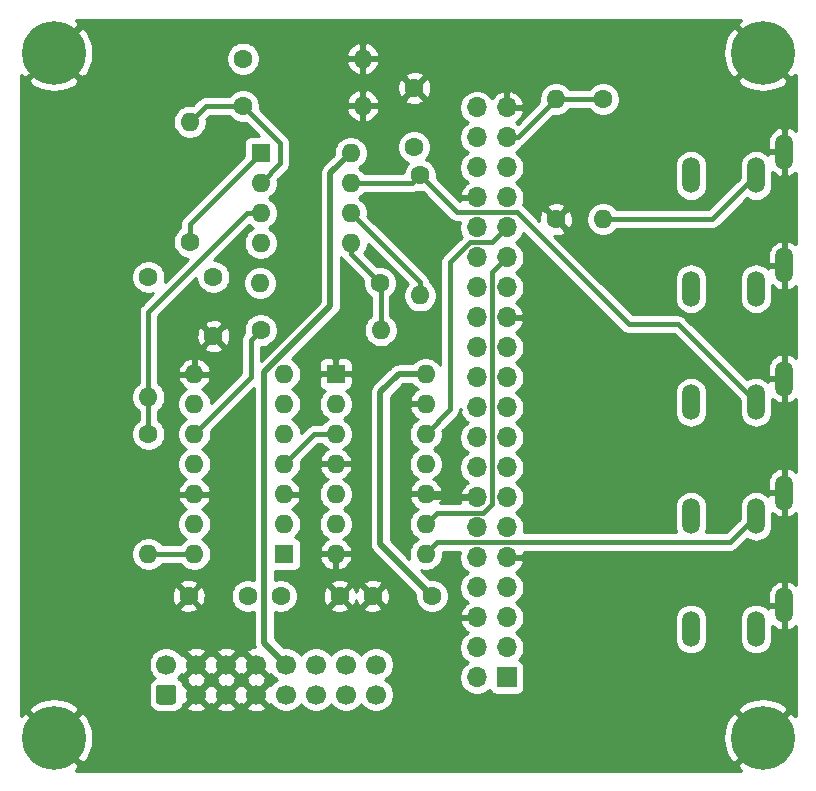
<source format=gbr>
G04 #@! TF.GenerationSoftware,KiCad,Pcbnew,(5.1.6)-1*
G04 #@! TF.CreationDate,2020-11-07T02:00:21+01:00*
G04 #@! TF.ProjectId,Mouse module 2,4d6f7573-6520-46d6-9f64-756c6520322e,rev?*
G04 #@! TF.SameCoordinates,Original*
G04 #@! TF.FileFunction,Copper,L1,Top*
G04 #@! TF.FilePolarity,Positive*
%FSLAX46Y46*%
G04 Gerber Fmt 4.6, Leading zero omitted, Abs format (unit mm)*
G04 Created by KiCad (PCBNEW (5.1.6)-1) date 2020-11-07 02:00:21*
%MOMM*%
%LPD*%
G01*
G04 APERTURE LIST*
G04 #@! TA.AperFunction,ComponentPad*
%ADD10O,1.508000X3.016000*%
G04 #@! TD*
G04 #@! TA.AperFunction,ComponentPad*
%ADD11C,1.600000*%
G04 #@! TD*
G04 #@! TA.AperFunction,ComponentPad*
%ADD12C,5.400000*%
G04 #@! TD*
G04 #@! TA.AperFunction,ComponentPad*
%ADD13O,1.700000X1.700000*%
G04 #@! TD*
G04 #@! TA.AperFunction,ComponentPad*
%ADD14R,1.700000X1.700000*%
G04 #@! TD*
G04 #@! TA.AperFunction,ComponentPad*
%ADD15C,1.700000*%
G04 #@! TD*
G04 #@! TA.AperFunction,ComponentPad*
%ADD16O,1.600000X1.600000*%
G04 #@! TD*
G04 #@! TA.AperFunction,ComponentPad*
%ADD17R,1.600000X1.600000*%
G04 #@! TD*
G04 #@! TA.AperFunction,Conductor*
%ADD18C,0.500000*%
G04 #@! TD*
G04 #@! TA.AperFunction,Conductor*
%ADD19C,0.400000*%
G04 #@! TD*
G04 #@! TA.AperFunction,Conductor*
%ADD20C,0.254000*%
G04 #@! TD*
G04 APERTURE END LIST*
D10*
X85338000Y-70300000D03*
X82938000Y-72300000D03*
X77438000Y-72300000D03*
X85338000Y-60750000D03*
X82938000Y-62750000D03*
X77438000Y-62750000D03*
X85338000Y-51100000D03*
X82938000Y-53100000D03*
X77438000Y-53100000D03*
X85338000Y-41500000D03*
X82938000Y-43500000D03*
X77438000Y-43500000D03*
X85338000Y-31900000D03*
X82938000Y-33900000D03*
X77438000Y-33900000D03*
D11*
X55500000Y-69500000D03*
X50500000Y-69500000D03*
X42700000Y-69500000D03*
X47700000Y-69500000D03*
X37000000Y-47500000D03*
X37000000Y-42500000D03*
X34900000Y-69500000D03*
X39900000Y-69500000D03*
X54000000Y-31500000D03*
X54000000Y-26500000D03*
D12*
X23500000Y-23500000D03*
X23500000Y-81500000D03*
X83500000Y-81500000D03*
X83500000Y-23500000D03*
D13*
X59310000Y-28140000D03*
X61850000Y-28140000D03*
X59310000Y-30680000D03*
X61850000Y-30680000D03*
X59310000Y-33220000D03*
X61850000Y-33220000D03*
X59310000Y-35760000D03*
X61850000Y-35760000D03*
X59310000Y-38300000D03*
X61850000Y-38300000D03*
X59310000Y-40840000D03*
X61850000Y-40840000D03*
X59310000Y-43380000D03*
X61850000Y-43380000D03*
X59310000Y-45920000D03*
X61850000Y-45920000D03*
X59310000Y-48460000D03*
X61850000Y-48460000D03*
X59310000Y-51000000D03*
X61850000Y-51000000D03*
X59310000Y-53540000D03*
X61850000Y-53540000D03*
X59310000Y-56080000D03*
X61850000Y-56080000D03*
X59310000Y-58620000D03*
X61850000Y-58620000D03*
X59310000Y-61160000D03*
X61850000Y-61160000D03*
X59310000Y-63700000D03*
X61850000Y-63700000D03*
X59310000Y-66240000D03*
X61850000Y-66240000D03*
X59310000Y-68780000D03*
X61850000Y-68780000D03*
X59310000Y-71320000D03*
X61850000Y-71320000D03*
X59310000Y-73860000D03*
X61850000Y-73860000D03*
X59310000Y-76400000D03*
D14*
X61850000Y-76400000D03*
D15*
X50780000Y-75310000D03*
X48240000Y-75310000D03*
X45700000Y-75310000D03*
X43160000Y-75310000D03*
X40620000Y-75310000D03*
X38080000Y-75310000D03*
X35540000Y-75310000D03*
X33000000Y-75310000D03*
X50780000Y-77850000D03*
X48240000Y-77850000D03*
X45700000Y-77850000D03*
X43160000Y-77850000D03*
X40620000Y-77850000D03*
X38080000Y-77850000D03*
X35540000Y-77850000D03*
G04 #@! TA.AperFunction,ComponentPad*
G36*
G01*
X33600000Y-78700000D02*
X32400000Y-78700000D01*
G75*
G02*
X32150000Y-78450000I0J250000D01*
G01*
X32150000Y-77250000D01*
G75*
G02*
X32400000Y-77000000I250000J0D01*
G01*
X33600000Y-77000000D01*
G75*
G02*
X33850000Y-77250000I0J-250000D01*
G01*
X33850000Y-78450000D01*
G75*
G02*
X33600000Y-78700000I-250000J0D01*
G01*
G37*
G04 #@! TD.AperFunction*
D11*
X70000000Y-27440000D03*
D16*
X70000000Y-37600000D03*
X66000000Y-27440000D03*
D11*
X66000000Y-37600000D03*
D16*
X40940000Y-43000000D03*
D11*
X51100000Y-43000000D03*
D16*
X51160000Y-47000000D03*
D11*
X41000000Y-47000000D03*
D16*
X49660000Y-28000000D03*
D11*
X39500000Y-28000000D03*
X31500000Y-55800000D03*
D16*
X31500000Y-65960000D03*
X49660000Y-24000000D03*
D11*
X39500000Y-24000000D03*
X31500000Y-42500000D03*
D16*
X31500000Y-52660000D03*
D11*
X35000000Y-39500000D03*
D16*
X35000000Y-29340000D03*
D11*
X54500000Y-33900000D03*
D16*
X54500000Y-44060000D03*
X54970000Y-50700000D03*
X47350000Y-65940000D03*
X54970000Y-53240000D03*
X47350000Y-63400000D03*
X54970000Y-55780000D03*
X47350000Y-60860000D03*
X54970000Y-58320000D03*
X47350000Y-58320000D03*
X54970000Y-60860000D03*
X47350000Y-55780000D03*
X54970000Y-63400000D03*
X47350000Y-53240000D03*
X54970000Y-65940000D03*
D17*
X47350000Y-50700000D03*
D16*
X48620000Y-32000000D03*
X41000000Y-39620000D03*
X48620000Y-34540000D03*
X41000000Y-37080000D03*
X48620000Y-37080000D03*
X41000000Y-34540000D03*
X48620000Y-39620000D03*
D17*
X41000000Y-32000000D03*
X43000000Y-65950000D03*
D16*
X35380000Y-50710000D03*
X43000000Y-63410000D03*
X35380000Y-53250000D03*
X43000000Y-60870000D03*
X35380000Y-55790000D03*
X43000000Y-58330000D03*
X35380000Y-58330000D03*
X43000000Y-55790000D03*
X35380000Y-60870000D03*
X43000000Y-53250000D03*
X35380000Y-63410000D03*
X43000000Y-50710000D03*
X35380000Y-65950000D03*
D18*
X55270000Y-61160000D02*
X54970000Y-60860000D01*
X59310000Y-61160000D02*
X55270000Y-61160000D01*
X52690000Y-50700000D02*
X54970000Y-50700000D01*
X51140000Y-52250000D02*
X52690000Y-50700000D01*
X55500000Y-69500000D02*
X51140000Y-65140000D01*
X51140000Y-65140000D02*
X51140000Y-52250000D01*
X41310000Y-50549998D02*
X41310000Y-73460000D01*
X41310000Y-73460000D02*
X43160000Y-75310000D01*
X46910000Y-44949998D02*
X41310000Y-50549998D01*
X48620000Y-32000000D02*
X46910000Y-33710000D01*
X46910000Y-33710000D02*
X46910000Y-44949998D01*
D19*
X55920001Y-62449999D02*
X54970000Y-63400000D01*
X59870003Y-62449999D02*
X55920001Y-62449999D01*
X60599999Y-61720003D02*
X59870003Y-62449999D01*
X60599999Y-42090001D02*
X60599999Y-61720003D01*
X61850000Y-40840000D02*
X60599999Y-42090001D01*
X54970000Y-55780000D02*
X57040000Y-53710000D01*
X58749997Y-39550001D02*
X60599999Y-39550001D01*
X57040000Y-41259998D02*
X58749997Y-39550001D01*
X60599999Y-39550001D02*
X61850000Y-38300000D01*
X57040000Y-53710000D02*
X57040000Y-41259998D01*
X62760000Y-30680000D02*
X61850000Y-30680000D01*
X66000000Y-27440000D02*
X62760000Y-30680000D01*
X70000000Y-27440000D02*
X66000000Y-27440000D01*
X79238000Y-37600000D02*
X82938000Y-33900000D01*
X70000000Y-37600000D02*
X79238000Y-37600000D01*
X35000000Y-38000000D02*
X35000000Y-39500000D01*
X41000000Y-32000000D02*
X35000000Y-38000000D01*
X53860000Y-34540000D02*
X54500000Y-33900000D01*
X48620000Y-34540000D02*
X53860000Y-34540000D01*
X62670001Y-37010001D02*
X72160000Y-46500000D01*
X57610001Y-37010001D02*
X62670001Y-37010001D01*
X54500000Y-33900000D02*
X57610001Y-37010001D01*
X76338000Y-46500000D02*
X82938000Y-53100000D01*
X72160000Y-46500000D02*
X76338000Y-46500000D01*
X80737999Y-64950001D02*
X82938000Y-62750000D01*
X54970000Y-65940000D02*
X55959999Y-64950001D01*
X55959999Y-64950001D02*
X80737999Y-64950001D01*
X51160000Y-43060000D02*
X51100000Y-43000000D01*
X51160000Y-47000000D02*
X51160000Y-43060000D01*
X48620000Y-40520000D02*
X48620000Y-39620000D01*
X51100000Y-43000000D02*
X48620000Y-40520000D01*
X41000000Y-47000000D02*
X40200001Y-47799999D01*
X40200001Y-50969999D02*
X35380000Y-55790000D01*
X40200001Y-47799999D02*
X40200001Y-50969999D01*
X36340000Y-28000000D02*
X35000000Y-29340000D01*
X39500000Y-28000000D02*
X36340000Y-28000000D01*
X41000000Y-34540000D02*
X42670000Y-32870000D01*
X42670000Y-31170000D02*
X39500000Y-28000000D01*
X42670000Y-32870000D02*
X42670000Y-31170000D01*
X31510000Y-65950000D02*
X31500000Y-65960000D01*
X35380000Y-65950000D02*
X31510000Y-65950000D01*
X31500000Y-55800000D02*
X31500000Y-52660000D01*
X39868630Y-37080000D02*
X41000000Y-37080000D01*
X31500000Y-45448630D02*
X39868630Y-37080000D01*
X31500000Y-52660000D02*
X31500000Y-45448630D01*
X54500000Y-42960000D02*
X48620000Y-37080000D01*
X54500000Y-44060000D02*
X54500000Y-42960000D01*
X45550000Y-55780000D02*
X43000000Y-58330000D01*
X47350000Y-55780000D02*
X45550000Y-55780000D01*
D20*
G36*
X81642008Y-20711096D02*
G01*
X81634411Y-20716172D01*
X81334231Y-21154626D01*
X83500000Y-23320395D01*
X83514143Y-23306253D01*
X83693748Y-23485858D01*
X83679605Y-23500000D01*
X85845374Y-25665769D01*
X86283828Y-25365589D01*
X86290001Y-25354078D01*
X86290001Y-30134498D01*
X86230369Y-30074026D01*
X86004091Y-29920531D01*
X85752215Y-29814130D01*
X85679814Y-29799714D01*
X85465000Y-29922323D01*
X85465000Y-31773000D01*
X85485000Y-31773000D01*
X85485000Y-32027000D01*
X85465000Y-32027000D01*
X85465000Y-33877677D01*
X85679814Y-34000286D01*
X85752215Y-33985870D01*
X86004091Y-33879469D01*
X86230369Y-33725974D01*
X86290001Y-33665502D01*
X86290001Y-39734498D01*
X86230369Y-39674026D01*
X86004091Y-39520531D01*
X85752215Y-39414130D01*
X85679814Y-39399714D01*
X85465000Y-39522323D01*
X85465000Y-41373000D01*
X85485000Y-41373000D01*
X85485000Y-41627000D01*
X85465000Y-41627000D01*
X85465000Y-43477677D01*
X85679814Y-43600286D01*
X85752215Y-43585870D01*
X86004091Y-43479469D01*
X86230369Y-43325974D01*
X86290001Y-43265502D01*
X86290001Y-49334498D01*
X86230369Y-49274026D01*
X86004091Y-49120531D01*
X85752215Y-49014130D01*
X85679814Y-48999714D01*
X85465000Y-49122323D01*
X85465000Y-50973000D01*
X85485000Y-50973000D01*
X85485000Y-51227000D01*
X85465000Y-51227000D01*
X85465000Y-53077677D01*
X85679814Y-53200286D01*
X85752215Y-53185870D01*
X86004091Y-53079469D01*
X86230369Y-52925974D01*
X86290000Y-52865502D01*
X86290000Y-58984498D01*
X86230369Y-58924026D01*
X86004091Y-58770531D01*
X85752215Y-58664130D01*
X85679814Y-58649714D01*
X85465000Y-58772323D01*
X85465000Y-60623000D01*
X85485000Y-60623000D01*
X85485000Y-60877000D01*
X85465000Y-60877000D01*
X85465000Y-62727677D01*
X85679814Y-62850286D01*
X85752215Y-62835870D01*
X86004091Y-62729469D01*
X86230369Y-62575974D01*
X86290000Y-62515502D01*
X86290000Y-68534497D01*
X86230369Y-68474026D01*
X86004091Y-68320531D01*
X85752215Y-68214130D01*
X85679814Y-68199714D01*
X85465000Y-68322323D01*
X85465000Y-70173000D01*
X85485000Y-70173000D01*
X85485000Y-70427000D01*
X85465000Y-70427000D01*
X85465000Y-72277677D01*
X85679814Y-72400286D01*
X85752215Y-72385870D01*
X86004091Y-72279469D01*
X86230369Y-72125974D01*
X86290000Y-72065503D01*
X86290000Y-79644065D01*
X86288904Y-79642008D01*
X86283828Y-79634411D01*
X85845374Y-79334231D01*
X83679605Y-81500000D01*
X83693748Y-81514143D01*
X83514143Y-81693748D01*
X83500000Y-81679605D01*
X81334231Y-83845374D01*
X81634411Y-84283828D01*
X81645920Y-84290000D01*
X25355935Y-84290000D01*
X25357992Y-84288904D01*
X25365589Y-84283828D01*
X25665769Y-83845374D01*
X23500000Y-81679605D01*
X23485858Y-81693748D01*
X23306253Y-81514143D01*
X23320395Y-81500000D01*
X23679605Y-81500000D01*
X25845374Y-83665769D01*
X26283828Y-83365589D01*
X26594296Y-82786644D01*
X26785852Y-82158254D01*
X26851134Y-81504569D01*
X26850247Y-81495431D01*
X80148866Y-81495431D01*
X80212366Y-82149293D01*
X80402208Y-82778203D01*
X80711096Y-83357992D01*
X80716172Y-83365589D01*
X81154626Y-83665769D01*
X83320395Y-81500000D01*
X81154626Y-79334231D01*
X80716172Y-79634411D01*
X80405704Y-80213356D01*
X80214148Y-80841746D01*
X80148866Y-81495431D01*
X26850247Y-81495431D01*
X26787634Y-80850707D01*
X26597792Y-80221797D01*
X26288904Y-79642008D01*
X26283828Y-79634411D01*
X25845374Y-79334231D01*
X23679605Y-81500000D01*
X23320395Y-81500000D01*
X21154626Y-79334231D01*
X20716172Y-79634411D01*
X20710000Y-79645920D01*
X20710000Y-79154626D01*
X21334231Y-79154626D01*
X23500000Y-81320395D01*
X25665769Y-79154626D01*
X25365589Y-78716172D01*
X24786644Y-78405704D01*
X24158254Y-78214148D01*
X23504569Y-78148866D01*
X22850707Y-78212366D01*
X22221797Y-78402208D01*
X21642008Y-78711096D01*
X21634411Y-78716172D01*
X21334231Y-79154626D01*
X20710000Y-79154626D01*
X20710000Y-77250000D01*
X31511928Y-77250000D01*
X31511928Y-78450000D01*
X31528992Y-78623254D01*
X31579528Y-78789850D01*
X31661595Y-78943386D01*
X31772038Y-79077962D01*
X31906614Y-79188405D01*
X32060150Y-79270472D01*
X32226746Y-79321008D01*
X32400000Y-79338072D01*
X33600000Y-79338072D01*
X33773254Y-79321008D01*
X33939850Y-79270472D01*
X34093386Y-79188405D01*
X34227962Y-79077962D01*
X34338405Y-78943386D01*
X34373142Y-78878397D01*
X34691208Y-78878397D01*
X34768843Y-79127472D01*
X35032883Y-79253371D01*
X35316411Y-79325339D01*
X35608531Y-79340611D01*
X35898019Y-79298599D01*
X36173747Y-79200919D01*
X36311157Y-79127472D01*
X36388792Y-78878397D01*
X37231208Y-78878397D01*
X37308843Y-79127472D01*
X37572883Y-79253371D01*
X37856411Y-79325339D01*
X38148531Y-79340611D01*
X38438019Y-79298599D01*
X38713747Y-79200919D01*
X38851157Y-79127472D01*
X38928792Y-78878397D01*
X39771208Y-78878397D01*
X39848843Y-79127472D01*
X40112883Y-79253371D01*
X40396411Y-79325339D01*
X40688531Y-79340611D01*
X40978019Y-79298599D01*
X41253747Y-79200919D01*
X41391157Y-79127472D01*
X41468792Y-78878397D01*
X40620000Y-78029605D01*
X39771208Y-78878397D01*
X38928792Y-78878397D01*
X38080000Y-78029605D01*
X37231208Y-78878397D01*
X36388792Y-78878397D01*
X35540000Y-78029605D01*
X34691208Y-78878397D01*
X34373142Y-78878397D01*
X34420472Y-78789850D01*
X34453580Y-78680707D01*
X34511603Y-78698792D01*
X35360395Y-77850000D01*
X35719605Y-77850000D01*
X36568397Y-78698792D01*
X36810000Y-78623486D01*
X37051603Y-78698792D01*
X37900395Y-77850000D01*
X38259605Y-77850000D01*
X39108397Y-78698792D01*
X39350000Y-78623486D01*
X39591603Y-78698792D01*
X40440395Y-77850000D01*
X39591603Y-77001208D01*
X39350000Y-77076514D01*
X39108397Y-77001208D01*
X38259605Y-77850000D01*
X37900395Y-77850000D01*
X37051603Y-77001208D01*
X36810000Y-77076514D01*
X36568397Y-77001208D01*
X35719605Y-77850000D01*
X35360395Y-77850000D01*
X34511603Y-77001208D01*
X34453580Y-77019293D01*
X34420472Y-76910150D01*
X34338405Y-76756614D01*
X34227962Y-76622038D01*
X34093386Y-76511595D01*
X33966392Y-76443715D01*
X34071710Y-76338397D01*
X34691208Y-76338397D01*
X34766514Y-76580000D01*
X34691208Y-76821603D01*
X35540000Y-77670395D01*
X36388792Y-76821603D01*
X36313486Y-76580000D01*
X36388792Y-76338397D01*
X37231208Y-76338397D01*
X37306514Y-76580000D01*
X37231208Y-76821603D01*
X38080000Y-77670395D01*
X38928792Y-76821603D01*
X38853486Y-76580000D01*
X38928792Y-76338397D01*
X39771208Y-76338397D01*
X39846514Y-76580000D01*
X39771208Y-76821603D01*
X40620000Y-77670395D01*
X41468792Y-76821603D01*
X41393486Y-76580000D01*
X41468792Y-76338397D01*
X40620000Y-75489605D01*
X39771208Y-76338397D01*
X38928792Y-76338397D01*
X38080000Y-75489605D01*
X37231208Y-76338397D01*
X36388792Y-76338397D01*
X35540000Y-75489605D01*
X34691208Y-76338397D01*
X34071710Y-76338397D01*
X34153475Y-76256632D01*
X34269311Y-76083271D01*
X34511603Y-76158792D01*
X35360395Y-75310000D01*
X35719605Y-75310000D01*
X36568397Y-76158792D01*
X36810000Y-76083486D01*
X37051603Y-76158792D01*
X37900395Y-75310000D01*
X38259605Y-75310000D01*
X39108397Y-76158792D01*
X39350000Y-76083486D01*
X39591603Y-76158792D01*
X40440395Y-75310000D01*
X39591603Y-74461208D01*
X39350000Y-74536514D01*
X39108397Y-74461208D01*
X38259605Y-75310000D01*
X37900395Y-75310000D01*
X37051603Y-74461208D01*
X36810000Y-74536514D01*
X36568397Y-74461208D01*
X35719605Y-75310000D01*
X35360395Y-75310000D01*
X34511603Y-74461208D01*
X34269311Y-74536729D01*
X34153475Y-74363368D01*
X34071710Y-74281603D01*
X34691208Y-74281603D01*
X35540000Y-75130395D01*
X36388792Y-74281603D01*
X37231208Y-74281603D01*
X38080000Y-75130395D01*
X38928792Y-74281603D01*
X38851157Y-74032528D01*
X38587117Y-73906629D01*
X38303589Y-73834661D01*
X38011469Y-73819389D01*
X37721981Y-73861401D01*
X37446253Y-73959081D01*
X37308843Y-74032528D01*
X37231208Y-74281603D01*
X36388792Y-74281603D01*
X36311157Y-74032528D01*
X36047117Y-73906629D01*
X35763589Y-73834661D01*
X35471469Y-73819389D01*
X35181981Y-73861401D01*
X34906253Y-73959081D01*
X34768843Y-74032528D01*
X34691208Y-74281603D01*
X34071710Y-74281603D01*
X33946632Y-74156525D01*
X33703411Y-73994010D01*
X33433158Y-73882068D01*
X33146260Y-73825000D01*
X32853740Y-73825000D01*
X32566842Y-73882068D01*
X32296589Y-73994010D01*
X32053368Y-74156525D01*
X31846525Y-74363368D01*
X31684010Y-74606589D01*
X31572068Y-74876842D01*
X31515000Y-75163740D01*
X31515000Y-75456260D01*
X31572068Y-75743158D01*
X31684010Y-76013411D01*
X31846525Y-76256632D01*
X32033608Y-76443715D01*
X31906614Y-76511595D01*
X31772038Y-76622038D01*
X31661595Y-76756614D01*
X31579528Y-76910150D01*
X31528992Y-77076746D01*
X31511928Y-77250000D01*
X20710000Y-77250000D01*
X20710000Y-70492702D01*
X34086903Y-70492702D01*
X34158486Y-70736671D01*
X34413996Y-70857571D01*
X34688184Y-70926300D01*
X34970512Y-70940217D01*
X35250130Y-70898787D01*
X35516292Y-70803603D01*
X35641514Y-70736671D01*
X35713097Y-70492702D01*
X34900000Y-69679605D01*
X34086903Y-70492702D01*
X20710000Y-70492702D01*
X20710000Y-69570512D01*
X33459783Y-69570512D01*
X33501213Y-69850130D01*
X33596397Y-70116292D01*
X33663329Y-70241514D01*
X33907298Y-70313097D01*
X34720395Y-69500000D01*
X35079605Y-69500000D01*
X35892702Y-70313097D01*
X36136671Y-70241514D01*
X36257571Y-69986004D01*
X36326300Y-69711816D01*
X36340217Y-69429488D01*
X36298787Y-69149870D01*
X36203603Y-68883708D01*
X36136671Y-68758486D01*
X35892702Y-68686903D01*
X35079605Y-69500000D01*
X34720395Y-69500000D01*
X33907298Y-68686903D01*
X33663329Y-68758486D01*
X33542429Y-69013996D01*
X33473700Y-69288184D01*
X33459783Y-69570512D01*
X20710000Y-69570512D01*
X20710000Y-68507298D01*
X34086903Y-68507298D01*
X34900000Y-69320395D01*
X35713097Y-68507298D01*
X35641514Y-68263329D01*
X35386004Y-68142429D01*
X35111816Y-68073700D01*
X34829488Y-68059783D01*
X34549870Y-68101213D01*
X34283708Y-68196397D01*
X34158486Y-68263329D01*
X34086903Y-68507298D01*
X20710000Y-68507298D01*
X20710000Y-65818665D01*
X30065000Y-65818665D01*
X30065000Y-66101335D01*
X30120147Y-66378574D01*
X30228320Y-66639727D01*
X30385363Y-66874759D01*
X30585241Y-67074637D01*
X30820273Y-67231680D01*
X31081426Y-67339853D01*
X31358665Y-67395000D01*
X31641335Y-67395000D01*
X31918574Y-67339853D01*
X32179727Y-67231680D01*
X32414759Y-67074637D01*
X32614637Y-66874759D01*
X32674612Y-66785000D01*
X34212070Y-66785000D01*
X34265363Y-66864759D01*
X34465241Y-67064637D01*
X34700273Y-67221680D01*
X34961426Y-67329853D01*
X35238665Y-67385000D01*
X35521335Y-67385000D01*
X35798574Y-67329853D01*
X36059727Y-67221680D01*
X36294759Y-67064637D01*
X36494637Y-66864759D01*
X36651680Y-66629727D01*
X36759853Y-66368574D01*
X36815000Y-66091335D01*
X36815000Y-65808665D01*
X36759853Y-65531426D01*
X36651680Y-65270273D01*
X36494637Y-65035241D01*
X36294759Y-64835363D01*
X36062241Y-64680000D01*
X36294759Y-64524637D01*
X36494637Y-64324759D01*
X36651680Y-64089727D01*
X36759853Y-63828574D01*
X36815000Y-63551335D01*
X36815000Y-63268665D01*
X36759853Y-62991426D01*
X36651680Y-62730273D01*
X36494637Y-62495241D01*
X36294759Y-62295363D01*
X36059727Y-62138320D01*
X36049135Y-62133933D01*
X36235131Y-62022385D01*
X36443519Y-61833414D01*
X36611037Y-61607420D01*
X36731246Y-61353087D01*
X36771904Y-61219039D01*
X36649915Y-60997000D01*
X35507000Y-60997000D01*
X35507000Y-61017000D01*
X35253000Y-61017000D01*
X35253000Y-60997000D01*
X34110085Y-60997000D01*
X33988096Y-61219039D01*
X34028754Y-61353087D01*
X34148963Y-61607420D01*
X34316481Y-61833414D01*
X34524869Y-62022385D01*
X34710865Y-62133933D01*
X34700273Y-62138320D01*
X34465241Y-62295363D01*
X34265363Y-62495241D01*
X34108320Y-62730273D01*
X34000147Y-62991426D01*
X33945000Y-63268665D01*
X33945000Y-63551335D01*
X34000147Y-63828574D01*
X34108320Y-64089727D01*
X34265363Y-64324759D01*
X34465241Y-64524637D01*
X34697759Y-64680000D01*
X34465241Y-64835363D01*
X34265363Y-65035241D01*
X34212070Y-65115000D01*
X32661248Y-65115000D01*
X32614637Y-65045241D01*
X32414759Y-64845363D01*
X32179727Y-64688320D01*
X31918574Y-64580147D01*
X31641335Y-64525000D01*
X31358665Y-64525000D01*
X31081426Y-64580147D01*
X30820273Y-64688320D01*
X30585241Y-64845363D01*
X30385363Y-65045241D01*
X30228320Y-65280273D01*
X30120147Y-65541426D01*
X30065000Y-65818665D01*
X20710000Y-65818665D01*
X20710000Y-42358665D01*
X30065000Y-42358665D01*
X30065000Y-42641335D01*
X30120147Y-42918574D01*
X30228320Y-43179727D01*
X30385363Y-43414759D01*
X30585241Y-43614637D01*
X30820273Y-43771680D01*
X31081426Y-43879853D01*
X31358665Y-43935000D01*
X31641335Y-43935000D01*
X31880296Y-43887467D01*
X30938574Y-44829189D01*
X30906710Y-44855339D01*
X30880562Y-44887201D01*
X30802364Y-44982485D01*
X30724828Y-45127544D01*
X30677082Y-45284942D01*
X30660960Y-45448630D01*
X30665001Y-45489658D01*
X30665000Y-51492070D01*
X30585241Y-51545363D01*
X30385363Y-51745241D01*
X30228320Y-51980273D01*
X30120147Y-52241426D01*
X30065000Y-52518665D01*
X30065000Y-52801335D01*
X30120147Y-53078574D01*
X30228320Y-53339727D01*
X30385363Y-53574759D01*
X30585241Y-53774637D01*
X30665001Y-53827931D01*
X30665000Y-54632070D01*
X30585241Y-54685363D01*
X30385363Y-54885241D01*
X30228320Y-55120273D01*
X30120147Y-55381426D01*
X30065000Y-55658665D01*
X30065000Y-55941335D01*
X30120147Y-56218574D01*
X30228320Y-56479727D01*
X30385363Y-56714759D01*
X30585241Y-56914637D01*
X30820273Y-57071680D01*
X31081426Y-57179853D01*
X31358665Y-57235000D01*
X31641335Y-57235000D01*
X31918574Y-57179853D01*
X32179727Y-57071680D01*
X32414759Y-56914637D01*
X32614637Y-56714759D01*
X32771680Y-56479727D01*
X32879853Y-56218574D01*
X32935000Y-55941335D01*
X32935000Y-55658665D01*
X32879853Y-55381426D01*
X32771680Y-55120273D01*
X32614637Y-54885241D01*
X32414759Y-54685363D01*
X32335000Y-54632070D01*
X32335000Y-53827930D01*
X32414759Y-53774637D01*
X32614637Y-53574759D01*
X32771680Y-53339727D01*
X32867388Y-53108665D01*
X33945000Y-53108665D01*
X33945000Y-53391335D01*
X34000147Y-53668574D01*
X34108320Y-53929727D01*
X34265363Y-54164759D01*
X34465241Y-54364637D01*
X34697759Y-54520000D01*
X34465241Y-54675363D01*
X34265363Y-54875241D01*
X34108320Y-55110273D01*
X34000147Y-55371426D01*
X33945000Y-55648665D01*
X33945000Y-55931335D01*
X34000147Y-56208574D01*
X34108320Y-56469727D01*
X34265363Y-56704759D01*
X34465241Y-56904637D01*
X34697759Y-57060000D01*
X34465241Y-57215363D01*
X34265363Y-57415241D01*
X34108320Y-57650273D01*
X34000147Y-57911426D01*
X33945000Y-58188665D01*
X33945000Y-58471335D01*
X34000147Y-58748574D01*
X34108320Y-59009727D01*
X34265363Y-59244759D01*
X34465241Y-59444637D01*
X34700273Y-59601680D01*
X34710865Y-59606067D01*
X34524869Y-59717615D01*
X34316481Y-59906586D01*
X34148963Y-60132580D01*
X34028754Y-60386913D01*
X33988096Y-60520961D01*
X34110085Y-60743000D01*
X35253000Y-60743000D01*
X35253000Y-60723000D01*
X35507000Y-60723000D01*
X35507000Y-60743000D01*
X36649915Y-60743000D01*
X36771904Y-60520961D01*
X36731246Y-60386913D01*
X36611037Y-60132580D01*
X36443519Y-59906586D01*
X36235131Y-59717615D01*
X36049135Y-59606067D01*
X36059727Y-59601680D01*
X36294759Y-59444637D01*
X36494637Y-59244759D01*
X36651680Y-59009727D01*
X36759853Y-58748574D01*
X36815000Y-58471335D01*
X36815000Y-58188665D01*
X36759853Y-57911426D01*
X36651680Y-57650273D01*
X36494637Y-57415241D01*
X36294759Y-57215363D01*
X36062241Y-57060000D01*
X36294759Y-56904637D01*
X36494637Y-56704759D01*
X36651680Y-56469727D01*
X36759853Y-56208574D01*
X36815000Y-55931335D01*
X36815000Y-55648665D01*
X36796285Y-55554582D01*
X40425000Y-51925869D01*
X40425001Y-68164230D01*
X40318574Y-68120147D01*
X40041335Y-68065000D01*
X39758665Y-68065000D01*
X39481426Y-68120147D01*
X39220273Y-68228320D01*
X38985241Y-68385363D01*
X38785363Y-68585241D01*
X38628320Y-68820273D01*
X38520147Y-69081426D01*
X38465000Y-69358665D01*
X38465000Y-69641335D01*
X38520147Y-69918574D01*
X38628320Y-70179727D01*
X38785363Y-70414759D01*
X38985241Y-70614637D01*
X39220273Y-70771680D01*
X39481426Y-70879853D01*
X39758665Y-70935000D01*
X40041335Y-70935000D01*
X40318574Y-70879853D01*
X40425001Y-70835770D01*
X40425001Y-73416521D01*
X40420719Y-73460000D01*
X40437805Y-73633490D01*
X40488412Y-73800313D01*
X40502413Y-73826508D01*
X40261981Y-73861401D01*
X39986253Y-73959081D01*
X39848843Y-74032528D01*
X39771208Y-74281603D01*
X40620000Y-75130395D01*
X40634143Y-75116253D01*
X40813748Y-75295858D01*
X40799605Y-75310000D01*
X41648397Y-76158792D01*
X41890689Y-76083271D01*
X42006525Y-76256632D01*
X42213368Y-76463475D01*
X42387760Y-76580000D01*
X42213368Y-76696525D01*
X42006525Y-76903368D01*
X41890689Y-77076729D01*
X41648397Y-77001208D01*
X40799605Y-77850000D01*
X41648397Y-78698792D01*
X41890689Y-78623271D01*
X42006525Y-78796632D01*
X42213368Y-79003475D01*
X42456589Y-79165990D01*
X42726842Y-79277932D01*
X43013740Y-79335000D01*
X43306260Y-79335000D01*
X43593158Y-79277932D01*
X43863411Y-79165990D01*
X44106632Y-79003475D01*
X44313475Y-78796632D01*
X44430000Y-78622240D01*
X44546525Y-78796632D01*
X44753368Y-79003475D01*
X44996589Y-79165990D01*
X45266842Y-79277932D01*
X45553740Y-79335000D01*
X45846260Y-79335000D01*
X46133158Y-79277932D01*
X46403411Y-79165990D01*
X46646632Y-79003475D01*
X46853475Y-78796632D01*
X46970000Y-78622240D01*
X47086525Y-78796632D01*
X47293368Y-79003475D01*
X47536589Y-79165990D01*
X47806842Y-79277932D01*
X48093740Y-79335000D01*
X48386260Y-79335000D01*
X48673158Y-79277932D01*
X48943411Y-79165990D01*
X49186632Y-79003475D01*
X49393475Y-78796632D01*
X49510000Y-78622240D01*
X49626525Y-78796632D01*
X49833368Y-79003475D01*
X50076589Y-79165990D01*
X50346842Y-79277932D01*
X50633740Y-79335000D01*
X50926260Y-79335000D01*
X51213158Y-79277932D01*
X51483411Y-79165990D01*
X51500418Y-79154626D01*
X81334231Y-79154626D01*
X83500000Y-81320395D01*
X85665769Y-79154626D01*
X85365589Y-78716172D01*
X84786644Y-78405704D01*
X84158254Y-78214148D01*
X83504569Y-78148866D01*
X82850707Y-78212366D01*
X82221797Y-78402208D01*
X81642008Y-78711096D01*
X81634411Y-78716172D01*
X81334231Y-79154626D01*
X51500418Y-79154626D01*
X51726632Y-79003475D01*
X51933475Y-78796632D01*
X52095990Y-78553411D01*
X52207932Y-78283158D01*
X52265000Y-77996260D01*
X52265000Y-77703740D01*
X52207932Y-77416842D01*
X52095990Y-77146589D01*
X51933475Y-76903368D01*
X51726632Y-76696525D01*
X51552240Y-76580000D01*
X51726632Y-76463475D01*
X51933475Y-76256632D01*
X52095990Y-76013411D01*
X52207932Y-75743158D01*
X52265000Y-75456260D01*
X52265000Y-75163740D01*
X52207932Y-74876842D01*
X52095990Y-74606589D01*
X51933475Y-74363368D01*
X51726632Y-74156525D01*
X51483411Y-73994010D01*
X51213158Y-73882068D01*
X50926260Y-73825000D01*
X50633740Y-73825000D01*
X50346842Y-73882068D01*
X50076589Y-73994010D01*
X49833368Y-74156525D01*
X49626525Y-74363368D01*
X49510000Y-74537760D01*
X49393475Y-74363368D01*
X49186632Y-74156525D01*
X48943411Y-73994010D01*
X48673158Y-73882068D01*
X48386260Y-73825000D01*
X48093740Y-73825000D01*
X47806842Y-73882068D01*
X47536589Y-73994010D01*
X47293368Y-74156525D01*
X47086525Y-74363368D01*
X46970000Y-74537760D01*
X46853475Y-74363368D01*
X46646632Y-74156525D01*
X46403411Y-73994010D01*
X46133158Y-73882068D01*
X45846260Y-73825000D01*
X45553740Y-73825000D01*
X45266842Y-73882068D01*
X44996589Y-73994010D01*
X44753368Y-74156525D01*
X44546525Y-74363368D01*
X44430000Y-74537760D01*
X44313475Y-74363368D01*
X44106632Y-74156525D01*
X43863411Y-73994010D01*
X43593158Y-73882068D01*
X43306260Y-73825000D01*
X43013740Y-73825000D01*
X42941040Y-73839461D01*
X42195000Y-73093422D01*
X42195000Y-70844054D01*
X42281426Y-70879853D01*
X42558665Y-70935000D01*
X42841335Y-70935000D01*
X43118574Y-70879853D01*
X43379727Y-70771680D01*
X43614759Y-70614637D01*
X43736694Y-70492702D01*
X46886903Y-70492702D01*
X46958486Y-70736671D01*
X47213996Y-70857571D01*
X47488184Y-70926300D01*
X47770512Y-70940217D01*
X48050130Y-70898787D01*
X48316292Y-70803603D01*
X48441514Y-70736671D01*
X48513097Y-70492702D01*
X49686903Y-70492702D01*
X49758486Y-70736671D01*
X50013996Y-70857571D01*
X50288184Y-70926300D01*
X50570512Y-70940217D01*
X50850130Y-70898787D01*
X51116292Y-70803603D01*
X51241514Y-70736671D01*
X51313097Y-70492702D01*
X50500000Y-69679605D01*
X49686903Y-70492702D01*
X48513097Y-70492702D01*
X47700000Y-69679605D01*
X46886903Y-70492702D01*
X43736694Y-70492702D01*
X43814637Y-70414759D01*
X43971680Y-70179727D01*
X44079853Y-69918574D01*
X44135000Y-69641335D01*
X44135000Y-69570512D01*
X46259783Y-69570512D01*
X46301213Y-69850130D01*
X46396397Y-70116292D01*
X46463329Y-70241514D01*
X46707298Y-70313097D01*
X47520395Y-69500000D01*
X47879605Y-69500000D01*
X48692702Y-70313097D01*
X48936671Y-70241514D01*
X49057571Y-69986004D01*
X49097653Y-69826101D01*
X49101213Y-69850130D01*
X49196397Y-70116292D01*
X49263329Y-70241514D01*
X49507298Y-70313097D01*
X50320395Y-69500000D01*
X50679605Y-69500000D01*
X51492702Y-70313097D01*
X51736671Y-70241514D01*
X51857571Y-69986004D01*
X51926300Y-69711816D01*
X51940217Y-69429488D01*
X51898787Y-69149870D01*
X51803603Y-68883708D01*
X51736671Y-68758486D01*
X51492702Y-68686903D01*
X50679605Y-69500000D01*
X50320395Y-69500000D01*
X49507298Y-68686903D01*
X49263329Y-68758486D01*
X49142429Y-69013996D01*
X49102347Y-69173899D01*
X49098787Y-69149870D01*
X49003603Y-68883708D01*
X48936671Y-68758486D01*
X48692702Y-68686903D01*
X47879605Y-69500000D01*
X47520395Y-69500000D01*
X46707298Y-68686903D01*
X46463329Y-68758486D01*
X46342429Y-69013996D01*
X46273700Y-69288184D01*
X46259783Y-69570512D01*
X44135000Y-69570512D01*
X44135000Y-69358665D01*
X44079853Y-69081426D01*
X43971680Y-68820273D01*
X43814637Y-68585241D01*
X43736694Y-68507298D01*
X46886903Y-68507298D01*
X47700000Y-69320395D01*
X48513097Y-68507298D01*
X49686903Y-68507298D01*
X50500000Y-69320395D01*
X51313097Y-68507298D01*
X51241514Y-68263329D01*
X50986004Y-68142429D01*
X50711816Y-68073700D01*
X50429488Y-68059783D01*
X50149870Y-68101213D01*
X49883708Y-68196397D01*
X49758486Y-68263329D01*
X49686903Y-68507298D01*
X48513097Y-68507298D01*
X48441514Y-68263329D01*
X48186004Y-68142429D01*
X47911816Y-68073700D01*
X47629488Y-68059783D01*
X47349870Y-68101213D01*
X47083708Y-68196397D01*
X46958486Y-68263329D01*
X46886903Y-68507298D01*
X43736694Y-68507298D01*
X43614759Y-68385363D01*
X43379727Y-68228320D01*
X43118574Y-68120147D01*
X42841335Y-68065000D01*
X42558665Y-68065000D01*
X42281426Y-68120147D01*
X42195000Y-68155946D01*
X42195000Y-67387580D01*
X42200000Y-67388072D01*
X43800000Y-67388072D01*
X43924482Y-67375812D01*
X44044180Y-67339502D01*
X44154494Y-67280537D01*
X44251185Y-67201185D01*
X44330537Y-67104494D01*
X44389502Y-66994180D01*
X44425812Y-66874482D01*
X44438072Y-66750000D01*
X44438072Y-66289039D01*
X45958096Y-66289039D01*
X45998754Y-66423087D01*
X46118963Y-66677420D01*
X46286481Y-66903414D01*
X46494869Y-67092385D01*
X46736119Y-67237070D01*
X47000960Y-67331909D01*
X47223000Y-67210624D01*
X47223000Y-66067000D01*
X47477000Y-66067000D01*
X47477000Y-67210624D01*
X47699040Y-67331909D01*
X47963881Y-67237070D01*
X48205131Y-67092385D01*
X48413519Y-66903414D01*
X48581037Y-66677420D01*
X48701246Y-66423087D01*
X48741904Y-66289039D01*
X48619915Y-66067000D01*
X47477000Y-66067000D01*
X47223000Y-66067000D01*
X46080085Y-66067000D01*
X45958096Y-66289039D01*
X44438072Y-66289039D01*
X44438072Y-65150000D01*
X44425812Y-65025518D01*
X44389502Y-64905820D01*
X44330537Y-64795506D01*
X44251185Y-64698815D01*
X44154494Y-64619463D01*
X44044180Y-64560498D01*
X43924482Y-64524188D01*
X43916039Y-64523357D01*
X44114637Y-64324759D01*
X44271680Y-64089727D01*
X44379853Y-63828574D01*
X44435000Y-63551335D01*
X44435000Y-63268665D01*
X44379853Y-62991426D01*
X44271680Y-62730273D01*
X44114637Y-62495241D01*
X43914759Y-62295363D01*
X43679727Y-62138320D01*
X43669135Y-62133933D01*
X43855131Y-62022385D01*
X44063519Y-61833414D01*
X44231037Y-61607420D01*
X44351246Y-61353087D01*
X44391904Y-61219039D01*
X44269915Y-60997000D01*
X43127000Y-60997000D01*
X43127000Y-61017000D01*
X42873000Y-61017000D01*
X42873000Y-60997000D01*
X42853000Y-60997000D01*
X42853000Y-60743000D01*
X42873000Y-60743000D01*
X42873000Y-60723000D01*
X43127000Y-60723000D01*
X43127000Y-60743000D01*
X44269915Y-60743000D01*
X44283284Y-60718665D01*
X45915000Y-60718665D01*
X45915000Y-61001335D01*
X45970147Y-61278574D01*
X46078320Y-61539727D01*
X46235363Y-61774759D01*
X46435241Y-61974637D01*
X46667759Y-62130000D01*
X46435241Y-62285363D01*
X46235363Y-62485241D01*
X46078320Y-62720273D01*
X45970147Y-62981426D01*
X45915000Y-63258665D01*
X45915000Y-63541335D01*
X45970147Y-63818574D01*
X46078320Y-64079727D01*
X46235363Y-64314759D01*
X46435241Y-64514637D01*
X46670273Y-64671680D01*
X46680865Y-64676067D01*
X46494869Y-64787615D01*
X46286481Y-64976586D01*
X46118963Y-65202580D01*
X45998754Y-65456913D01*
X45958096Y-65590961D01*
X46080085Y-65813000D01*
X47223000Y-65813000D01*
X47223000Y-65793000D01*
X47477000Y-65793000D01*
X47477000Y-65813000D01*
X48619915Y-65813000D01*
X48741904Y-65590961D01*
X48701246Y-65456913D01*
X48581037Y-65202580D01*
X48413519Y-64976586D01*
X48205131Y-64787615D01*
X48019135Y-64676067D01*
X48029727Y-64671680D01*
X48264759Y-64514637D01*
X48464637Y-64314759D01*
X48621680Y-64079727D01*
X48729853Y-63818574D01*
X48785000Y-63541335D01*
X48785000Y-63258665D01*
X48729853Y-62981426D01*
X48621680Y-62720273D01*
X48464637Y-62485241D01*
X48264759Y-62285363D01*
X48032241Y-62130000D01*
X48264759Y-61974637D01*
X48464637Y-61774759D01*
X48621680Y-61539727D01*
X48729853Y-61278574D01*
X48785000Y-61001335D01*
X48785000Y-60718665D01*
X48729853Y-60441426D01*
X48621680Y-60180273D01*
X48464637Y-59945241D01*
X48264759Y-59745363D01*
X48029727Y-59588320D01*
X48019135Y-59583933D01*
X48205131Y-59472385D01*
X48413519Y-59283414D01*
X48581037Y-59057420D01*
X48701246Y-58803087D01*
X48741904Y-58669039D01*
X48619915Y-58447000D01*
X47477000Y-58447000D01*
X47477000Y-58467000D01*
X47223000Y-58467000D01*
X47223000Y-58447000D01*
X46080085Y-58447000D01*
X45958096Y-58669039D01*
X45998754Y-58803087D01*
X46118963Y-59057420D01*
X46286481Y-59283414D01*
X46494869Y-59472385D01*
X46680865Y-59583933D01*
X46670273Y-59588320D01*
X46435241Y-59745363D01*
X46235363Y-59945241D01*
X46078320Y-60180273D01*
X45970147Y-60441426D01*
X45915000Y-60718665D01*
X44283284Y-60718665D01*
X44391904Y-60520961D01*
X44351246Y-60386913D01*
X44231037Y-60132580D01*
X44063519Y-59906586D01*
X43855131Y-59717615D01*
X43669135Y-59606067D01*
X43679727Y-59601680D01*
X43914759Y-59444637D01*
X44114637Y-59244759D01*
X44271680Y-59009727D01*
X44379853Y-58748574D01*
X44435000Y-58471335D01*
X44435000Y-58188665D01*
X44416286Y-58094582D01*
X45895869Y-56615000D01*
X46182070Y-56615000D01*
X46235363Y-56694759D01*
X46435241Y-56894637D01*
X46670273Y-57051680D01*
X46680865Y-57056067D01*
X46494869Y-57167615D01*
X46286481Y-57356586D01*
X46118963Y-57582580D01*
X45998754Y-57836913D01*
X45958096Y-57970961D01*
X46080085Y-58193000D01*
X47223000Y-58193000D01*
X47223000Y-58173000D01*
X47477000Y-58173000D01*
X47477000Y-58193000D01*
X48619915Y-58193000D01*
X48741904Y-57970961D01*
X48701246Y-57836913D01*
X48581037Y-57582580D01*
X48413519Y-57356586D01*
X48205131Y-57167615D01*
X48019135Y-57056067D01*
X48029727Y-57051680D01*
X48264759Y-56894637D01*
X48464637Y-56694759D01*
X48621680Y-56459727D01*
X48729853Y-56198574D01*
X48785000Y-55921335D01*
X48785000Y-55638665D01*
X48729853Y-55361426D01*
X48621680Y-55100273D01*
X48464637Y-54865241D01*
X48264759Y-54665363D01*
X48032241Y-54510000D01*
X48264759Y-54354637D01*
X48464637Y-54154759D01*
X48621680Y-53919727D01*
X48729853Y-53658574D01*
X48785000Y-53381335D01*
X48785000Y-53098665D01*
X48729853Y-52821426D01*
X48621680Y-52560273D01*
X48464637Y-52325241D01*
X48266039Y-52126643D01*
X48274482Y-52125812D01*
X48394180Y-52089502D01*
X48504494Y-52030537D01*
X48601185Y-51951185D01*
X48680537Y-51854494D01*
X48739502Y-51744180D01*
X48775812Y-51624482D01*
X48788072Y-51500000D01*
X48785000Y-50985750D01*
X48626250Y-50827000D01*
X47477000Y-50827000D01*
X47477000Y-50847000D01*
X47223000Y-50847000D01*
X47223000Y-50827000D01*
X46073750Y-50827000D01*
X45915000Y-50985750D01*
X45911928Y-51500000D01*
X45924188Y-51624482D01*
X45960498Y-51744180D01*
X46019463Y-51854494D01*
X46098815Y-51951185D01*
X46195506Y-52030537D01*
X46305820Y-52089502D01*
X46425518Y-52125812D01*
X46433961Y-52126643D01*
X46235363Y-52325241D01*
X46078320Y-52560273D01*
X45970147Y-52821426D01*
X45915000Y-53098665D01*
X45915000Y-53381335D01*
X45970147Y-53658574D01*
X46078320Y-53919727D01*
X46235363Y-54154759D01*
X46435241Y-54354637D01*
X46667759Y-54510000D01*
X46435241Y-54665363D01*
X46235363Y-54865241D01*
X46182070Y-54945000D01*
X45591018Y-54945000D01*
X45550000Y-54940960D01*
X45508982Y-54945000D01*
X45508981Y-54945000D01*
X45386311Y-54957082D01*
X45305878Y-54981481D01*
X45228913Y-55004828D01*
X45083854Y-55082364D01*
X45037662Y-55120273D01*
X44956709Y-55186709D01*
X44930563Y-55218568D01*
X44435000Y-55714131D01*
X44435000Y-55648665D01*
X44379853Y-55371426D01*
X44271680Y-55110273D01*
X44114637Y-54875241D01*
X43914759Y-54675363D01*
X43682241Y-54520000D01*
X43914759Y-54364637D01*
X44114637Y-54164759D01*
X44271680Y-53929727D01*
X44379853Y-53668574D01*
X44435000Y-53391335D01*
X44435000Y-53108665D01*
X44379853Y-52831426D01*
X44271680Y-52570273D01*
X44114637Y-52335241D01*
X43914759Y-52135363D01*
X43682241Y-51980000D01*
X43914759Y-51824637D01*
X44114637Y-51624759D01*
X44271680Y-51389727D01*
X44379853Y-51128574D01*
X44435000Y-50851335D01*
X44435000Y-50568665D01*
X44379853Y-50291426D01*
X44271680Y-50030273D01*
X44184635Y-49900000D01*
X45911928Y-49900000D01*
X45915000Y-50414250D01*
X46073750Y-50573000D01*
X47223000Y-50573000D01*
X47223000Y-49423750D01*
X47477000Y-49423750D01*
X47477000Y-50573000D01*
X48626250Y-50573000D01*
X48785000Y-50414250D01*
X48788072Y-49900000D01*
X48775812Y-49775518D01*
X48739502Y-49655820D01*
X48680537Y-49545506D01*
X48601185Y-49448815D01*
X48504494Y-49369463D01*
X48394180Y-49310498D01*
X48274482Y-49274188D01*
X48150000Y-49261928D01*
X47635750Y-49265000D01*
X47477000Y-49423750D01*
X47223000Y-49423750D01*
X47064250Y-49265000D01*
X46550000Y-49261928D01*
X46425518Y-49274188D01*
X46305820Y-49310498D01*
X46195506Y-49369463D01*
X46098815Y-49448815D01*
X46019463Y-49545506D01*
X45960498Y-49655820D01*
X45924188Y-49775518D01*
X45911928Y-49900000D01*
X44184635Y-49900000D01*
X44114637Y-49795241D01*
X43914759Y-49595363D01*
X43679727Y-49438320D01*
X43675152Y-49436425D01*
X47505049Y-45606528D01*
X47538817Y-45578815D01*
X47567819Y-45543477D01*
X47649410Y-45444058D01*
X47651658Y-45439853D01*
X47731589Y-45290311D01*
X47782195Y-45123488D01*
X47795000Y-44993475D01*
X47795000Y-44993467D01*
X47799281Y-44949998D01*
X47795000Y-44906529D01*
X47795000Y-40794612D01*
X47839813Y-40824555D01*
X47844828Y-40841086D01*
X47922364Y-40986145D01*
X48026709Y-41113291D01*
X48058579Y-41139446D01*
X49683714Y-42764583D01*
X49665000Y-42858665D01*
X49665000Y-43141335D01*
X49720147Y-43418574D01*
X49828320Y-43679727D01*
X49985363Y-43914759D01*
X50185241Y-44114637D01*
X50325001Y-44208021D01*
X50325000Y-45832070D01*
X50245241Y-45885363D01*
X50045363Y-46085241D01*
X49888320Y-46320273D01*
X49780147Y-46581426D01*
X49725000Y-46858665D01*
X49725000Y-47141335D01*
X49780147Y-47418574D01*
X49888320Y-47679727D01*
X50045363Y-47914759D01*
X50245241Y-48114637D01*
X50480273Y-48271680D01*
X50741426Y-48379853D01*
X51018665Y-48435000D01*
X51301335Y-48435000D01*
X51578574Y-48379853D01*
X51839727Y-48271680D01*
X52074759Y-48114637D01*
X52274637Y-47914759D01*
X52431680Y-47679727D01*
X52539853Y-47418574D01*
X52595000Y-47141335D01*
X52595000Y-46858665D01*
X52539853Y-46581426D01*
X52431680Y-46320273D01*
X52274637Y-46085241D01*
X52074759Y-45885363D01*
X51995000Y-45832070D01*
X51995000Y-44127840D01*
X52014759Y-44114637D01*
X52214637Y-43914759D01*
X52371680Y-43679727D01*
X52479853Y-43418574D01*
X52535000Y-43141335D01*
X52535000Y-42858665D01*
X52479853Y-42581426D01*
X52371680Y-42320273D01*
X52214637Y-42085241D01*
X52014759Y-41885363D01*
X51779727Y-41728320D01*
X51518574Y-41620147D01*
X51241335Y-41565000D01*
X50958665Y-41565000D01*
X50864583Y-41583714D01*
X49767077Y-40486209D01*
X49891680Y-40299727D01*
X49999853Y-40038574D01*
X50055000Y-39761335D01*
X50055000Y-39695868D01*
X53444868Y-43085736D01*
X53385363Y-43145241D01*
X53228320Y-43380273D01*
X53120147Y-43641426D01*
X53065000Y-43918665D01*
X53065000Y-44201335D01*
X53120147Y-44478574D01*
X53228320Y-44739727D01*
X53385363Y-44974759D01*
X53585241Y-45174637D01*
X53820273Y-45331680D01*
X54081426Y-45439853D01*
X54358665Y-45495000D01*
X54641335Y-45495000D01*
X54918574Y-45439853D01*
X55179727Y-45331680D01*
X55414759Y-45174637D01*
X55614637Y-44974759D01*
X55771680Y-44739727D01*
X55879853Y-44478574D01*
X55935000Y-44201335D01*
X55935000Y-43918665D01*
X55879853Y-43641426D01*
X55771680Y-43380273D01*
X55614637Y-43145241D01*
X55414759Y-42945363D01*
X55332163Y-42890174D01*
X55322918Y-42796312D01*
X55320287Y-42787637D01*
X55275172Y-42638913D01*
X55197636Y-42493854D01*
X55119439Y-42398570D01*
X55119437Y-42398568D01*
X55093291Y-42366709D01*
X55061432Y-42340563D01*
X50036285Y-37315418D01*
X50055000Y-37221335D01*
X50055000Y-36938665D01*
X49999853Y-36661426D01*
X49891680Y-36400273D01*
X49734637Y-36165241D01*
X49534759Y-35965363D01*
X49302241Y-35810000D01*
X49534759Y-35654637D01*
X49734637Y-35454759D01*
X49787930Y-35375000D01*
X53818982Y-35375000D01*
X53860000Y-35379040D01*
X53901018Y-35375000D01*
X53901019Y-35375000D01*
X54023689Y-35362918D01*
X54181087Y-35315172D01*
X54202214Y-35303879D01*
X54358665Y-35335000D01*
X54641335Y-35335000D01*
X54735418Y-35316285D01*
X56990564Y-37571433D01*
X57016710Y-37603292D01*
X57048569Y-37629438D01*
X57048571Y-37629440D01*
X57108856Y-37678914D01*
X57143855Y-37707637D01*
X57288914Y-37785173D01*
X57446312Y-37832919D01*
X57568982Y-37845001D01*
X57568983Y-37845001D01*
X57610001Y-37849041D01*
X57651019Y-37845001D01*
X57891115Y-37845001D01*
X57882068Y-37866842D01*
X57825000Y-38153740D01*
X57825000Y-38446260D01*
X57882068Y-38733158D01*
X57994010Y-39003411D01*
X58042759Y-39076370D01*
X56478574Y-40640557D01*
X56446710Y-40666707D01*
X56365907Y-40765166D01*
X56342364Y-40793853D01*
X56264828Y-40938912D01*
X56217082Y-41096310D01*
X56200960Y-41259998D01*
X56205001Y-41301027D01*
X56205000Y-49965378D01*
X56084637Y-49785241D01*
X55884759Y-49585363D01*
X55649727Y-49428320D01*
X55388574Y-49320147D01*
X55111335Y-49265000D01*
X54828665Y-49265000D01*
X54551426Y-49320147D01*
X54290273Y-49428320D01*
X54055241Y-49585363D01*
X53855363Y-49785241D01*
X53835479Y-49815000D01*
X52733466Y-49815000D01*
X52689999Y-49810719D01*
X52646533Y-49815000D01*
X52646523Y-49815000D01*
X52516510Y-49827805D01*
X52349687Y-49878411D01*
X52195941Y-49960589D01*
X52195939Y-49960590D01*
X52195940Y-49960590D01*
X52094953Y-50043468D01*
X52094951Y-50043470D01*
X52061183Y-50071183D01*
X52033470Y-50104951D01*
X50544951Y-51593471D01*
X50511184Y-51621183D01*
X50483471Y-51654951D01*
X50483468Y-51654954D01*
X50400590Y-51755941D01*
X50318412Y-51909687D01*
X50267805Y-52076510D01*
X50250719Y-52250000D01*
X50255001Y-52293479D01*
X50255000Y-65096531D01*
X50250719Y-65140000D01*
X50255000Y-65183469D01*
X50255000Y-65183476D01*
X50267805Y-65313489D01*
X50318411Y-65480312D01*
X50400589Y-65634058D01*
X50511183Y-65768817D01*
X50544956Y-65796534D01*
X54071983Y-69323561D01*
X54065000Y-69358665D01*
X54065000Y-69641335D01*
X54120147Y-69918574D01*
X54228320Y-70179727D01*
X54385363Y-70414759D01*
X54585241Y-70614637D01*
X54820273Y-70771680D01*
X55081426Y-70879853D01*
X55358665Y-70935000D01*
X55641335Y-70935000D01*
X55918574Y-70879853D01*
X56179727Y-70771680D01*
X56414759Y-70614637D01*
X56614637Y-70414759D01*
X56771680Y-70179727D01*
X56879853Y-69918574D01*
X56935000Y-69641335D01*
X56935000Y-69358665D01*
X56879853Y-69081426D01*
X56771680Y-68820273D01*
X56614637Y-68585241D01*
X56414759Y-68385363D01*
X56179727Y-68228320D01*
X55918574Y-68120147D01*
X55641335Y-68065000D01*
X55358665Y-68065000D01*
X55323561Y-68071983D01*
X54576399Y-67324821D01*
X54828665Y-67375000D01*
X55111335Y-67375000D01*
X55388574Y-67319853D01*
X55649727Y-67211680D01*
X55884759Y-67054637D01*
X56084637Y-66854759D01*
X56241680Y-66619727D01*
X56349853Y-66358574D01*
X56405000Y-66081335D01*
X56405000Y-65798665D01*
X56402282Y-65785001D01*
X57891115Y-65785001D01*
X57882068Y-65806842D01*
X57825000Y-66093740D01*
X57825000Y-66386260D01*
X57882068Y-66673158D01*
X57994010Y-66943411D01*
X58156525Y-67186632D01*
X58363368Y-67393475D01*
X58537760Y-67510000D01*
X58363368Y-67626525D01*
X58156525Y-67833368D01*
X57994010Y-68076589D01*
X57882068Y-68346842D01*
X57825000Y-68633740D01*
X57825000Y-68926260D01*
X57882068Y-69213158D01*
X57994010Y-69483411D01*
X58156525Y-69726632D01*
X58363368Y-69933475D01*
X58545534Y-70055195D01*
X58428645Y-70124822D01*
X58212412Y-70319731D01*
X58038359Y-70553080D01*
X57913175Y-70815901D01*
X57868524Y-70963110D01*
X57989845Y-71193000D01*
X59183000Y-71193000D01*
X59183000Y-71173000D01*
X59437000Y-71173000D01*
X59437000Y-71193000D01*
X59457000Y-71193000D01*
X59457000Y-71447000D01*
X59437000Y-71447000D01*
X59437000Y-71467000D01*
X59183000Y-71467000D01*
X59183000Y-71447000D01*
X57989845Y-71447000D01*
X57868524Y-71676890D01*
X57913175Y-71824099D01*
X58038359Y-72086920D01*
X58212412Y-72320269D01*
X58428645Y-72515178D01*
X58545534Y-72584805D01*
X58363368Y-72706525D01*
X58156525Y-72913368D01*
X57994010Y-73156589D01*
X57882068Y-73426842D01*
X57825000Y-73713740D01*
X57825000Y-74006260D01*
X57882068Y-74293158D01*
X57994010Y-74563411D01*
X58156525Y-74806632D01*
X58363368Y-75013475D01*
X58537760Y-75130000D01*
X58363368Y-75246525D01*
X58156525Y-75453368D01*
X57994010Y-75696589D01*
X57882068Y-75966842D01*
X57825000Y-76253740D01*
X57825000Y-76546260D01*
X57882068Y-76833158D01*
X57994010Y-77103411D01*
X58156525Y-77346632D01*
X58363368Y-77553475D01*
X58606589Y-77715990D01*
X58876842Y-77827932D01*
X59163740Y-77885000D01*
X59456260Y-77885000D01*
X59743158Y-77827932D01*
X60013411Y-77715990D01*
X60256632Y-77553475D01*
X60388487Y-77421620D01*
X60410498Y-77494180D01*
X60469463Y-77604494D01*
X60548815Y-77701185D01*
X60645506Y-77780537D01*
X60755820Y-77839502D01*
X60875518Y-77875812D01*
X61000000Y-77888072D01*
X62700000Y-77888072D01*
X62824482Y-77875812D01*
X62944180Y-77839502D01*
X63054494Y-77780537D01*
X63151185Y-77701185D01*
X63230537Y-77604494D01*
X63289502Y-77494180D01*
X63325812Y-77374482D01*
X63338072Y-77250000D01*
X63338072Y-75550000D01*
X63325812Y-75425518D01*
X63289502Y-75305820D01*
X63230537Y-75195506D01*
X63151185Y-75098815D01*
X63054494Y-75019463D01*
X62944180Y-74960498D01*
X62871620Y-74938487D01*
X63003475Y-74806632D01*
X63165990Y-74563411D01*
X63277932Y-74293158D01*
X63335000Y-74006260D01*
X63335000Y-73713740D01*
X63277932Y-73426842D01*
X63165990Y-73156589D01*
X63003475Y-72913368D01*
X62796632Y-72706525D01*
X62622240Y-72590000D01*
X62796632Y-72473475D01*
X63003475Y-72266632D01*
X63165990Y-72023411D01*
X63277932Y-71753158D01*
X63332710Y-71477770D01*
X76049000Y-71477770D01*
X76049000Y-73122229D01*
X76069098Y-73326290D01*
X76148523Y-73588118D01*
X76277501Y-73829419D01*
X76451077Y-74040922D01*
X76662580Y-74214499D01*
X76903881Y-74343477D01*
X77165709Y-74422902D01*
X77438000Y-74449720D01*
X77710290Y-74422902D01*
X77972118Y-74343477D01*
X78213419Y-74214499D01*
X78424922Y-74040923D01*
X78598499Y-73829420D01*
X78727477Y-73588119D01*
X78806902Y-73326291D01*
X78827000Y-73122230D01*
X78827000Y-71477770D01*
X81549000Y-71477770D01*
X81549000Y-73122229D01*
X81569098Y-73326290D01*
X81648523Y-73588118D01*
X81777501Y-73829419D01*
X81951077Y-74040922D01*
X82162580Y-74214499D01*
X82403881Y-74343477D01*
X82665709Y-74422902D01*
X82938000Y-74449720D01*
X83210290Y-74422902D01*
X83472118Y-74343477D01*
X83713419Y-74214499D01*
X83924922Y-74040923D01*
X84098499Y-73829420D01*
X84227477Y-73588119D01*
X84306902Y-73326291D01*
X84327000Y-73122230D01*
X84327000Y-72005672D01*
X84445631Y-72125974D01*
X84671909Y-72279469D01*
X84923785Y-72385870D01*
X84996186Y-72400286D01*
X85211000Y-72277677D01*
X85211000Y-70427000D01*
X83949000Y-70427000D01*
X83949000Y-70588415D01*
X83924923Y-70559077D01*
X83713420Y-70385501D01*
X83472119Y-70256523D01*
X83210291Y-70177098D01*
X82938000Y-70150280D01*
X82665710Y-70177098D01*
X82403882Y-70256523D01*
X82162581Y-70385501D01*
X81951078Y-70559077D01*
X81777502Y-70770580D01*
X81648524Y-71011881D01*
X81569098Y-71273709D01*
X81549000Y-71477770D01*
X78827000Y-71477770D01*
X78806902Y-71273709D01*
X78727477Y-71011881D01*
X78598499Y-70770580D01*
X78424923Y-70559077D01*
X78213420Y-70385501D01*
X77972119Y-70256523D01*
X77710291Y-70177098D01*
X77438000Y-70150280D01*
X77165710Y-70177098D01*
X76903882Y-70256523D01*
X76662581Y-70385501D01*
X76451078Y-70559077D01*
X76277502Y-70770580D01*
X76148524Y-71011881D01*
X76069098Y-71273709D01*
X76049000Y-71477770D01*
X63332710Y-71477770D01*
X63335000Y-71466260D01*
X63335000Y-71173740D01*
X63277932Y-70886842D01*
X63165990Y-70616589D01*
X63003475Y-70373368D01*
X62796632Y-70166525D01*
X62622240Y-70050000D01*
X62796632Y-69933475D01*
X63003475Y-69726632D01*
X63165990Y-69483411D01*
X63192669Y-69419000D01*
X83949000Y-69419000D01*
X83949000Y-70173000D01*
X85211000Y-70173000D01*
X85211000Y-68322323D01*
X84996186Y-68199714D01*
X84923785Y-68214130D01*
X84671909Y-68320531D01*
X84445631Y-68474026D01*
X84253646Y-68668716D01*
X84103332Y-68897120D01*
X84000466Y-69150460D01*
X83949000Y-69419000D01*
X63192669Y-69419000D01*
X63277932Y-69213158D01*
X63335000Y-68926260D01*
X63335000Y-68633740D01*
X63277932Y-68346842D01*
X63165990Y-68076589D01*
X63003475Y-67833368D01*
X62796632Y-67626525D01*
X62614466Y-67504805D01*
X62731355Y-67435178D01*
X62947588Y-67240269D01*
X63121641Y-67006920D01*
X63246825Y-66744099D01*
X63291476Y-66596890D01*
X63170155Y-66367000D01*
X61977000Y-66367000D01*
X61977000Y-66387000D01*
X61723000Y-66387000D01*
X61723000Y-66367000D01*
X61703000Y-66367000D01*
X61703000Y-66113000D01*
X61723000Y-66113000D01*
X61723000Y-66093000D01*
X61977000Y-66093000D01*
X61977000Y-66113000D01*
X63170155Y-66113000D01*
X63291476Y-65883110D01*
X63261718Y-65785001D01*
X80696981Y-65785001D01*
X80737999Y-65789041D01*
X80779017Y-65785001D01*
X80779018Y-65785001D01*
X80901688Y-65772919D01*
X81059086Y-65725173D01*
X81204145Y-65647637D01*
X81331290Y-65543292D01*
X81357445Y-65511422D01*
X82189812Y-64679055D01*
X82403881Y-64793477D01*
X82665709Y-64872902D01*
X82938000Y-64899720D01*
X83210290Y-64872902D01*
X83472118Y-64793477D01*
X83713419Y-64664499D01*
X83924922Y-64490923D01*
X84098499Y-64279420D01*
X84227477Y-64038119D01*
X84306902Y-63776291D01*
X84327000Y-63572230D01*
X84327000Y-62455672D01*
X84445631Y-62575974D01*
X84671909Y-62729469D01*
X84923785Y-62835870D01*
X84996186Y-62850286D01*
X85211000Y-62727677D01*
X85211000Y-60877000D01*
X83949000Y-60877000D01*
X83949000Y-61038415D01*
X83924923Y-61009077D01*
X83713420Y-60835501D01*
X83472119Y-60706523D01*
X83210291Y-60627098D01*
X82938000Y-60600280D01*
X82665710Y-60627098D01*
X82403882Y-60706523D01*
X82162581Y-60835501D01*
X81951078Y-61009077D01*
X81777502Y-61220580D01*
X81648524Y-61461881D01*
X81569098Y-61723709D01*
X81549000Y-61927770D01*
X81549000Y-62958132D01*
X80392132Y-64115001D01*
X78686383Y-64115001D01*
X78727477Y-64038119D01*
X78806902Y-63776291D01*
X78827000Y-63572230D01*
X78827000Y-61927770D01*
X78806902Y-61723709D01*
X78727477Y-61461881D01*
X78598499Y-61220580D01*
X78424923Y-61009077D01*
X78213420Y-60835501D01*
X77972119Y-60706523D01*
X77710291Y-60627098D01*
X77438000Y-60600280D01*
X77165710Y-60627098D01*
X76903882Y-60706523D01*
X76662581Y-60835501D01*
X76451078Y-61009077D01*
X76277502Y-61220580D01*
X76148524Y-61461881D01*
X76069098Y-61723709D01*
X76049000Y-61927770D01*
X76049000Y-63572229D01*
X76069098Y-63776290D01*
X76148523Y-64038118D01*
X76189618Y-64115001D01*
X63281544Y-64115001D01*
X63335000Y-63846260D01*
X63335000Y-63553740D01*
X63277932Y-63266842D01*
X63165990Y-62996589D01*
X63003475Y-62753368D01*
X62796632Y-62546525D01*
X62622240Y-62430000D01*
X62796632Y-62313475D01*
X63003475Y-62106632D01*
X63165990Y-61863411D01*
X63277932Y-61593158D01*
X63335000Y-61306260D01*
X63335000Y-61013740D01*
X63277932Y-60726842D01*
X63165990Y-60456589D01*
X63003475Y-60213368D01*
X62796632Y-60006525D01*
X62622240Y-59890000D01*
X62653668Y-59869000D01*
X83949000Y-59869000D01*
X83949000Y-60623000D01*
X85211000Y-60623000D01*
X85211000Y-58772323D01*
X84996186Y-58649714D01*
X84923785Y-58664130D01*
X84671909Y-58770531D01*
X84445631Y-58924026D01*
X84253646Y-59118716D01*
X84103332Y-59347120D01*
X84000466Y-59600460D01*
X83949000Y-59869000D01*
X62653668Y-59869000D01*
X62796632Y-59773475D01*
X63003475Y-59566632D01*
X63165990Y-59323411D01*
X63277932Y-59053158D01*
X63335000Y-58766260D01*
X63335000Y-58473740D01*
X63277932Y-58186842D01*
X63165990Y-57916589D01*
X63003475Y-57673368D01*
X62796632Y-57466525D01*
X62622240Y-57350000D01*
X62796632Y-57233475D01*
X63003475Y-57026632D01*
X63165990Y-56783411D01*
X63277932Y-56513158D01*
X63335000Y-56226260D01*
X63335000Y-55933740D01*
X63277932Y-55646842D01*
X63165990Y-55376589D01*
X63003475Y-55133368D01*
X62796632Y-54926525D01*
X62622240Y-54810000D01*
X62796632Y-54693475D01*
X63003475Y-54486632D01*
X63165990Y-54243411D01*
X63277932Y-53973158D01*
X63335000Y-53686260D01*
X63335000Y-53393740D01*
X63277932Y-53106842D01*
X63165990Y-52836589D01*
X63003475Y-52593368D01*
X62796632Y-52386525D01*
X62633869Y-52277770D01*
X76049000Y-52277770D01*
X76049000Y-53922229D01*
X76069098Y-54126290D01*
X76148523Y-54388118D01*
X76277501Y-54629419D01*
X76451077Y-54840922D01*
X76662580Y-55014499D01*
X76903881Y-55143477D01*
X77165709Y-55222902D01*
X77438000Y-55249720D01*
X77710290Y-55222902D01*
X77972118Y-55143477D01*
X78213419Y-55014499D01*
X78424922Y-54840923D01*
X78598499Y-54629420D01*
X78727477Y-54388119D01*
X78806902Y-54126291D01*
X78827000Y-53922230D01*
X78827000Y-52277770D01*
X78806902Y-52073709D01*
X78727477Y-51811881D01*
X78598499Y-51570580D01*
X78424923Y-51359077D01*
X78213420Y-51185501D01*
X77972119Y-51056523D01*
X77710291Y-50977098D01*
X77438000Y-50950280D01*
X77165710Y-50977098D01*
X76903882Y-51056523D01*
X76662581Y-51185501D01*
X76451078Y-51359077D01*
X76277502Y-51570580D01*
X76148524Y-51811881D01*
X76069098Y-52073709D01*
X76049000Y-52277770D01*
X62633869Y-52277770D01*
X62622240Y-52270000D01*
X62796632Y-52153475D01*
X63003475Y-51946632D01*
X63165990Y-51703411D01*
X63277932Y-51433158D01*
X63335000Y-51146260D01*
X63335000Y-50853740D01*
X63277932Y-50566842D01*
X63165990Y-50296589D01*
X63003475Y-50053368D01*
X62796632Y-49846525D01*
X62622240Y-49730000D01*
X62796632Y-49613475D01*
X63003475Y-49406632D01*
X63165990Y-49163411D01*
X63277932Y-48893158D01*
X63335000Y-48606260D01*
X63335000Y-48313740D01*
X63277932Y-48026842D01*
X63165990Y-47756589D01*
X63003475Y-47513368D01*
X62796632Y-47306525D01*
X62614466Y-47184805D01*
X62731355Y-47115178D01*
X62947588Y-46920269D01*
X63121641Y-46686920D01*
X63246825Y-46424099D01*
X63291476Y-46276890D01*
X63170155Y-46047000D01*
X61977000Y-46047000D01*
X61977000Y-46067000D01*
X61723000Y-46067000D01*
X61723000Y-46047000D01*
X61703000Y-46047000D01*
X61703000Y-45793000D01*
X61723000Y-45793000D01*
X61723000Y-45773000D01*
X61977000Y-45773000D01*
X61977000Y-45793000D01*
X63170155Y-45793000D01*
X63291476Y-45563110D01*
X63246825Y-45415901D01*
X63121641Y-45153080D01*
X62947588Y-44919731D01*
X62731355Y-44724822D01*
X62614466Y-44655195D01*
X62796632Y-44533475D01*
X63003475Y-44326632D01*
X63165990Y-44083411D01*
X63277932Y-43813158D01*
X63335000Y-43526260D01*
X63335000Y-43233740D01*
X63277932Y-42946842D01*
X63165990Y-42676589D01*
X63003475Y-42433368D01*
X62796632Y-42226525D01*
X62622240Y-42110000D01*
X62796632Y-41993475D01*
X63003475Y-41786632D01*
X63165990Y-41543411D01*
X63277932Y-41273158D01*
X63335000Y-40986260D01*
X63335000Y-40693740D01*
X63277932Y-40406842D01*
X63165990Y-40136589D01*
X63003475Y-39893368D01*
X62796632Y-39686525D01*
X62622240Y-39570000D01*
X62796632Y-39453475D01*
X63003475Y-39246632D01*
X63165990Y-39003411D01*
X63258706Y-38779573D01*
X71540559Y-47061427D01*
X71566709Y-47093291D01*
X71693854Y-47197636D01*
X71838913Y-47275172D01*
X71996311Y-47322918D01*
X72118981Y-47335000D01*
X72118991Y-47335000D01*
X72159999Y-47339039D01*
X72201007Y-47335000D01*
X75992133Y-47335000D01*
X81549000Y-52891869D01*
X81549000Y-53922229D01*
X81569098Y-54126290D01*
X81648523Y-54388118D01*
X81777501Y-54629419D01*
X81951077Y-54840922D01*
X82162580Y-55014499D01*
X82403881Y-55143477D01*
X82665709Y-55222902D01*
X82938000Y-55249720D01*
X83210290Y-55222902D01*
X83472118Y-55143477D01*
X83713419Y-55014499D01*
X83924922Y-54840923D01*
X84098499Y-54629420D01*
X84227477Y-54388119D01*
X84306902Y-54126291D01*
X84327000Y-53922230D01*
X84327000Y-52805672D01*
X84445631Y-52925974D01*
X84671909Y-53079469D01*
X84923785Y-53185870D01*
X84996186Y-53200286D01*
X85211000Y-53077677D01*
X85211000Y-51227000D01*
X83949000Y-51227000D01*
X83949000Y-51388415D01*
X83924923Y-51359077D01*
X83713420Y-51185501D01*
X83472119Y-51056523D01*
X83210291Y-50977098D01*
X82938000Y-50950280D01*
X82665710Y-50977098D01*
X82403882Y-51056523D01*
X82189814Y-51170945D01*
X81237869Y-50219000D01*
X83949000Y-50219000D01*
X83949000Y-50973000D01*
X85211000Y-50973000D01*
X85211000Y-49122323D01*
X84996186Y-48999714D01*
X84923785Y-49014130D01*
X84671909Y-49120531D01*
X84445631Y-49274026D01*
X84253646Y-49468716D01*
X84103332Y-49697120D01*
X84000466Y-49950460D01*
X83949000Y-50219000D01*
X81237869Y-50219000D01*
X76957446Y-45938579D01*
X76931291Y-45906709D01*
X76804146Y-45802364D01*
X76659087Y-45724828D01*
X76501689Y-45677082D01*
X76379019Y-45665000D01*
X76379018Y-45665000D01*
X76338000Y-45660960D01*
X76296982Y-45665000D01*
X72505868Y-45665000D01*
X69518638Y-42677770D01*
X76049000Y-42677770D01*
X76049000Y-44322229D01*
X76069098Y-44526290D01*
X76148523Y-44788118D01*
X76277501Y-45029419D01*
X76451077Y-45240922D01*
X76662580Y-45414499D01*
X76903881Y-45543477D01*
X77165709Y-45622902D01*
X77438000Y-45649720D01*
X77710290Y-45622902D01*
X77972118Y-45543477D01*
X78213419Y-45414499D01*
X78424922Y-45240923D01*
X78598499Y-45029420D01*
X78727477Y-44788119D01*
X78806902Y-44526291D01*
X78827000Y-44322230D01*
X78827000Y-42677770D01*
X81549000Y-42677770D01*
X81549000Y-44322229D01*
X81569098Y-44526290D01*
X81648523Y-44788118D01*
X81777501Y-45029419D01*
X81951077Y-45240922D01*
X82162580Y-45414499D01*
X82403881Y-45543477D01*
X82665709Y-45622902D01*
X82938000Y-45649720D01*
X83210290Y-45622902D01*
X83472118Y-45543477D01*
X83713419Y-45414499D01*
X83924922Y-45240923D01*
X84098499Y-45029420D01*
X84227477Y-44788119D01*
X84306902Y-44526291D01*
X84327000Y-44322230D01*
X84327000Y-43205672D01*
X84445631Y-43325974D01*
X84671909Y-43479469D01*
X84923785Y-43585870D01*
X84996186Y-43600286D01*
X85211000Y-43477677D01*
X85211000Y-41627000D01*
X83949000Y-41627000D01*
X83949000Y-41788415D01*
X83924923Y-41759077D01*
X83713420Y-41585501D01*
X83472119Y-41456523D01*
X83210291Y-41377098D01*
X82938000Y-41350280D01*
X82665710Y-41377098D01*
X82403882Y-41456523D01*
X82162581Y-41585501D01*
X81951078Y-41759077D01*
X81777502Y-41970580D01*
X81648524Y-42211881D01*
X81569098Y-42473709D01*
X81549000Y-42677770D01*
X78827000Y-42677770D01*
X78806902Y-42473709D01*
X78727477Y-42211881D01*
X78598499Y-41970580D01*
X78424923Y-41759077D01*
X78213420Y-41585501D01*
X77972119Y-41456523D01*
X77710291Y-41377098D01*
X77438000Y-41350280D01*
X77165710Y-41377098D01*
X76903882Y-41456523D01*
X76662581Y-41585501D01*
X76451078Y-41759077D01*
X76277502Y-41970580D01*
X76148524Y-42211881D01*
X76069098Y-42473709D01*
X76049000Y-42677770D01*
X69518638Y-42677770D01*
X67459868Y-40619000D01*
X83949000Y-40619000D01*
X83949000Y-41373000D01*
X85211000Y-41373000D01*
X85211000Y-39522323D01*
X84996186Y-39399714D01*
X84923785Y-39414130D01*
X84671909Y-39520531D01*
X84445631Y-39674026D01*
X84253646Y-39868716D01*
X84103332Y-40097120D01*
X84000466Y-40350460D01*
X83949000Y-40619000D01*
X67459868Y-40619000D01*
X65871263Y-39030395D01*
X66070512Y-39040217D01*
X66350130Y-38998787D01*
X66616292Y-38903603D01*
X66741514Y-38836671D01*
X66813097Y-38592702D01*
X66000000Y-37779605D01*
X65985858Y-37793748D01*
X65806253Y-37614143D01*
X65820395Y-37600000D01*
X66179605Y-37600000D01*
X66992702Y-38413097D01*
X67236671Y-38341514D01*
X67357571Y-38086004D01*
X67426300Y-37811816D01*
X67440217Y-37529488D01*
X67429724Y-37458665D01*
X68565000Y-37458665D01*
X68565000Y-37741335D01*
X68620147Y-38018574D01*
X68728320Y-38279727D01*
X68885363Y-38514759D01*
X69085241Y-38714637D01*
X69320273Y-38871680D01*
X69581426Y-38979853D01*
X69858665Y-39035000D01*
X70141335Y-39035000D01*
X70418574Y-38979853D01*
X70679727Y-38871680D01*
X70914759Y-38714637D01*
X71114637Y-38514759D01*
X71167930Y-38435000D01*
X79196982Y-38435000D01*
X79238000Y-38439040D01*
X79279018Y-38435000D01*
X79279019Y-38435000D01*
X79401689Y-38422918D01*
X79559087Y-38375172D01*
X79704146Y-38297636D01*
X79831291Y-38193291D01*
X79857446Y-38161421D01*
X82189813Y-35829055D01*
X82403881Y-35943477D01*
X82665709Y-36022902D01*
X82938000Y-36049720D01*
X83210290Y-36022902D01*
X83472118Y-35943477D01*
X83713419Y-35814499D01*
X83924922Y-35640923D01*
X84098499Y-35429420D01*
X84227477Y-35188119D01*
X84306902Y-34926291D01*
X84327000Y-34722230D01*
X84327000Y-33605672D01*
X84445631Y-33725974D01*
X84671909Y-33879469D01*
X84923785Y-33985870D01*
X84996186Y-34000286D01*
X85211000Y-33877677D01*
X85211000Y-32027000D01*
X83949000Y-32027000D01*
X83949000Y-32188415D01*
X83924923Y-32159077D01*
X83713420Y-31985501D01*
X83472119Y-31856523D01*
X83210291Y-31777098D01*
X82938000Y-31750280D01*
X82665710Y-31777098D01*
X82403882Y-31856523D01*
X82162581Y-31985501D01*
X81951078Y-32159077D01*
X81777502Y-32370580D01*
X81648524Y-32611881D01*
X81569098Y-32873709D01*
X81549000Y-33077770D01*
X81549000Y-34108132D01*
X78892133Y-36765000D01*
X71167930Y-36765000D01*
X71114637Y-36685241D01*
X70914759Y-36485363D01*
X70679727Y-36328320D01*
X70418574Y-36220147D01*
X70141335Y-36165000D01*
X69858665Y-36165000D01*
X69581426Y-36220147D01*
X69320273Y-36328320D01*
X69085241Y-36485363D01*
X68885363Y-36685241D01*
X68728320Y-36920273D01*
X68620147Y-37181426D01*
X68565000Y-37458665D01*
X67429724Y-37458665D01*
X67398787Y-37249870D01*
X67303603Y-36983708D01*
X67236671Y-36858486D01*
X66992702Y-36786903D01*
X66179605Y-37600000D01*
X65820395Y-37600000D01*
X65007298Y-36786903D01*
X64763329Y-36858486D01*
X64642429Y-37113996D01*
X64573700Y-37388184D01*
X64559783Y-37670512D01*
X64568202Y-37727335D01*
X63448165Y-36607298D01*
X65186903Y-36607298D01*
X66000000Y-37420395D01*
X66813097Y-36607298D01*
X66741514Y-36363329D01*
X66486004Y-36242429D01*
X66211816Y-36173700D01*
X65929488Y-36159783D01*
X65649870Y-36201213D01*
X65383708Y-36296397D01*
X65258486Y-36363329D01*
X65186903Y-36607298D01*
X63448165Y-36607298D01*
X63289447Y-36448580D01*
X63263292Y-36416710D01*
X63205112Y-36368963D01*
X63277932Y-36193158D01*
X63335000Y-35906260D01*
X63335000Y-35613740D01*
X63277932Y-35326842D01*
X63165990Y-35056589D01*
X63003475Y-34813368D01*
X62796632Y-34606525D01*
X62622240Y-34490000D01*
X62796632Y-34373475D01*
X63003475Y-34166632D01*
X63165990Y-33923411D01*
X63277932Y-33653158D01*
X63335000Y-33366260D01*
X63335000Y-33077770D01*
X76049000Y-33077770D01*
X76049000Y-34722229D01*
X76069098Y-34926290D01*
X76148523Y-35188118D01*
X76277501Y-35429419D01*
X76451077Y-35640922D01*
X76662580Y-35814499D01*
X76903881Y-35943477D01*
X77165709Y-36022902D01*
X77438000Y-36049720D01*
X77710290Y-36022902D01*
X77972118Y-35943477D01*
X78213419Y-35814499D01*
X78424922Y-35640923D01*
X78598499Y-35429420D01*
X78727477Y-35188119D01*
X78806902Y-34926291D01*
X78827000Y-34722230D01*
X78827000Y-33077770D01*
X78806902Y-32873709D01*
X78727477Y-32611881D01*
X78598499Y-32370580D01*
X78424923Y-32159077D01*
X78213420Y-31985501D01*
X77972119Y-31856523D01*
X77710291Y-31777098D01*
X77438000Y-31750280D01*
X77165710Y-31777098D01*
X76903882Y-31856523D01*
X76662581Y-31985501D01*
X76451078Y-32159077D01*
X76277502Y-32370580D01*
X76148524Y-32611881D01*
X76069098Y-32873709D01*
X76049000Y-33077770D01*
X63335000Y-33077770D01*
X63335000Y-33073740D01*
X63277932Y-32786842D01*
X63165990Y-32516589D01*
X63003475Y-32273368D01*
X62796632Y-32066525D01*
X62622240Y-31950000D01*
X62796632Y-31833475D01*
X63003475Y-31626632D01*
X63138571Y-31424446D01*
X63226146Y-31377636D01*
X63353291Y-31273291D01*
X63379446Y-31241421D01*
X63601867Y-31019000D01*
X83949000Y-31019000D01*
X83949000Y-31773000D01*
X85211000Y-31773000D01*
X85211000Y-29922323D01*
X84996186Y-29799714D01*
X84923785Y-29814130D01*
X84671909Y-29920531D01*
X84445631Y-30074026D01*
X84253646Y-30268716D01*
X84103332Y-30497120D01*
X84000466Y-30750460D01*
X83949000Y-31019000D01*
X63601867Y-31019000D01*
X65764583Y-28856286D01*
X65858665Y-28875000D01*
X66141335Y-28875000D01*
X66418574Y-28819853D01*
X66679727Y-28711680D01*
X66914759Y-28554637D01*
X67114637Y-28354759D01*
X67167930Y-28275000D01*
X68832070Y-28275000D01*
X68885363Y-28354759D01*
X69085241Y-28554637D01*
X69320273Y-28711680D01*
X69581426Y-28819853D01*
X69858665Y-28875000D01*
X70141335Y-28875000D01*
X70418574Y-28819853D01*
X70679727Y-28711680D01*
X70914759Y-28554637D01*
X71114637Y-28354759D01*
X71271680Y-28119727D01*
X71379853Y-27858574D01*
X71435000Y-27581335D01*
X71435000Y-27298665D01*
X71379853Y-27021426D01*
X71271680Y-26760273D01*
X71114637Y-26525241D01*
X70914759Y-26325363D01*
X70679727Y-26168320D01*
X70418574Y-26060147D01*
X70141335Y-26005000D01*
X69858665Y-26005000D01*
X69581426Y-26060147D01*
X69320273Y-26168320D01*
X69085241Y-26325363D01*
X68885363Y-26525241D01*
X68832070Y-26605000D01*
X67167930Y-26605000D01*
X67114637Y-26525241D01*
X66914759Y-26325363D01*
X66679727Y-26168320D01*
X66418574Y-26060147D01*
X66141335Y-26005000D01*
X65858665Y-26005000D01*
X65581426Y-26060147D01*
X65320273Y-26168320D01*
X65085241Y-26325363D01*
X64885363Y-26525241D01*
X64728320Y-26760273D01*
X64620147Y-27021426D01*
X64565000Y-27298665D01*
X64565000Y-27581335D01*
X64583714Y-27675417D01*
X62758252Y-29500880D01*
X62614466Y-29404805D01*
X62731355Y-29335178D01*
X62947588Y-29140269D01*
X63121641Y-28906920D01*
X63246825Y-28644099D01*
X63291476Y-28496890D01*
X63170155Y-28267000D01*
X61977000Y-28267000D01*
X61977000Y-28287000D01*
X61723000Y-28287000D01*
X61723000Y-28267000D01*
X61703000Y-28267000D01*
X61703000Y-28013000D01*
X61723000Y-28013000D01*
X61723000Y-26819186D01*
X61977000Y-26819186D01*
X61977000Y-28013000D01*
X63170155Y-28013000D01*
X63291476Y-27783110D01*
X63246825Y-27635901D01*
X63121641Y-27373080D01*
X62947588Y-27139731D01*
X62731355Y-26944822D01*
X62481252Y-26795843D01*
X62206891Y-26698519D01*
X61977000Y-26819186D01*
X61723000Y-26819186D01*
X61493109Y-26698519D01*
X61218748Y-26795843D01*
X60968645Y-26944822D01*
X60752412Y-27139731D01*
X60581100Y-27369406D01*
X60463475Y-27193368D01*
X60256632Y-26986525D01*
X60013411Y-26824010D01*
X59743158Y-26712068D01*
X59456260Y-26655000D01*
X59163740Y-26655000D01*
X58876842Y-26712068D01*
X58606589Y-26824010D01*
X58363368Y-26986525D01*
X58156525Y-27193368D01*
X57994010Y-27436589D01*
X57882068Y-27706842D01*
X57825000Y-27993740D01*
X57825000Y-28286260D01*
X57882068Y-28573158D01*
X57994010Y-28843411D01*
X58156525Y-29086632D01*
X58363368Y-29293475D01*
X58537760Y-29410000D01*
X58363368Y-29526525D01*
X58156525Y-29733368D01*
X57994010Y-29976589D01*
X57882068Y-30246842D01*
X57825000Y-30533740D01*
X57825000Y-30826260D01*
X57882068Y-31113158D01*
X57994010Y-31383411D01*
X58156525Y-31626632D01*
X58363368Y-31833475D01*
X58537760Y-31950000D01*
X58363368Y-32066525D01*
X58156525Y-32273368D01*
X57994010Y-32516589D01*
X57882068Y-32786842D01*
X57825000Y-33073740D01*
X57825000Y-33366260D01*
X57882068Y-33653158D01*
X57994010Y-33923411D01*
X58156525Y-34166632D01*
X58363368Y-34373475D01*
X58545534Y-34495195D01*
X58428645Y-34564822D01*
X58212412Y-34759731D01*
X58038359Y-34993080D01*
X57913175Y-35255901D01*
X57868524Y-35403110D01*
X57989845Y-35633000D01*
X59183000Y-35633000D01*
X59183000Y-35613000D01*
X59437000Y-35613000D01*
X59437000Y-35633000D01*
X59457000Y-35633000D01*
X59457000Y-35887000D01*
X59437000Y-35887000D01*
X59437000Y-35907000D01*
X59183000Y-35907000D01*
X59183000Y-35887000D01*
X57989845Y-35887000D01*
X57878623Y-36097754D01*
X55916285Y-34135418D01*
X55935000Y-34041335D01*
X55935000Y-33758665D01*
X55879853Y-33481426D01*
X55771680Y-33220273D01*
X55614637Y-32985241D01*
X55414759Y-32785363D01*
X55179727Y-32628320D01*
X54982691Y-32546705D01*
X55114637Y-32414759D01*
X55271680Y-32179727D01*
X55379853Y-31918574D01*
X55435000Y-31641335D01*
X55435000Y-31358665D01*
X55379853Y-31081426D01*
X55271680Y-30820273D01*
X55114637Y-30585241D01*
X54914759Y-30385363D01*
X54679727Y-30228320D01*
X54418574Y-30120147D01*
X54141335Y-30065000D01*
X53858665Y-30065000D01*
X53581426Y-30120147D01*
X53320273Y-30228320D01*
X53085241Y-30385363D01*
X52885363Y-30585241D01*
X52728320Y-30820273D01*
X52620147Y-31081426D01*
X52565000Y-31358665D01*
X52565000Y-31641335D01*
X52620147Y-31918574D01*
X52728320Y-32179727D01*
X52885363Y-32414759D01*
X53085241Y-32614637D01*
X53320273Y-32771680D01*
X53517309Y-32853295D01*
X53385363Y-32985241D01*
X53228320Y-33220273D01*
X53120147Y-33481426D01*
X53075675Y-33705000D01*
X49787930Y-33705000D01*
X49734637Y-33625241D01*
X49534759Y-33425363D01*
X49302241Y-33270000D01*
X49534759Y-33114637D01*
X49734637Y-32914759D01*
X49891680Y-32679727D01*
X49999853Y-32418574D01*
X50055000Y-32141335D01*
X50055000Y-31858665D01*
X49999853Y-31581426D01*
X49891680Y-31320273D01*
X49734637Y-31085241D01*
X49534759Y-30885363D01*
X49299727Y-30728320D01*
X49038574Y-30620147D01*
X48761335Y-30565000D01*
X48478665Y-30565000D01*
X48201426Y-30620147D01*
X47940273Y-30728320D01*
X47705241Y-30885363D01*
X47505363Y-31085241D01*
X47348320Y-31320273D01*
X47240147Y-31581426D01*
X47185000Y-31858665D01*
X47185000Y-32141335D01*
X47191983Y-32176439D01*
X46314956Y-33053466D01*
X46281183Y-33081183D01*
X46170589Y-33215942D01*
X46088411Y-33369688D01*
X46054515Y-33481426D01*
X46039391Y-33531284D01*
X46037805Y-33536511D01*
X46025000Y-33666524D01*
X46025000Y-33666531D01*
X46020719Y-33710000D01*
X46025000Y-33753469D01*
X46025001Y-44583418D01*
X41035001Y-49573419D01*
X41035001Y-48435000D01*
X41141335Y-48435000D01*
X41418574Y-48379853D01*
X41679727Y-48271680D01*
X41914759Y-48114637D01*
X42114637Y-47914759D01*
X42271680Y-47679727D01*
X42379853Y-47418574D01*
X42435000Y-47141335D01*
X42435000Y-46858665D01*
X42379853Y-46581426D01*
X42271680Y-46320273D01*
X42114637Y-46085241D01*
X41914759Y-45885363D01*
X41679727Y-45728320D01*
X41418574Y-45620147D01*
X41141335Y-45565000D01*
X40858665Y-45565000D01*
X40581426Y-45620147D01*
X40320273Y-45728320D01*
X40085241Y-45885363D01*
X39885363Y-46085241D01*
X39728320Y-46320273D01*
X39620147Y-46581426D01*
X39565000Y-46858665D01*
X39565000Y-47141335D01*
X39583604Y-47234863D01*
X39512843Y-47321086D01*
X39502365Y-47333854D01*
X39424829Y-47478913D01*
X39377083Y-47636311D01*
X39360961Y-47799999D01*
X39365001Y-47841018D01*
X39365002Y-50624129D01*
X36815000Y-53174132D01*
X36815000Y-53108665D01*
X36759853Y-52831426D01*
X36651680Y-52570273D01*
X36494637Y-52335241D01*
X36294759Y-52135363D01*
X36059727Y-51978320D01*
X36049135Y-51973933D01*
X36235131Y-51862385D01*
X36443519Y-51673414D01*
X36611037Y-51447420D01*
X36731246Y-51193087D01*
X36771904Y-51059039D01*
X36649915Y-50837000D01*
X35507000Y-50837000D01*
X35507000Y-50857000D01*
X35253000Y-50857000D01*
X35253000Y-50837000D01*
X34110085Y-50837000D01*
X33988096Y-51059039D01*
X34028754Y-51193087D01*
X34148963Y-51447420D01*
X34316481Y-51673414D01*
X34524869Y-51862385D01*
X34710865Y-51973933D01*
X34700273Y-51978320D01*
X34465241Y-52135363D01*
X34265363Y-52335241D01*
X34108320Y-52570273D01*
X34000147Y-52831426D01*
X33945000Y-53108665D01*
X32867388Y-53108665D01*
X32879853Y-53078574D01*
X32935000Y-52801335D01*
X32935000Y-52518665D01*
X32879853Y-52241426D01*
X32771680Y-51980273D01*
X32614637Y-51745241D01*
X32414759Y-51545363D01*
X32335000Y-51492070D01*
X32335000Y-50360961D01*
X33988096Y-50360961D01*
X34110085Y-50583000D01*
X35253000Y-50583000D01*
X35253000Y-49439376D01*
X35507000Y-49439376D01*
X35507000Y-50583000D01*
X36649915Y-50583000D01*
X36771904Y-50360961D01*
X36731246Y-50226913D01*
X36611037Y-49972580D01*
X36443519Y-49746586D01*
X36235131Y-49557615D01*
X35993881Y-49412930D01*
X35729040Y-49318091D01*
X35507000Y-49439376D01*
X35253000Y-49439376D01*
X35030960Y-49318091D01*
X34766119Y-49412930D01*
X34524869Y-49557615D01*
X34316481Y-49746586D01*
X34148963Y-49972580D01*
X34028754Y-50226913D01*
X33988096Y-50360961D01*
X32335000Y-50360961D01*
X32335000Y-48492702D01*
X36186903Y-48492702D01*
X36258486Y-48736671D01*
X36513996Y-48857571D01*
X36788184Y-48926300D01*
X37070512Y-48940217D01*
X37350130Y-48898787D01*
X37616292Y-48803603D01*
X37741514Y-48736671D01*
X37813097Y-48492702D01*
X37000000Y-47679605D01*
X36186903Y-48492702D01*
X32335000Y-48492702D01*
X32335000Y-47570512D01*
X35559783Y-47570512D01*
X35601213Y-47850130D01*
X35696397Y-48116292D01*
X35763329Y-48241514D01*
X36007298Y-48313097D01*
X36820395Y-47500000D01*
X37179605Y-47500000D01*
X37992702Y-48313097D01*
X38236671Y-48241514D01*
X38357571Y-47986004D01*
X38426300Y-47711816D01*
X38440217Y-47429488D01*
X38398787Y-47149870D01*
X38303603Y-46883708D01*
X38236671Y-46758486D01*
X37992702Y-46686903D01*
X37179605Y-47500000D01*
X36820395Y-47500000D01*
X36007298Y-46686903D01*
X35763329Y-46758486D01*
X35642429Y-47013996D01*
X35573700Y-47288184D01*
X35559783Y-47570512D01*
X32335000Y-47570512D01*
X32335000Y-46507298D01*
X36186903Y-46507298D01*
X37000000Y-47320395D01*
X37813097Y-46507298D01*
X37741514Y-46263329D01*
X37486004Y-46142429D01*
X37211816Y-46073700D01*
X36929488Y-46059783D01*
X36649870Y-46101213D01*
X36383708Y-46196397D01*
X36258486Y-46263329D01*
X36186903Y-46507298D01*
X32335000Y-46507298D01*
X32335000Y-45794497D01*
X35565000Y-42564497D01*
X35565000Y-42641335D01*
X35620147Y-42918574D01*
X35728320Y-43179727D01*
X35885363Y-43414759D01*
X36085241Y-43614637D01*
X36320273Y-43771680D01*
X36581426Y-43879853D01*
X36858665Y-43935000D01*
X37141335Y-43935000D01*
X37418574Y-43879853D01*
X37679727Y-43771680D01*
X37914759Y-43614637D01*
X38114637Y-43414759D01*
X38271680Y-43179727D01*
X38379853Y-42918574D01*
X38391769Y-42858665D01*
X39505000Y-42858665D01*
X39505000Y-43141335D01*
X39560147Y-43418574D01*
X39668320Y-43679727D01*
X39825363Y-43914759D01*
X40025241Y-44114637D01*
X40260273Y-44271680D01*
X40521426Y-44379853D01*
X40798665Y-44435000D01*
X41081335Y-44435000D01*
X41358574Y-44379853D01*
X41619727Y-44271680D01*
X41854759Y-44114637D01*
X42054637Y-43914759D01*
X42211680Y-43679727D01*
X42319853Y-43418574D01*
X42375000Y-43141335D01*
X42375000Y-42858665D01*
X42319853Y-42581426D01*
X42211680Y-42320273D01*
X42054637Y-42085241D01*
X41854759Y-41885363D01*
X41619727Y-41728320D01*
X41358574Y-41620147D01*
X41081335Y-41565000D01*
X40798665Y-41565000D01*
X40521426Y-41620147D01*
X40260273Y-41728320D01*
X40025241Y-41885363D01*
X39825363Y-42085241D01*
X39668320Y-42320273D01*
X39560147Y-42581426D01*
X39505000Y-42858665D01*
X38391769Y-42858665D01*
X38435000Y-42641335D01*
X38435000Y-42358665D01*
X38379853Y-42081426D01*
X38271680Y-41820273D01*
X38114637Y-41585241D01*
X37914759Y-41385363D01*
X37679727Y-41228320D01*
X37418574Y-41120147D01*
X37141335Y-41065000D01*
X37064498Y-41065000D01*
X40010051Y-38119447D01*
X40085241Y-38194637D01*
X40317759Y-38350000D01*
X40085241Y-38505363D01*
X39885363Y-38705241D01*
X39728320Y-38940273D01*
X39620147Y-39201426D01*
X39565000Y-39478665D01*
X39565000Y-39761335D01*
X39620147Y-40038574D01*
X39728320Y-40299727D01*
X39885363Y-40534759D01*
X40085241Y-40734637D01*
X40320273Y-40891680D01*
X40581426Y-40999853D01*
X40858665Y-41055000D01*
X41141335Y-41055000D01*
X41418574Y-40999853D01*
X41679727Y-40891680D01*
X41914759Y-40734637D01*
X42114637Y-40534759D01*
X42271680Y-40299727D01*
X42379853Y-40038574D01*
X42435000Y-39761335D01*
X42435000Y-39478665D01*
X42379853Y-39201426D01*
X42271680Y-38940273D01*
X42114637Y-38705241D01*
X41914759Y-38505363D01*
X41682241Y-38350000D01*
X41914759Y-38194637D01*
X42114637Y-37994759D01*
X42271680Y-37759727D01*
X42379853Y-37498574D01*
X42435000Y-37221335D01*
X42435000Y-36938665D01*
X42379853Y-36661426D01*
X42271680Y-36400273D01*
X42114637Y-36165241D01*
X41914759Y-35965363D01*
X41682241Y-35810000D01*
X41914759Y-35654637D01*
X42114637Y-35454759D01*
X42271680Y-35219727D01*
X42379853Y-34958574D01*
X42435000Y-34681335D01*
X42435000Y-34398665D01*
X42416286Y-34304582D01*
X43231433Y-33489436D01*
X43263291Y-33463291D01*
X43294050Y-33425812D01*
X43367636Y-33336146D01*
X43445172Y-33191087D01*
X43445172Y-33191086D01*
X43492918Y-33033689D01*
X43505000Y-32911019D01*
X43505000Y-32911018D01*
X43509040Y-32870000D01*
X43505000Y-32828982D01*
X43505000Y-31211018D01*
X43509040Y-31170000D01*
X43492918Y-31006311D01*
X43445172Y-30848913D01*
X43367636Y-30703854D01*
X43263291Y-30576709D01*
X43231427Y-30550559D01*
X41029907Y-28349039D01*
X48268096Y-28349039D01*
X48308754Y-28483087D01*
X48428963Y-28737420D01*
X48596481Y-28963414D01*
X48804869Y-29152385D01*
X49046119Y-29297070D01*
X49310960Y-29391909D01*
X49533000Y-29270624D01*
X49533000Y-28127000D01*
X49787000Y-28127000D01*
X49787000Y-29270624D01*
X50009040Y-29391909D01*
X50273881Y-29297070D01*
X50515131Y-29152385D01*
X50723519Y-28963414D01*
X50891037Y-28737420D01*
X51011246Y-28483087D01*
X51051904Y-28349039D01*
X50929915Y-28127000D01*
X49787000Y-28127000D01*
X49533000Y-28127000D01*
X48390085Y-28127000D01*
X48268096Y-28349039D01*
X41029907Y-28349039D01*
X40916285Y-28235418D01*
X40935000Y-28141335D01*
X40935000Y-27858665D01*
X40893685Y-27650961D01*
X48268096Y-27650961D01*
X48390085Y-27873000D01*
X49533000Y-27873000D01*
X49533000Y-26729376D01*
X49787000Y-26729376D01*
X49787000Y-27873000D01*
X50929915Y-27873000D01*
X51051904Y-27650961D01*
X51011246Y-27516913D01*
X50999803Y-27492702D01*
X53186903Y-27492702D01*
X53258486Y-27736671D01*
X53513996Y-27857571D01*
X53788184Y-27926300D01*
X54070512Y-27940217D01*
X54350130Y-27898787D01*
X54616292Y-27803603D01*
X54741514Y-27736671D01*
X54813097Y-27492702D01*
X54000000Y-26679605D01*
X53186903Y-27492702D01*
X50999803Y-27492702D01*
X50891037Y-27262580D01*
X50723519Y-27036586D01*
X50515131Y-26847615D01*
X50273881Y-26702930D01*
X50009040Y-26608091D01*
X49787000Y-26729376D01*
X49533000Y-26729376D01*
X49310960Y-26608091D01*
X49046119Y-26702930D01*
X48804869Y-26847615D01*
X48596481Y-27036586D01*
X48428963Y-27262580D01*
X48308754Y-27516913D01*
X48268096Y-27650961D01*
X40893685Y-27650961D01*
X40879853Y-27581426D01*
X40771680Y-27320273D01*
X40614637Y-27085241D01*
X40414759Y-26885363D01*
X40179727Y-26728320D01*
X39918574Y-26620147D01*
X39669046Y-26570512D01*
X52559783Y-26570512D01*
X52601213Y-26850130D01*
X52696397Y-27116292D01*
X52763329Y-27241514D01*
X53007298Y-27313097D01*
X53820395Y-26500000D01*
X54179605Y-26500000D01*
X54992702Y-27313097D01*
X55236671Y-27241514D01*
X55357571Y-26986004D01*
X55426300Y-26711816D01*
X55440217Y-26429488D01*
X55398787Y-26149870D01*
X55303603Y-25883708D01*
X55283114Y-25845374D01*
X81334231Y-25845374D01*
X81634411Y-26283828D01*
X82213356Y-26594296D01*
X82841746Y-26785852D01*
X83495431Y-26851134D01*
X84149293Y-26787634D01*
X84778203Y-26597792D01*
X85357992Y-26288904D01*
X85365589Y-26283828D01*
X85665769Y-25845374D01*
X83500000Y-23679605D01*
X81334231Y-25845374D01*
X55283114Y-25845374D01*
X55236671Y-25758486D01*
X54992702Y-25686903D01*
X54179605Y-26500000D01*
X53820395Y-26500000D01*
X53007298Y-25686903D01*
X52763329Y-25758486D01*
X52642429Y-26013996D01*
X52573700Y-26288184D01*
X52559783Y-26570512D01*
X39669046Y-26570512D01*
X39641335Y-26565000D01*
X39358665Y-26565000D01*
X39081426Y-26620147D01*
X38820273Y-26728320D01*
X38585241Y-26885363D01*
X38385363Y-27085241D01*
X38332070Y-27165000D01*
X36381018Y-27165000D01*
X36339999Y-27160960D01*
X36298981Y-27165000D01*
X36176311Y-27177082D01*
X36018913Y-27224828D01*
X35873854Y-27302364D01*
X35746709Y-27406709D01*
X35720558Y-27438574D01*
X35235418Y-27923714D01*
X35141335Y-27905000D01*
X34858665Y-27905000D01*
X34581426Y-27960147D01*
X34320273Y-28068320D01*
X34085241Y-28225363D01*
X33885363Y-28425241D01*
X33728320Y-28660273D01*
X33620147Y-28921426D01*
X33565000Y-29198665D01*
X33565000Y-29481335D01*
X33620147Y-29758574D01*
X33728320Y-30019727D01*
X33885363Y-30254759D01*
X34085241Y-30454637D01*
X34320273Y-30611680D01*
X34581426Y-30719853D01*
X34858665Y-30775000D01*
X35141335Y-30775000D01*
X35418574Y-30719853D01*
X35679727Y-30611680D01*
X35914759Y-30454637D01*
X36114637Y-30254759D01*
X36271680Y-30019727D01*
X36379853Y-29758574D01*
X36435000Y-29481335D01*
X36435000Y-29198665D01*
X36416286Y-29104582D01*
X36685868Y-28835000D01*
X38332070Y-28835000D01*
X38385363Y-28914759D01*
X38585241Y-29114637D01*
X38820273Y-29271680D01*
X39081426Y-29379853D01*
X39358665Y-29435000D01*
X39641335Y-29435000D01*
X39735418Y-29416285D01*
X40881060Y-30561928D01*
X40200000Y-30561928D01*
X40075518Y-30574188D01*
X39955820Y-30610498D01*
X39845506Y-30669463D01*
X39748815Y-30748815D01*
X39669463Y-30845506D01*
X39610498Y-30955820D01*
X39574188Y-31075518D01*
X39561928Y-31200000D01*
X39561928Y-32257204D01*
X34438579Y-37380554D01*
X34406709Y-37406709D01*
X34309771Y-37524829D01*
X34302364Y-37533855D01*
X34224828Y-37678914D01*
X34177082Y-37836312D01*
X34160960Y-38000000D01*
X34165000Y-38041019D01*
X34165000Y-38332070D01*
X34085241Y-38385363D01*
X33885363Y-38585241D01*
X33728320Y-38820273D01*
X33620147Y-39081426D01*
X33565000Y-39358665D01*
X33565000Y-39641335D01*
X33620147Y-39918574D01*
X33728320Y-40179727D01*
X33885363Y-40414759D01*
X34085241Y-40614637D01*
X34320273Y-40771680D01*
X34581426Y-40879853D01*
X34837060Y-40930702D01*
X32887467Y-42880296D01*
X32935000Y-42641335D01*
X32935000Y-42358665D01*
X32879853Y-42081426D01*
X32771680Y-41820273D01*
X32614637Y-41585241D01*
X32414759Y-41385363D01*
X32179727Y-41228320D01*
X31918574Y-41120147D01*
X31641335Y-41065000D01*
X31358665Y-41065000D01*
X31081426Y-41120147D01*
X30820273Y-41228320D01*
X30585241Y-41385363D01*
X30385363Y-41585241D01*
X30228320Y-41820273D01*
X30120147Y-42081426D01*
X30065000Y-42358665D01*
X20710000Y-42358665D01*
X20710000Y-25845374D01*
X21334231Y-25845374D01*
X21634411Y-26283828D01*
X22213356Y-26594296D01*
X22841746Y-26785852D01*
X23495431Y-26851134D01*
X24149293Y-26787634D01*
X24778203Y-26597792D01*
X25357992Y-26288904D01*
X25365589Y-26283828D01*
X25665769Y-25845374D01*
X23500000Y-23679605D01*
X21334231Y-25845374D01*
X20710000Y-25845374D01*
X20710000Y-25355935D01*
X20711096Y-25357992D01*
X20716172Y-25365589D01*
X21154626Y-25665769D01*
X23320395Y-23500000D01*
X23679605Y-23500000D01*
X25845374Y-25665769D01*
X26076842Y-25507298D01*
X53186903Y-25507298D01*
X54000000Y-26320395D01*
X54813097Y-25507298D01*
X54741514Y-25263329D01*
X54486004Y-25142429D01*
X54211816Y-25073700D01*
X53929488Y-25059783D01*
X53649870Y-25101213D01*
X53383708Y-25196397D01*
X53258486Y-25263329D01*
X53186903Y-25507298D01*
X26076842Y-25507298D01*
X26283828Y-25365589D01*
X26594296Y-24786644D01*
X26785852Y-24158254D01*
X26815771Y-23858665D01*
X38065000Y-23858665D01*
X38065000Y-24141335D01*
X38120147Y-24418574D01*
X38228320Y-24679727D01*
X38385363Y-24914759D01*
X38585241Y-25114637D01*
X38820273Y-25271680D01*
X39081426Y-25379853D01*
X39358665Y-25435000D01*
X39641335Y-25435000D01*
X39918574Y-25379853D01*
X40179727Y-25271680D01*
X40414759Y-25114637D01*
X40614637Y-24914759D01*
X40771680Y-24679727D01*
X40879853Y-24418574D01*
X40893684Y-24349039D01*
X48268096Y-24349039D01*
X48308754Y-24483087D01*
X48428963Y-24737420D01*
X48596481Y-24963414D01*
X48804869Y-25152385D01*
X49046119Y-25297070D01*
X49310960Y-25391909D01*
X49533000Y-25270624D01*
X49533000Y-24127000D01*
X49787000Y-24127000D01*
X49787000Y-25270624D01*
X50009040Y-25391909D01*
X50273881Y-25297070D01*
X50515131Y-25152385D01*
X50723519Y-24963414D01*
X50891037Y-24737420D01*
X51011246Y-24483087D01*
X51051904Y-24349039D01*
X50929915Y-24127000D01*
X49787000Y-24127000D01*
X49533000Y-24127000D01*
X48390085Y-24127000D01*
X48268096Y-24349039D01*
X40893684Y-24349039D01*
X40935000Y-24141335D01*
X40935000Y-23858665D01*
X40893685Y-23650961D01*
X48268096Y-23650961D01*
X48390085Y-23873000D01*
X49533000Y-23873000D01*
X49533000Y-22729376D01*
X49787000Y-22729376D01*
X49787000Y-23873000D01*
X50929915Y-23873000D01*
X51051904Y-23650961D01*
X51011246Y-23516913D01*
X51001093Y-23495431D01*
X80148866Y-23495431D01*
X80212366Y-24149293D01*
X80402208Y-24778203D01*
X80711096Y-25357992D01*
X80716172Y-25365589D01*
X81154626Y-25665769D01*
X83320395Y-23500000D01*
X81154626Y-21334231D01*
X80716172Y-21634411D01*
X80405704Y-22213356D01*
X80214148Y-22841746D01*
X80148866Y-23495431D01*
X51001093Y-23495431D01*
X50891037Y-23262580D01*
X50723519Y-23036586D01*
X50515131Y-22847615D01*
X50273881Y-22702930D01*
X50009040Y-22608091D01*
X49787000Y-22729376D01*
X49533000Y-22729376D01*
X49310960Y-22608091D01*
X49046119Y-22702930D01*
X48804869Y-22847615D01*
X48596481Y-23036586D01*
X48428963Y-23262580D01*
X48308754Y-23516913D01*
X48268096Y-23650961D01*
X40893685Y-23650961D01*
X40879853Y-23581426D01*
X40771680Y-23320273D01*
X40614637Y-23085241D01*
X40414759Y-22885363D01*
X40179727Y-22728320D01*
X39918574Y-22620147D01*
X39641335Y-22565000D01*
X39358665Y-22565000D01*
X39081426Y-22620147D01*
X38820273Y-22728320D01*
X38585241Y-22885363D01*
X38385363Y-23085241D01*
X38228320Y-23320273D01*
X38120147Y-23581426D01*
X38065000Y-23858665D01*
X26815771Y-23858665D01*
X26851134Y-23504569D01*
X26787634Y-22850707D01*
X26597792Y-22221797D01*
X26288904Y-21642008D01*
X26283828Y-21634411D01*
X25845374Y-21334231D01*
X23679605Y-23500000D01*
X23320395Y-23500000D01*
X23306253Y-23485858D01*
X23485858Y-23306253D01*
X23500000Y-23320395D01*
X25665769Y-21154626D01*
X25365589Y-20716172D01*
X25354080Y-20710000D01*
X81644065Y-20710000D01*
X81642008Y-20711096D01*
G37*
X81642008Y-20711096D02*
X81634411Y-20716172D01*
X81334231Y-21154626D01*
X83500000Y-23320395D01*
X83514143Y-23306253D01*
X83693748Y-23485858D01*
X83679605Y-23500000D01*
X85845374Y-25665769D01*
X86283828Y-25365589D01*
X86290001Y-25354078D01*
X86290001Y-30134498D01*
X86230369Y-30074026D01*
X86004091Y-29920531D01*
X85752215Y-29814130D01*
X85679814Y-29799714D01*
X85465000Y-29922323D01*
X85465000Y-31773000D01*
X85485000Y-31773000D01*
X85485000Y-32027000D01*
X85465000Y-32027000D01*
X85465000Y-33877677D01*
X85679814Y-34000286D01*
X85752215Y-33985870D01*
X86004091Y-33879469D01*
X86230369Y-33725974D01*
X86290001Y-33665502D01*
X86290001Y-39734498D01*
X86230369Y-39674026D01*
X86004091Y-39520531D01*
X85752215Y-39414130D01*
X85679814Y-39399714D01*
X85465000Y-39522323D01*
X85465000Y-41373000D01*
X85485000Y-41373000D01*
X85485000Y-41627000D01*
X85465000Y-41627000D01*
X85465000Y-43477677D01*
X85679814Y-43600286D01*
X85752215Y-43585870D01*
X86004091Y-43479469D01*
X86230369Y-43325974D01*
X86290001Y-43265502D01*
X86290001Y-49334498D01*
X86230369Y-49274026D01*
X86004091Y-49120531D01*
X85752215Y-49014130D01*
X85679814Y-48999714D01*
X85465000Y-49122323D01*
X85465000Y-50973000D01*
X85485000Y-50973000D01*
X85485000Y-51227000D01*
X85465000Y-51227000D01*
X85465000Y-53077677D01*
X85679814Y-53200286D01*
X85752215Y-53185870D01*
X86004091Y-53079469D01*
X86230369Y-52925974D01*
X86290000Y-52865502D01*
X86290000Y-58984498D01*
X86230369Y-58924026D01*
X86004091Y-58770531D01*
X85752215Y-58664130D01*
X85679814Y-58649714D01*
X85465000Y-58772323D01*
X85465000Y-60623000D01*
X85485000Y-60623000D01*
X85485000Y-60877000D01*
X85465000Y-60877000D01*
X85465000Y-62727677D01*
X85679814Y-62850286D01*
X85752215Y-62835870D01*
X86004091Y-62729469D01*
X86230369Y-62575974D01*
X86290000Y-62515502D01*
X86290000Y-68534497D01*
X86230369Y-68474026D01*
X86004091Y-68320531D01*
X85752215Y-68214130D01*
X85679814Y-68199714D01*
X85465000Y-68322323D01*
X85465000Y-70173000D01*
X85485000Y-70173000D01*
X85485000Y-70427000D01*
X85465000Y-70427000D01*
X85465000Y-72277677D01*
X85679814Y-72400286D01*
X85752215Y-72385870D01*
X86004091Y-72279469D01*
X86230369Y-72125974D01*
X86290000Y-72065503D01*
X86290000Y-79644065D01*
X86288904Y-79642008D01*
X86283828Y-79634411D01*
X85845374Y-79334231D01*
X83679605Y-81500000D01*
X83693748Y-81514143D01*
X83514143Y-81693748D01*
X83500000Y-81679605D01*
X81334231Y-83845374D01*
X81634411Y-84283828D01*
X81645920Y-84290000D01*
X25355935Y-84290000D01*
X25357992Y-84288904D01*
X25365589Y-84283828D01*
X25665769Y-83845374D01*
X23500000Y-81679605D01*
X23485858Y-81693748D01*
X23306253Y-81514143D01*
X23320395Y-81500000D01*
X23679605Y-81500000D01*
X25845374Y-83665769D01*
X26283828Y-83365589D01*
X26594296Y-82786644D01*
X26785852Y-82158254D01*
X26851134Y-81504569D01*
X26850247Y-81495431D01*
X80148866Y-81495431D01*
X80212366Y-82149293D01*
X80402208Y-82778203D01*
X80711096Y-83357992D01*
X80716172Y-83365589D01*
X81154626Y-83665769D01*
X83320395Y-81500000D01*
X81154626Y-79334231D01*
X80716172Y-79634411D01*
X80405704Y-80213356D01*
X80214148Y-80841746D01*
X80148866Y-81495431D01*
X26850247Y-81495431D01*
X26787634Y-80850707D01*
X26597792Y-80221797D01*
X26288904Y-79642008D01*
X26283828Y-79634411D01*
X25845374Y-79334231D01*
X23679605Y-81500000D01*
X23320395Y-81500000D01*
X21154626Y-79334231D01*
X20716172Y-79634411D01*
X20710000Y-79645920D01*
X20710000Y-79154626D01*
X21334231Y-79154626D01*
X23500000Y-81320395D01*
X25665769Y-79154626D01*
X25365589Y-78716172D01*
X24786644Y-78405704D01*
X24158254Y-78214148D01*
X23504569Y-78148866D01*
X22850707Y-78212366D01*
X22221797Y-78402208D01*
X21642008Y-78711096D01*
X21634411Y-78716172D01*
X21334231Y-79154626D01*
X20710000Y-79154626D01*
X20710000Y-77250000D01*
X31511928Y-77250000D01*
X31511928Y-78450000D01*
X31528992Y-78623254D01*
X31579528Y-78789850D01*
X31661595Y-78943386D01*
X31772038Y-79077962D01*
X31906614Y-79188405D01*
X32060150Y-79270472D01*
X32226746Y-79321008D01*
X32400000Y-79338072D01*
X33600000Y-79338072D01*
X33773254Y-79321008D01*
X33939850Y-79270472D01*
X34093386Y-79188405D01*
X34227962Y-79077962D01*
X34338405Y-78943386D01*
X34373142Y-78878397D01*
X34691208Y-78878397D01*
X34768843Y-79127472D01*
X35032883Y-79253371D01*
X35316411Y-79325339D01*
X35608531Y-79340611D01*
X35898019Y-79298599D01*
X36173747Y-79200919D01*
X36311157Y-79127472D01*
X36388792Y-78878397D01*
X37231208Y-78878397D01*
X37308843Y-79127472D01*
X37572883Y-79253371D01*
X37856411Y-79325339D01*
X38148531Y-79340611D01*
X38438019Y-79298599D01*
X38713747Y-79200919D01*
X38851157Y-79127472D01*
X38928792Y-78878397D01*
X39771208Y-78878397D01*
X39848843Y-79127472D01*
X40112883Y-79253371D01*
X40396411Y-79325339D01*
X40688531Y-79340611D01*
X40978019Y-79298599D01*
X41253747Y-79200919D01*
X41391157Y-79127472D01*
X41468792Y-78878397D01*
X40620000Y-78029605D01*
X39771208Y-78878397D01*
X38928792Y-78878397D01*
X38080000Y-78029605D01*
X37231208Y-78878397D01*
X36388792Y-78878397D01*
X35540000Y-78029605D01*
X34691208Y-78878397D01*
X34373142Y-78878397D01*
X34420472Y-78789850D01*
X34453580Y-78680707D01*
X34511603Y-78698792D01*
X35360395Y-77850000D01*
X35719605Y-77850000D01*
X36568397Y-78698792D01*
X36810000Y-78623486D01*
X37051603Y-78698792D01*
X37900395Y-77850000D01*
X38259605Y-77850000D01*
X39108397Y-78698792D01*
X39350000Y-78623486D01*
X39591603Y-78698792D01*
X40440395Y-77850000D01*
X39591603Y-77001208D01*
X39350000Y-77076514D01*
X39108397Y-77001208D01*
X38259605Y-77850000D01*
X37900395Y-77850000D01*
X37051603Y-77001208D01*
X36810000Y-77076514D01*
X36568397Y-77001208D01*
X35719605Y-77850000D01*
X35360395Y-77850000D01*
X34511603Y-77001208D01*
X34453580Y-77019293D01*
X34420472Y-76910150D01*
X34338405Y-76756614D01*
X34227962Y-76622038D01*
X34093386Y-76511595D01*
X33966392Y-76443715D01*
X34071710Y-76338397D01*
X34691208Y-76338397D01*
X34766514Y-76580000D01*
X34691208Y-76821603D01*
X35540000Y-77670395D01*
X36388792Y-76821603D01*
X36313486Y-76580000D01*
X36388792Y-76338397D01*
X37231208Y-76338397D01*
X37306514Y-76580000D01*
X37231208Y-76821603D01*
X38080000Y-77670395D01*
X38928792Y-76821603D01*
X38853486Y-76580000D01*
X38928792Y-76338397D01*
X39771208Y-76338397D01*
X39846514Y-76580000D01*
X39771208Y-76821603D01*
X40620000Y-77670395D01*
X41468792Y-76821603D01*
X41393486Y-76580000D01*
X41468792Y-76338397D01*
X40620000Y-75489605D01*
X39771208Y-76338397D01*
X38928792Y-76338397D01*
X38080000Y-75489605D01*
X37231208Y-76338397D01*
X36388792Y-76338397D01*
X35540000Y-75489605D01*
X34691208Y-76338397D01*
X34071710Y-76338397D01*
X34153475Y-76256632D01*
X34269311Y-76083271D01*
X34511603Y-76158792D01*
X35360395Y-75310000D01*
X35719605Y-75310000D01*
X36568397Y-76158792D01*
X36810000Y-76083486D01*
X37051603Y-76158792D01*
X37900395Y-75310000D01*
X38259605Y-75310000D01*
X39108397Y-76158792D01*
X39350000Y-76083486D01*
X39591603Y-76158792D01*
X40440395Y-75310000D01*
X39591603Y-74461208D01*
X39350000Y-74536514D01*
X39108397Y-74461208D01*
X38259605Y-75310000D01*
X37900395Y-75310000D01*
X37051603Y-74461208D01*
X36810000Y-74536514D01*
X36568397Y-74461208D01*
X35719605Y-75310000D01*
X35360395Y-75310000D01*
X34511603Y-74461208D01*
X34269311Y-74536729D01*
X34153475Y-74363368D01*
X34071710Y-74281603D01*
X34691208Y-74281603D01*
X35540000Y-75130395D01*
X36388792Y-74281603D01*
X37231208Y-74281603D01*
X38080000Y-75130395D01*
X38928792Y-74281603D01*
X38851157Y-74032528D01*
X38587117Y-73906629D01*
X38303589Y-73834661D01*
X38011469Y-73819389D01*
X37721981Y-73861401D01*
X37446253Y-73959081D01*
X37308843Y-74032528D01*
X37231208Y-74281603D01*
X36388792Y-74281603D01*
X36311157Y-74032528D01*
X36047117Y-73906629D01*
X35763589Y-73834661D01*
X35471469Y-73819389D01*
X35181981Y-73861401D01*
X34906253Y-73959081D01*
X34768843Y-74032528D01*
X34691208Y-74281603D01*
X34071710Y-74281603D01*
X33946632Y-74156525D01*
X33703411Y-73994010D01*
X33433158Y-73882068D01*
X33146260Y-73825000D01*
X32853740Y-73825000D01*
X32566842Y-73882068D01*
X32296589Y-73994010D01*
X32053368Y-74156525D01*
X31846525Y-74363368D01*
X31684010Y-74606589D01*
X31572068Y-74876842D01*
X31515000Y-75163740D01*
X31515000Y-75456260D01*
X31572068Y-75743158D01*
X31684010Y-76013411D01*
X31846525Y-76256632D01*
X32033608Y-76443715D01*
X31906614Y-76511595D01*
X31772038Y-76622038D01*
X31661595Y-76756614D01*
X31579528Y-76910150D01*
X31528992Y-77076746D01*
X31511928Y-77250000D01*
X20710000Y-77250000D01*
X20710000Y-70492702D01*
X34086903Y-70492702D01*
X34158486Y-70736671D01*
X34413996Y-70857571D01*
X34688184Y-70926300D01*
X34970512Y-70940217D01*
X35250130Y-70898787D01*
X35516292Y-70803603D01*
X35641514Y-70736671D01*
X35713097Y-70492702D01*
X34900000Y-69679605D01*
X34086903Y-70492702D01*
X20710000Y-70492702D01*
X20710000Y-69570512D01*
X33459783Y-69570512D01*
X33501213Y-69850130D01*
X33596397Y-70116292D01*
X33663329Y-70241514D01*
X33907298Y-70313097D01*
X34720395Y-69500000D01*
X35079605Y-69500000D01*
X35892702Y-70313097D01*
X36136671Y-70241514D01*
X36257571Y-69986004D01*
X36326300Y-69711816D01*
X36340217Y-69429488D01*
X36298787Y-69149870D01*
X36203603Y-68883708D01*
X36136671Y-68758486D01*
X35892702Y-68686903D01*
X35079605Y-69500000D01*
X34720395Y-69500000D01*
X33907298Y-68686903D01*
X33663329Y-68758486D01*
X33542429Y-69013996D01*
X33473700Y-69288184D01*
X33459783Y-69570512D01*
X20710000Y-69570512D01*
X20710000Y-68507298D01*
X34086903Y-68507298D01*
X34900000Y-69320395D01*
X35713097Y-68507298D01*
X35641514Y-68263329D01*
X35386004Y-68142429D01*
X35111816Y-68073700D01*
X34829488Y-68059783D01*
X34549870Y-68101213D01*
X34283708Y-68196397D01*
X34158486Y-68263329D01*
X34086903Y-68507298D01*
X20710000Y-68507298D01*
X20710000Y-65818665D01*
X30065000Y-65818665D01*
X30065000Y-66101335D01*
X30120147Y-66378574D01*
X30228320Y-66639727D01*
X30385363Y-66874759D01*
X30585241Y-67074637D01*
X30820273Y-67231680D01*
X31081426Y-67339853D01*
X31358665Y-67395000D01*
X31641335Y-67395000D01*
X31918574Y-67339853D01*
X32179727Y-67231680D01*
X32414759Y-67074637D01*
X32614637Y-66874759D01*
X32674612Y-66785000D01*
X34212070Y-66785000D01*
X34265363Y-66864759D01*
X34465241Y-67064637D01*
X34700273Y-67221680D01*
X34961426Y-67329853D01*
X35238665Y-67385000D01*
X35521335Y-67385000D01*
X35798574Y-67329853D01*
X36059727Y-67221680D01*
X36294759Y-67064637D01*
X36494637Y-66864759D01*
X36651680Y-66629727D01*
X36759853Y-66368574D01*
X36815000Y-66091335D01*
X36815000Y-65808665D01*
X36759853Y-65531426D01*
X36651680Y-65270273D01*
X36494637Y-65035241D01*
X36294759Y-64835363D01*
X36062241Y-64680000D01*
X36294759Y-64524637D01*
X36494637Y-64324759D01*
X36651680Y-64089727D01*
X36759853Y-63828574D01*
X36815000Y-63551335D01*
X36815000Y-63268665D01*
X36759853Y-62991426D01*
X36651680Y-62730273D01*
X36494637Y-62495241D01*
X36294759Y-62295363D01*
X36059727Y-62138320D01*
X36049135Y-62133933D01*
X36235131Y-62022385D01*
X36443519Y-61833414D01*
X36611037Y-61607420D01*
X36731246Y-61353087D01*
X36771904Y-61219039D01*
X36649915Y-60997000D01*
X35507000Y-60997000D01*
X35507000Y-61017000D01*
X35253000Y-61017000D01*
X35253000Y-60997000D01*
X34110085Y-60997000D01*
X33988096Y-61219039D01*
X34028754Y-61353087D01*
X34148963Y-61607420D01*
X34316481Y-61833414D01*
X34524869Y-62022385D01*
X34710865Y-62133933D01*
X34700273Y-62138320D01*
X34465241Y-62295363D01*
X34265363Y-62495241D01*
X34108320Y-62730273D01*
X34000147Y-62991426D01*
X33945000Y-63268665D01*
X33945000Y-63551335D01*
X34000147Y-63828574D01*
X34108320Y-64089727D01*
X34265363Y-64324759D01*
X34465241Y-64524637D01*
X34697759Y-64680000D01*
X34465241Y-64835363D01*
X34265363Y-65035241D01*
X34212070Y-65115000D01*
X32661248Y-65115000D01*
X32614637Y-65045241D01*
X32414759Y-64845363D01*
X32179727Y-64688320D01*
X31918574Y-64580147D01*
X31641335Y-64525000D01*
X31358665Y-64525000D01*
X31081426Y-64580147D01*
X30820273Y-64688320D01*
X30585241Y-64845363D01*
X30385363Y-65045241D01*
X30228320Y-65280273D01*
X30120147Y-65541426D01*
X30065000Y-65818665D01*
X20710000Y-65818665D01*
X20710000Y-42358665D01*
X30065000Y-42358665D01*
X30065000Y-42641335D01*
X30120147Y-42918574D01*
X30228320Y-43179727D01*
X30385363Y-43414759D01*
X30585241Y-43614637D01*
X30820273Y-43771680D01*
X31081426Y-43879853D01*
X31358665Y-43935000D01*
X31641335Y-43935000D01*
X31880296Y-43887467D01*
X30938574Y-44829189D01*
X30906710Y-44855339D01*
X30880562Y-44887201D01*
X30802364Y-44982485D01*
X30724828Y-45127544D01*
X30677082Y-45284942D01*
X30660960Y-45448630D01*
X30665001Y-45489658D01*
X30665000Y-51492070D01*
X30585241Y-51545363D01*
X30385363Y-51745241D01*
X30228320Y-51980273D01*
X30120147Y-52241426D01*
X30065000Y-52518665D01*
X30065000Y-52801335D01*
X30120147Y-53078574D01*
X30228320Y-53339727D01*
X30385363Y-53574759D01*
X30585241Y-53774637D01*
X30665001Y-53827931D01*
X30665000Y-54632070D01*
X30585241Y-54685363D01*
X30385363Y-54885241D01*
X30228320Y-55120273D01*
X30120147Y-55381426D01*
X30065000Y-55658665D01*
X30065000Y-55941335D01*
X30120147Y-56218574D01*
X30228320Y-56479727D01*
X30385363Y-56714759D01*
X30585241Y-56914637D01*
X30820273Y-57071680D01*
X31081426Y-57179853D01*
X31358665Y-57235000D01*
X31641335Y-57235000D01*
X31918574Y-57179853D01*
X32179727Y-57071680D01*
X32414759Y-56914637D01*
X32614637Y-56714759D01*
X32771680Y-56479727D01*
X32879853Y-56218574D01*
X32935000Y-55941335D01*
X32935000Y-55658665D01*
X32879853Y-55381426D01*
X32771680Y-55120273D01*
X32614637Y-54885241D01*
X32414759Y-54685363D01*
X32335000Y-54632070D01*
X32335000Y-53827930D01*
X32414759Y-53774637D01*
X32614637Y-53574759D01*
X32771680Y-53339727D01*
X32867388Y-53108665D01*
X33945000Y-53108665D01*
X33945000Y-53391335D01*
X34000147Y-53668574D01*
X34108320Y-53929727D01*
X34265363Y-54164759D01*
X34465241Y-54364637D01*
X34697759Y-54520000D01*
X34465241Y-54675363D01*
X34265363Y-54875241D01*
X34108320Y-55110273D01*
X34000147Y-55371426D01*
X33945000Y-55648665D01*
X33945000Y-55931335D01*
X34000147Y-56208574D01*
X34108320Y-56469727D01*
X34265363Y-56704759D01*
X34465241Y-56904637D01*
X34697759Y-57060000D01*
X34465241Y-57215363D01*
X34265363Y-57415241D01*
X34108320Y-57650273D01*
X34000147Y-57911426D01*
X33945000Y-58188665D01*
X33945000Y-58471335D01*
X34000147Y-58748574D01*
X34108320Y-59009727D01*
X34265363Y-59244759D01*
X34465241Y-59444637D01*
X34700273Y-59601680D01*
X34710865Y-59606067D01*
X34524869Y-59717615D01*
X34316481Y-59906586D01*
X34148963Y-60132580D01*
X34028754Y-60386913D01*
X33988096Y-60520961D01*
X34110085Y-60743000D01*
X35253000Y-60743000D01*
X35253000Y-60723000D01*
X35507000Y-60723000D01*
X35507000Y-60743000D01*
X36649915Y-60743000D01*
X36771904Y-60520961D01*
X36731246Y-60386913D01*
X36611037Y-60132580D01*
X36443519Y-59906586D01*
X36235131Y-59717615D01*
X36049135Y-59606067D01*
X36059727Y-59601680D01*
X36294759Y-59444637D01*
X36494637Y-59244759D01*
X36651680Y-59009727D01*
X36759853Y-58748574D01*
X36815000Y-58471335D01*
X36815000Y-58188665D01*
X36759853Y-57911426D01*
X36651680Y-57650273D01*
X36494637Y-57415241D01*
X36294759Y-57215363D01*
X36062241Y-57060000D01*
X36294759Y-56904637D01*
X36494637Y-56704759D01*
X36651680Y-56469727D01*
X36759853Y-56208574D01*
X36815000Y-55931335D01*
X36815000Y-55648665D01*
X36796285Y-55554582D01*
X40425000Y-51925869D01*
X40425001Y-68164230D01*
X40318574Y-68120147D01*
X40041335Y-68065000D01*
X39758665Y-68065000D01*
X39481426Y-68120147D01*
X39220273Y-68228320D01*
X38985241Y-68385363D01*
X38785363Y-68585241D01*
X38628320Y-68820273D01*
X38520147Y-69081426D01*
X38465000Y-69358665D01*
X38465000Y-69641335D01*
X38520147Y-69918574D01*
X38628320Y-70179727D01*
X38785363Y-70414759D01*
X38985241Y-70614637D01*
X39220273Y-70771680D01*
X39481426Y-70879853D01*
X39758665Y-70935000D01*
X40041335Y-70935000D01*
X40318574Y-70879853D01*
X40425001Y-70835770D01*
X40425001Y-73416521D01*
X40420719Y-73460000D01*
X40437805Y-73633490D01*
X40488412Y-73800313D01*
X40502413Y-73826508D01*
X40261981Y-73861401D01*
X39986253Y-73959081D01*
X39848843Y-74032528D01*
X39771208Y-74281603D01*
X40620000Y-75130395D01*
X40634143Y-75116253D01*
X40813748Y-75295858D01*
X40799605Y-75310000D01*
X41648397Y-76158792D01*
X41890689Y-76083271D01*
X42006525Y-76256632D01*
X42213368Y-76463475D01*
X42387760Y-76580000D01*
X42213368Y-76696525D01*
X42006525Y-76903368D01*
X41890689Y-77076729D01*
X41648397Y-77001208D01*
X40799605Y-77850000D01*
X41648397Y-78698792D01*
X41890689Y-78623271D01*
X42006525Y-78796632D01*
X42213368Y-79003475D01*
X42456589Y-79165990D01*
X42726842Y-79277932D01*
X43013740Y-79335000D01*
X43306260Y-79335000D01*
X43593158Y-79277932D01*
X43863411Y-79165990D01*
X44106632Y-79003475D01*
X44313475Y-78796632D01*
X44430000Y-78622240D01*
X44546525Y-78796632D01*
X44753368Y-79003475D01*
X44996589Y-79165990D01*
X45266842Y-79277932D01*
X45553740Y-79335000D01*
X45846260Y-79335000D01*
X46133158Y-79277932D01*
X46403411Y-79165990D01*
X46646632Y-79003475D01*
X46853475Y-78796632D01*
X46970000Y-78622240D01*
X47086525Y-78796632D01*
X47293368Y-79003475D01*
X47536589Y-79165990D01*
X47806842Y-79277932D01*
X48093740Y-79335000D01*
X48386260Y-79335000D01*
X48673158Y-79277932D01*
X48943411Y-79165990D01*
X49186632Y-79003475D01*
X49393475Y-78796632D01*
X49510000Y-78622240D01*
X49626525Y-78796632D01*
X49833368Y-79003475D01*
X50076589Y-79165990D01*
X50346842Y-79277932D01*
X50633740Y-79335000D01*
X50926260Y-79335000D01*
X51213158Y-79277932D01*
X51483411Y-79165990D01*
X51500418Y-79154626D01*
X81334231Y-79154626D01*
X83500000Y-81320395D01*
X85665769Y-79154626D01*
X85365589Y-78716172D01*
X84786644Y-78405704D01*
X84158254Y-78214148D01*
X83504569Y-78148866D01*
X82850707Y-78212366D01*
X82221797Y-78402208D01*
X81642008Y-78711096D01*
X81634411Y-78716172D01*
X81334231Y-79154626D01*
X51500418Y-79154626D01*
X51726632Y-79003475D01*
X51933475Y-78796632D01*
X52095990Y-78553411D01*
X52207932Y-78283158D01*
X52265000Y-77996260D01*
X52265000Y-77703740D01*
X52207932Y-77416842D01*
X52095990Y-77146589D01*
X51933475Y-76903368D01*
X51726632Y-76696525D01*
X51552240Y-76580000D01*
X51726632Y-76463475D01*
X51933475Y-76256632D01*
X52095990Y-76013411D01*
X52207932Y-75743158D01*
X52265000Y-75456260D01*
X52265000Y-75163740D01*
X52207932Y-74876842D01*
X52095990Y-74606589D01*
X51933475Y-74363368D01*
X51726632Y-74156525D01*
X51483411Y-73994010D01*
X51213158Y-73882068D01*
X50926260Y-73825000D01*
X50633740Y-73825000D01*
X50346842Y-73882068D01*
X50076589Y-73994010D01*
X49833368Y-74156525D01*
X49626525Y-74363368D01*
X49510000Y-74537760D01*
X49393475Y-74363368D01*
X49186632Y-74156525D01*
X48943411Y-73994010D01*
X48673158Y-73882068D01*
X48386260Y-73825000D01*
X48093740Y-73825000D01*
X47806842Y-73882068D01*
X47536589Y-73994010D01*
X47293368Y-74156525D01*
X47086525Y-74363368D01*
X46970000Y-74537760D01*
X46853475Y-74363368D01*
X46646632Y-74156525D01*
X46403411Y-73994010D01*
X46133158Y-73882068D01*
X45846260Y-73825000D01*
X45553740Y-73825000D01*
X45266842Y-73882068D01*
X44996589Y-73994010D01*
X44753368Y-74156525D01*
X44546525Y-74363368D01*
X44430000Y-74537760D01*
X44313475Y-74363368D01*
X44106632Y-74156525D01*
X43863411Y-73994010D01*
X43593158Y-73882068D01*
X43306260Y-73825000D01*
X43013740Y-73825000D01*
X42941040Y-73839461D01*
X42195000Y-73093422D01*
X42195000Y-70844054D01*
X42281426Y-70879853D01*
X42558665Y-70935000D01*
X42841335Y-70935000D01*
X43118574Y-70879853D01*
X43379727Y-70771680D01*
X43614759Y-70614637D01*
X43736694Y-70492702D01*
X46886903Y-70492702D01*
X46958486Y-70736671D01*
X47213996Y-70857571D01*
X47488184Y-70926300D01*
X47770512Y-70940217D01*
X48050130Y-70898787D01*
X48316292Y-70803603D01*
X48441514Y-70736671D01*
X48513097Y-70492702D01*
X49686903Y-70492702D01*
X49758486Y-70736671D01*
X50013996Y-70857571D01*
X50288184Y-70926300D01*
X50570512Y-70940217D01*
X50850130Y-70898787D01*
X51116292Y-70803603D01*
X51241514Y-70736671D01*
X51313097Y-70492702D01*
X50500000Y-69679605D01*
X49686903Y-70492702D01*
X48513097Y-70492702D01*
X47700000Y-69679605D01*
X46886903Y-70492702D01*
X43736694Y-70492702D01*
X43814637Y-70414759D01*
X43971680Y-70179727D01*
X44079853Y-69918574D01*
X44135000Y-69641335D01*
X44135000Y-69570512D01*
X46259783Y-69570512D01*
X46301213Y-69850130D01*
X46396397Y-70116292D01*
X46463329Y-70241514D01*
X46707298Y-70313097D01*
X47520395Y-69500000D01*
X47879605Y-69500000D01*
X48692702Y-70313097D01*
X48936671Y-70241514D01*
X49057571Y-69986004D01*
X49097653Y-69826101D01*
X49101213Y-69850130D01*
X49196397Y-70116292D01*
X49263329Y-70241514D01*
X49507298Y-70313097D01*
X50320395Y-69500000D01*
X50679605Y-69500000D01*
X51492702Y-70313097D01*
X51736671Y-70241514D01*
X51857571Y-69986004D01*
X51926300Y-69711816D01*
X51940217Y-69429488D01*
X51898787Y-69149870D01*
X51803603Y-68883708D01*
X51736671Y-68758486D01*
X51492702Y-68686903D01*
X50679605Y-69500000D01*
X50320395Y-69500000D01*
X49507298Y-68686903D01*
X49263329Y-68758486D01*
X49142429Y-69013996D01*
X49102347Y-69173899D01*
X49098787Y-69149870D01*
X49003603Y-68883708D01*
X48936671Y-68758486D01*
X48692702Y-68686903D01*
X47879605Y-69500000D01*
X47520395Y-69500000D01*
X46707298Y-68686903D01*
X46463329Y-68758486D01*
X46342429Y-69013996D01*
X46273700Y-69288184D01*
X46259783Y-69570512D01*
X44135000Y-69570512D01*
X44135000Y-69358665D01*
X44079853Y-69081426D01*
X43971680Y-68820273D01*
X43814637Y-68585241D01*
X43736694Y-68507298D01*
X46886903Y-68507298D01*
X47700000Y-69320395D01*
X48513097Y-68507298D01*
X49686903Y-68507298D01*
X50500000Y-69320395D01*
X51313097Y-68507298D01*
X51241514Y-68263329D01*
X50986004Y-68142429D01*
X50711816Y-68073700D01*
X50429488Y-68059783D01*
X50149870Y-68101213D01*
X49883708Y-68196397D01*
X49758486Y-68263329D01*
X49686903Y-68507298D01*
X48513097Y-68507298D01*
X48441514Y-68263329D01*
X48186004Y-68142429D01*
X47911816Y-68073700D01*
X47629488Y-68059783D01*
X47349870Y-68101213D01*
X47083708Y-68196397D01*
X46958486Y-68263329D01*
X46886903Y-68507298D01*
X43736694Y-68507298D01*
X43614759Y-68385363D01*
X43379727Y-68228320D01*
X43118574Y-68120147D01*
X42841335Y-68065000D01*
X42558665Y-68065000D01*
X42281426Y-68120147D01*
X42195000Y-68155946D01*
X42195000Y-67387580D01*
X42200000Y-67388072D01*
X43800000Y-67388072D01*
X43924482Y-67375812D01*
X44044180Y-67339502D01*
X44154494Y-67280537D01*
X44251185Y-67201185D01*
X44330537Y-67104494D01*
X44389502Y-66994180D01*
X44425812Y-66874482D01*
X44438072Y-66750000D01*
X44438072Y-66289039D01*
X45958096Y-66289039D01*
X45998754Y-66423087D01*
X46118963Y-66677420D01*
X46286481Y-66903414D01*
X46494869Y-67092385D01*
X46736119Y-67237070D01*
X47000960Y-67331909D01*
X47223000Y-67210624D01*
X47223000Y-66067000D01*
X47477000Y-66067000D01*
X47477000Y-67210624D01*
X47699040Y-67331909D01*
X47963881Y-67237070D01*
X48205131Y-67092385D01*
X48413519Y-66903414D01*
X48581037Y-66677420D01*
X48701246Y-66423087D01*
X48741904Y-66289039D01*
X48619915Y-66067000D01*
X47477000Y-66067000D01*
X47223000Y-66067000D01*
X46080085Y-66067000D01*
X45958096Y-66289039D01*
X44438072Y-66289039D01*
X44438072Y-65150000D01*
X44425812Y-65025518D01*
X44389502Y-64905820D01*
X44330537Y-64795506D01*
X44251185Y-64698815D01*
X44154494Y-64619463D01*
X44044180Y-64560498D01*
X43924482Y-64524188D01*
X43916039Y-64523357D01*
X44114637Y-64324759D01*
X44271680Y-64089727D01*
X44379853Y-63828574D01*
X44435000Y-63551335D01*
X44435000Y-63268665D01*
X44379853Y-62991426D01*
X44271680Y-62730273D01*
X44114637Y-62495241D01*
X43914759Y-62295363D01*
X43679727Y-62138320D01*
X43669135Y-62133933D01*
X43855131Y-62022385D01*
X44063519Y-61833414D01*
X44231037Y-61607420D01*
X44351246Y-61353087D01*
X44391904Y-61219039D01*
X44269915Y-60997000D01*
X43127000Y-60997000D01*
X43127000Y-61017000D01*
X42873000Y-61017000D01*
X42873000Y-60997000D01*
X42853000Y-60997000D01*
X42853000Y-60743000D01*
X42873000Y-60743000D01*
X42873000Y-60723000D01*
X43127000Y-60723000D01*
X43127000Y-60743000D01*
X44269915Y-60743000D01*
X44283284Y-60718665D01*
X45915000Y-60718665D01*
X45915000Y-61001335D01*
X45970147Y-61278574D01*
X46078320Y-61539727D01*
X46235363Y-61774759D01*
X46435241Y-61974637D01*
X46667759Y-62130000D01*
X46435241Y-62285363D01*
X46235363Y-62485241D01*
X46078320Y-62720273D01*
X45970147Y-62981426D01*
X45915000Y-63258665D01*
X45915000Y-63541335D01*
X45970147Y-63818574D01*
X46078320Y-64079727D01*
X46235363Y-64314759D01*
X46435241Y-64514637D01*
X46670273Y-64671680D01*
X46680865Y-64676067D01*
X46494869Y-64787615D01*
X46286481Y-64976586D01*
X46118963Y-65202580D01*
X45998754Y-65456913D01*
X45958096Y-65590961D01*
X46080085Y-65813000D01*
X47223000Y-65813000D01*
X47223000Y-65793000D01*
X47477000Y-65793000D01*
X47477000Y-65813000D01*
X48619915Y-65813000D01*
X48741904Y-65590961D01*
X48701246Y-65456913D01*
X48581037Y-65202580D01*
X48413519Y-64976586D01*
X48205131Y-64787615D01*
X48019135Y-64676067D01*
X48029727Y-64671680D01*
X48264759Y-64514637D01*
X48464637Y-64314759D01*
X48621680Y-64079727D01*
X48729853Y-63818574D01*
X48785000Y-63541335D01*
X48785000Y-63258665D01*
X48729853Y-62981426D01*
X48621680Y-62720273D01*
X48464637Y-62485241D01*
X48264759Y-62285363D01*
X48032241Y-62130000D01*
X48264759Y-61974637D01*
X48464637Y-61774759D01*
X48621680Y-61539727D01*
X48729853Y-61278574D01*
X48785000Y-61001335D01*
X48785000Y-60718665D01*
X48729853Y-60441426D01*
X48621680Y-60180273D01*
X48464637Y-59945241D01*
X48264759Y-59745363D01*
X48029727Y-59588320D01*
X48019135Y-59583933D01*
X48205131Y-59472385D01*
X48413519Y-59283414D01*
X48581037Y-59057420D01*
X48701246Y-58803087D01*
X48741904Y-58669039D01*
X48619915Y-58447000D01*
X47477000Y-58447000D01*
X47477000Y-58467000D01*
X47223000Y-58467000D01*
X47223000Y-58447000D01*
X46080085Y-58447000D01*
X45958096Y-58669039D01*
X45998754Y-58803087D01*
X46118963Y-59057420D01*
X46286481Y-59283414D01*
X46494869Y-59472385D01*
X46680865Y-59583933D01*
X46670273Y-59588320D01*
X46435241Y-59745363D01*
X46235363Y-59945241D01*
X46078320Y-60180273D01*
X45970147Y-60441426D01*
X45915000Y-60718665D01*
X44283284Y-60718665D01*
X44391904Y-60520961D01*
X44351246Y-60386913D01*
X44231037Y-60132580D01*
X44063519Y-59906586D01*
X43855131Y-59717615D01*
X43669135Y-59606067D01*
X43679727Y-59601680D01*
X43914759Y-59444637D01*
X44114637Y-59244759D01*
X44271680Y-59009727D01*
X44379853Y-58748574D01*
X44435000Y-58471335D01*
X44435000Y-58188665D01*
X44416286Y-58094582D01*
X45895869Y-56615000D01*
X46182070Y-56615000D01*
X46235363Y-56694759D01*
X46435241Y-56894637D01*
X46670273Y-57051680D01*
X46680865Y-57056067D01*
X46494869Y-57167615D01*
X46286481Y-57356586D01*
X46118963Y-57582580D01*
X45998754Y-57836913D01*
X45958096Y-57970961D01*
X46080085Y-58193000D01*
X47223000Y-58193000D01*
X47223000Y-58173000D01*
X47477000Y-58173000D01*
X47477000Y-58193000D01*
X48619915Y-58193000D01*
X48741904Y-57970961D01*
X48701246Y-57836913D01*
X48581037Y-57582580D01*
X48413519Y-57356586D01*
X48205131Y-57167615D01*
X48019135Y-57056067D01*
X48029727Y-57051680D01*
X48264759Y-56894637D01*
X48464637Y-56694759D01*
X48621680Y-56459727D01*
X48729853Y-56198574D01*
X48785000Y-55921335D01*
X48785000Y-55638665D01*
X48729853Y-55361426D01*
X48621680Y-55100273D01*
X48464637Y-54865241D01*
X48264759Y-54665363D01*
X48032241Y-54510000D01*
X48264759Y-54354637D01*
X48464637Y-54154759D01*
X48621680Y-53919727D01*
X48729853Y-53658574D01*
X48785000Y-53381335D01*
X48785000Y-53098665D01*
X48729853Y-52821426D01*
X48621680Y-52560273D01*
X48464637Y-52325241D01*
X48266039Y-52126643D01*
X48274482Y-52125812D01*
X48394180Y-52089502D01*
X48504494Y-52030537D01*
X48601185Y-51951185D01*
X48680537Y-51854494D01*
X48739502Y-51744180D01*
X48775812Y-51624482D01*
X48788072Y-51500000D01*
X48785000Y-50985750D01*
X48626250Y-50827000D01*
X47477000Y-50827000D01*
X47477000Y-50847000D01*
X47223000Y-50847000D01*
X47223000Y-50827000D01*
X46073750Y-50827000D01*
X45915000Y-50985750D01*
X45911928Y-51500000D01*
X45924188Y-51624482D01*
X45960498Y-51744180D01*
X46019463Y-51854494D01*
X46098815Y-51951185D01*
X46195506Y-52030537D01*
X46305820Y-52089502D01*
X46425518Y-52125812D01*
X46433961Y-52126643D01*
X46235363Y-52325241D01*
X46078320Y-52560273D01*
X45970147Y-52821426D01*
X45915000Y-53098665D01*
X45915000Y-53381335D01*
X45970147Y-53658574D01*
X46078320Y-53919727D01*
X46235363Y-54154759D01*
X46435241Y-54354637D01*
X46667759Y-54510000D01*
X46435241Y-54665363D01*
X46235363Y-54865241D01*
X46182070Y-54945000D01*
X45591018Y-54945000D01*
X45550000Y-54940960D01*
X45508982Y-54945000D01*
X45508981Y-54945000D01*
X45386311Y-54957082D01*
X45305878Y-54981481D01*
X45228913Y-55004828D01*
X45083854Y-55082364D01*
X45037662Y-55120273D01*
X44956709Y-55186709D01*
X44930563Y-55218568D01*
X44435000Y-55714131D01*
X44435000Y-55648665D01*
X44379853Y-55371426D01*
X44271680Y-55110273D01*
X44114637Y-54875241D01*
X43914759Y-54675363D01*
X43682241Y-54520000D01*
X43914759Y-54364637D01*
X44114637Y-54164759D01*
X44271680Y-53929727D01*
X44379853Y-53668574D01*
X44435000Y-53391335D01*
X44435000Y-53108665D01*
X44379853Y-52831426D01*
X44271680Y-52570273D01*
X44114637Y-52335241D01*
X43914759Y-52135363D01*
X43682241Y-51980000D01*
X43914759Y-51824637D01*
X44114637Y-51624759D01*
X44271680Y-51389727D01*
X44379853Y-51128574D01*
X44435000Y-50851335D01*
X44435000Y-50568665D01*
X44379853Y-50291426D01*
X44271680Y-50030273D01*
X44184635Y-49900000D01*
X45911928Y-49900000D01*
X45915000Y-50414250D01*
X46073750Y-50573000D01*
X47223000Y-50573000D01*
X47223000Y-49423750D01*
X47477000Y-49423750D01*
X47477000Y-50573000D01*
X48626250Y-50573000D01*
X48785000Y-50414250D01*
X48788072Y-49900000D01*
X48775812Y-49775518D01*
X48739502Y-49655820D01*
X48680537Y-49545506D01*
X48601185Y-49448815D01*
X48504494Y-49369463D01*
X48394180Y-49310498D01*
X48274482Y-49274188D01*
X48150000Y-49261928D01*
X47635750Y-49265000D01*
X47477000Y-49423750D01*
X47223000Y-49423750D01*
X47064250Y-49265000D01*
X46550000Y-49261928D01*
X46425518Y-49274188D01*
X46305820Y-49310498D01*
X46195506Y-49369463D01*
X46098815Y-49448815D01*
X46019463Y-49545506D01*
X45960498Y-49655820D01*
X45924188Y-49775518D01*
X45911928Y-49900000D01*
X44184635Y-49900000D01*
X44114637Y-49795241D01*
X43914759Y-49595363D01*
X43679727Y-49438320D01*
X43675152Y-49436425D01*
X47505049Y-45606528D01*
X47538817Y-45578815D01*
X47567819Y-45543477D01*
X47649410Y-45444058D01*
X47651658Y-45439853D01*
X47731589Y-45290311D01*
X47782195Y-45123488D01*
X47795000Y-44993475D01*
X47795000Y-44993467D01*
X47799281Y-44949998D01*
X47795000Y-44906529D01*
X47795000Y-40794612D01*
X47839813Y-40824555D01*
X47844828Y-40841086D01*
X47922364Y-40986145D01*
X48026709Y-41113291D01*
X48058579Y-41139446D01*
X49683714Y-42764583D01*
X49665000Y-42858665D01*
X49665000Y-43141335D01*
X49720147Y-43418574D01*
X49828320Y-43679727D01*
X49985363Y-43914759D01*
X50185241Y-44114637D01*
X50325001Y-44208021D01*
X50325000Y-45832070D01*
X50245241Y-45885363D01*
X50045363Y-46085241D01*
X49888320Y-46320273D01*
X49780147Y-46581426D01*
X49725000Y-46858665D01*
X49725000Y-47141335D01*
X49780147Y-47418574D01*
X49888320Y-47679727D01*
X50045363Y-47914759D01*
X50245241Y-48114637D01*
X50480273Y-48271680D01*
X50741426Y-48379853D01*
X51018665Y-48435000D01*
X51301335Y-48435000D01*
X51578574Y-48379853D01*
X51839727Y-48271680D01*
X52074759Y-48114637D01*
X52274637Y-47914759D01*
X52431680Y-47679727D01*
X52539853Y-47418574D01*
X52595000Y-47141335D01*
X52595000Y-46858665D01*
X52539853Y-46581426D01*
X52431680Y-46320273D01*
X52274637Y-46085241D01*
X52074759Y-45885363D01*
X51995000Y-45832070D01*
X51995000Y-44127840D01*
X52014759Y-44114637D01*
X52214637Y-43914759D01*
X52371680Y-43679727D01*
X52479853Y-43418574D01*
X52535000Y-43141335D01*
X52535000Y-42858665D01*
X52479853Y-42581426D01*
X52371680Y-42320273D01*
X52214637Y-42085241D01*
X52014759Y-41885363D01*
X51779727Y-41728320D01*
X51518574Y-41620147D01*
X51241335Y-41565000D01*
X50958665Y-41565000D01*
X50864583Y-41583714D01*
X49767077Y-40486209D01*
X49891680Y-40299727D01*
X49999853Y-40038574D01*
X50055000Y-39761335D01*
X50055000Y-39695868D01*
X53444868Y-43085736D01*
X53385363Y-43145241D01*
X53228320Y-43380273D01*
X53120147Y-43641426D01*
X53065000Y-43918665D01*
X53065000Y-44201335D01*
X53120147Y-44478574D01*
X53228320Y-44739727D01*
X53385363Y-44974759D01*
X53585241Y-45174637D01*
X53820273Y-45331680D01*
X54081426Y-45439853D01*
X54358665Y-45495000D01*
X54641335Y-45495000D01*
X54918574Y-45439853D01*
X55179727Y-45331680D01*
X55414759Y-45174637D01*
X55614637Y-44974759D01*
X55771680Y-44739727D01*
X55879853Y-44478574D01*
X55935000Y-44201335D01*
X55935000Y-43918665D01*
X55879853Y-43641426D01*
X55771680Y-43380273D01*
X55614637Y-43145241D01*
X55414759Y-42945363D01*
X55332163Y-42890174D01*
X55322918Y-42796312D01*
X55320287Y-42787637D01*
X55275172Y-42638913D01*
X55197636Y-42493854D01*
X55119439Y-42398570D01*
X55119437Y-42398568D01*
X55093291Y-42366709D01*
X55061432Y-42340563D01*
X50036285Y-37315418D01*
X50055000Y-37221335D01*
X50055000Y-36938665D01*
X49999853Y-36661426D01*
X49891680Y-36400273D01*
X49734637Y-36165241D01*
X49534759Y-35965363D01*
X49302241Y-35810000D01*
X49534759Y-35654637D01*
X49734637Y-35454759D01*
X49787930Y-35375000D01*
X53818982Y-35375000D01*
X53860000Y-35379040D01*
X53901018Y-35375000D01*
X53901019Y-35375000D01*
X54023689Y-35362918D01*
X54181087Y-35315172D01*
X54202214Y-35303879D01*
X54358665Y-35335000D01*
X54641335Y-35335000D01*
X54735418Y-35316285D01*
X56990564Y-37571433D01*
X57016710Y-37603292D01*
X57048569Y-37629438D01*
X57048571Y-37629440D01*
X57108856Y-37678914D01*
X57143855Y-37707637D01*
X57288914Y-37785173D01*
X57446312Y-37832919D01*
X57568982Y-37845001D01*
X57568983Y-37845001D01*
X57610001Y-37849041D01*
X57651019Y-37845001D01*
X57891115Y-37845001D01*
X57882068Y-37866842D01*
X57825000Y-38153740D01*
X57825000Y-38446260D01*
X57882068Y-38733158D01*
X57994010Y-39003411D01*
X58042759Y-39076370D01*
X56478574Y-40640557D01*
X56446710Y-40666707D01*
X56365907Y-40765166D01*
X56342364Y-40793853D01*
X56264828Y-40938912D01*
X56217082Y-41096310D01*
X56200960Y-41259998D01*
X56205001Y-41301027D01*
X56205000Y-49965378D01*
X56084637Y-49785241D01*
X55884759Y-49585363D01*
X55649727Y-49428320D01*
X55388574Y-49320147D01*
X55111335Y-49265000D01*
X54828665Y-49265000D01*
X54551426Y-49320147D01*
X54290273Y-49428320D01*
X54055241Y-49585363D01*
X53855363Y-49785241D01*
X53835479Y-49815000D01*
X52733466Y-49815000D01*
X52689999Y-49810719D01*
X52646533Y-49815000D01*
X52646523Y-49815000D01*
X52516510Y-49827805D01*
X52349687Y-49878411D01*
X52195941Y-49960589D01*
X52195939Y-49960590D01*
X52195940Y-49960590D01*
X52094953Y-50043468D01*
X52094951Y-50043470D01*
X52061183Y-50071183D01*
X52033470Y-50104951D01*
X50544951Y-51593471D01*
X50511184Y-51621183D01*
X50483471Y-51654951D01*
X50483468Y-51654954D01*
X50400590Y-51755941D01*
X50318412Y-51909687D01*
X50267805Y-52076510D01*
X50250719Y-52250000D01*
X50255001Y-52293479D01*
X50255000Y-65096531D01*
X50250719Y-65140000D01*
X50255000Y-65183469D01*
X50255000Y-65183476D01*
X50267805Y-65313489D01*
X50318411Y-65480312D01*
X50400589Y-65634058D01*
X50511183Y-65768817D01*
X50544956Y-65796534D01*
X54071983Y-69323561D01*
X54065000Y-69358665D01*
X54065000Y-69641335D01*
X54120147Y-69918574D01*
X54228320Y-70179727D01*
X54385363Y-70414759D01*
X54585241Y-70614637D01*
X54820273Y-70771680D01*
X55081426Y-70879853D01*
X55358665Y-70935000D01*
X55641335Y-70935000D01*
X55918574Y-70879853D01*
X56179727Y-70771680D01*
X56414759Y-70614637D01*
X56614637Y-70414759D01*
X56771680Y-70179727D01*
X56879853Y-69918574D01*
X56935000Y-69641335D01*
X56935000Y-69358665D01*
X56879853Y-69081426D01*
X56771680Y-68820273D01*
X56614637Y-68585241D01*
X56414759Y-68385363D01*
X56179727Y-68228320D01*
X55918574Y-68120147D01*
X55641335Y-68065000D01*
X55358665Y-68065000D01*
X55323561Y-68071983D01*
X54576399Y-67324821D01*
X54828665Y-67375000D01*
X55111335Y-67375000D01*
X55388574Y-67319853D01*
X55649727Y-67211680D01*
X55884759Y-67054637D01*
X56084637Y-66854759D01*
X56241680Y-66619727D01*
X56349853Y-66358574D01*
X56405000Y-66081335D01*
X56405000Y-65798665D01*
X56402282Y-65785001D01*
X57891115Y-65785001D01*
X57882068Y-65806842D01*
X57825000Y-66093740D01*
X57825000Y-66386260D01*
X57882068Y-66673158D01*
X57994010Y-66943411D01*
X58156525Y-67186632D01*
X58363368Y-67393475D01*
X58537760Y-67510000D01*
X58363368Y-67626525D01*
X58156525Y-67833368D01*
X57994010Y-68076589D01*
X57882068Y-68346842D01*
X57825000Y-68633740D01*
X57825000Y-68926260D01*
X57882068Y-69213158D01*
X57994010Y-69483411D01*
X58156525Y-69726632D01*
X58363368Y-69933475D01*
X58545534Y-70055195D01*
X58428645Y-70124822D01*
X58212412Y-70319731D01*
X58038359Y-70553080D01*
X57913175Y-70815901D01*
X57868524Y-70963110D01*
X57989845Y-71193000D01*
X59183000Y-71193000D01*
X59183000Y-71173000D01*
X59437000Y-71173000D01*
X59437000Y-71193000D01*
X59457000Y-71193000D01*
X59457000Y-71447000D01*
X59437000Y-71447000D01*
X59437000Y-71467000D01*
X59183000Y-71467000D01*
X59183000Y-71447000D01*
X57989845Y-71447000D01*
X57868524Y-71676890D01*
X57913175Y-71824099D01*
X58038359Y-72086920D01*
X58212412Y-72320269D01*
X58428645Y-72515178D01*
X58545534Y-72584805D01*
X58363368Y-72706525D01*
X58156525Y-72913368D01*
X57994010Y-73156589D01*
X57882068Y-73426842D01*
X57825000Y-73713740D01*
X57825000Y-74006260D01*
X57882068Y-74293158D01*
X57994010Y-74563411D01*
X58156525Y-74806632D01*
X58363368Y-75013475D01*
X58537760Y-75130000D01*
X58363368Y-75246525D01*
X58156525Y-75453368D01*
X57994010Y-75696589D01*
X57882068Y-75966842D01*
X57825000Y-76253740D01*
X57825000Y-76546260D01*
X57882068Y-76833158D01*
X57994010Y-77103411D01*
X58156525Y-77346632D01*
X58363368Y-77553475D01*
X58606589Y-77715990D01*
X58876842Y-77827932D01*
X59163740Y-77885000D01*
X59456260Y-77885000D01*
X59743158Y-77827932D01*
X60013411Y-77715990D01*
X60256632Y-77553475D01*
X60388487Y-77421620D01*
X60410498Y-77494180D01*
X60469463Y-77604494D01*
X60548815Y-77701185D01*
X60645506Y-77780537D01*
X60755820Y-77839502D01*
X60875518Y-77875812D01*
X61000000Y-77888072D01*
X62700000Y-77888072D01*
X62824482Y-77875812D01*
X62944180Y-77839502D01*
X63054494Y-77780537D01*
X63151185Y-77701185D01*
X63230537Y-77604494D01*
X63289502Y-77494180D01*
X63325812Y-77374482D01*
X63338072Y-77250000D01*
X63338072Y-75550000D01*
X63325812Y-75425518D01*
X63289502Y-75305820D01*
X63230537Y-75195506D01*
X63151185Y-75098815D01*
X63054494Y-75019463D01*
X62944180Y-74960498D01*
X62871620Y-74938487D01*
X63003475Y-74806632D01*
X63165990Y-74563411D01*
X63277932Y-74293158D01*
X63335000Y-74006260D01*
X63335000Y-73713740D01*
X63277932Y-73426842D01*
X63165990Y-73156589D01*
X63003475Y-72913368D01*
X62796632Y-72706525D01*
X62622240Y-72590000D01*
X62796632Y-72473475D01*
X63003475Y-72266632D01*
X63165990Y-72023411D01*
X63277932Y-71753158D01*
X63332710Y-71477770D01*
X76049000Y-71477770D01*
X76049000Y-73122229D01*
X76069098Y-73326290D01*
X76148523Y-73588118D01*
X76277501Y-73829419D01*
X76451077Y-74040922D01*
X76662580Y-74214499D01*
X76903881Y-74343477D01*
X77165709Y-74422902D01*
X77438000Y-74449720D01*
X77710290Y-74422902D01*
X77972118Y-74343477D01*
X78213419Y-74214499D01*
X78424922Y-74040923D01*
X78598499Y-73829420D01*
X78727477Y-73588119D01*
X78806902Y-73326291D01*
X78827000Y-73122230D01*
X78827000Y-71477770D01*
X81549000Y-71477770D01*
X81549000Y-73122229D01*
X81569098Y-73326290D01*
X81648523Y-73588118D01*
X81777501Y-73829419D01*
X81951077Y-74040922D01*
X82162580Y-74214499D01*
X82403881Y-74343477D01*
X82665709Y-74422902D01*
X82938000Y-74449720D01*
X83210290Y-74422902D01*
X83472118Y-74343477D01*
X83713419Y-74214499D01*
X83924922Y-74040923D01*
X84098499Y-73829420D01*
X84227477Y-73588119D01*
X84306902Y-73326291D01*
X84327000Y-73122230D01*
X84327000Y-72005672D01*
X84445631Y-72125974D01*
X84671909Y-72279469D01*
X84923785Y-72385870D01*
X84996186Y-72400286D01*
X85211000Y-72277677D01*
X85211000Y-70427000D01*
X83949000Y-70427000D01*
X83949000Y-70588415D01*
X83924923Y-70559077D01*
X83713420Y-70385501D01*
X83472119Y-70256523D01*
X83210291Y-70177098D01*
X82938000Y-70150280D01*
X82665710Y-70177098D01*
X82403882Y-70256523D01*
X82162581Y-70385501D01*
X81951078Y-70559077D01*
X81777502Y-70770580D01*
X81648524Y-71011881D01*
X81569098Y-71273709D01*
X81549000Y-71477770D01*
X78827000Y-71477770D01*
X78806902Y-71273709D01*
X78727477Y-71011881D01*
X78598499Y-70770580D01*
X78424923Y-70559077D01*
X78213420Y-70385501D01*
X77972119Y-70256523D01*
X77710291Y-70177098D01*
X77438000Y-70150280D01*
X77165710Y-70177098D01*
X76903882Y-70256523D01*
X76662581Y-70385501D01*
X76451078Y-70559077D01*
X76277502Y-70770580D01*
X76148524Y-71011881D01*
X76069098Y-71273709D01*
X76049000Y-71477770D01*
X63332710Y-71477770D01*
X63335000Y-71466260D01*
X63335000Y-71173740D01*
X63277932Y-70886842D01*
X63165990Y-70616589D01*
X63003475Y-70373368D01*
X62796632Y-70166525D01*
X62622240Y-70050000D01*
X62796632Y-69933475D01*
X63003475Y-69726632D01*
X63165990Y-69483411D01*
X63192669Y-69419000D01*
X83949000Y-69419000D01*
X83949000Y-70173000D01*
X85211000Y-70173000D01*
X85211000Y-68322323D01*
X84996186Y-68199714D01*
X84923785Y-68214130D01*
X84671909Y-68320531D01*
X84445631Y-68474026D01*
X84253646Y-68668716D01*
X84103332Y-68897120D01*
X84000466Y-69150460D01*
X83949000Y-69419000D01*
X63192669Y-69419000D01*
X63277932Y-69213158D01*
X63335000Y-68926260D01*
X63335000Y-68633740D01*
X63277932Y-68346842D01*
X63165990Y-68076589D01*
X63003475Y-67833368D01*
X62796632Y-67626525D01*
X62614466Y-67504805D01*
X62731355Y-67435178D01*
X62947588Y-67240269D01*
X63121641Y-67006920D01*
X63246825Y-66744099D01*
X63291476Y-66596890D01*
X63170155Y-66367000D01*
X61977000Y-66367000D01*
X61977000Y-66387000D01*
X61723000Y-66387000D01*
X61723000Y-66367000D01*
X61703000Y-66367000D01*
X61703000Y-66113000D01*
X61723000Y-66113000D01*
X61723000Y-66093000D01*
X61977000Y-66093000D01*
X61977000Y-66113000D01*
X63170155Y-66113000D01*
X63291476Y-65883110D01*
X63261718Y-65785001D01*
X80696981Y-65785001D01*
X80737999Y-65789041D01*
X80779017Y-65785001D01*
X80779018Y-65785001D01*
X80901688Y-65772919D01*
X81059086Y-65725173D01*
X81204145Y-65647637D01*
X81331290Y-65543292D01*
X81357445Y-65511422D01*
X82189812Y-64679055D01*
X82403881Y-64793477D01*
X82665709Y-64872902D01*
X82938000Y-64899720D01*
X83210290Y-64872902D01*
X83472118Y-64793477D01*
X83713419Y-64664499D01*
X83924922Y-64490923D01*
X84098499Y-64279420D01*
X84227477Y-64038119D01*
X84306902Y-63776291D01*
X84327000Y-63572230D01*
X84327000Y-62455672D01*
X84445631Y-62575974D01*
X84671909Y-62729469D01*
X84923785Y-62835870D01*
X84996186Y-62850286D01*
X85211000Y-62727677D01*
X85211000Y-60877000D01*
X83949000Y-60877000D01*
X83949000Y-61038415D01*
X83924923Y-61009077D01*
X83713420Y-60835501D01*
X83472119Y-60706523D01*
X83210291Y-60627098D01*
X82938000Y-60600280D01*
X82665710Y-60627098D01*
X82403882Y-60706523D01*
X82162581Y-60835501D01*
X81951078Y-61009077D01*
X81777502Y-61220580D01*
X81648524Y-61461881D01*
X81569098Y-61723709D01*
X81549000Y-61927770D01*
X81549000Y-62958132D01*
X80392132Y-64115001D01*
X78686383Y-64115001D01*
X78727477Y-64038119D01*
X78806902Y-63776291D01*
X78827000Y-63572230D01*
X78827000Y-61927770D01*
X78806902Y-61723709D01*
X78727477Y-61461881D01*
X78598499Y-61220580D01*
X78424923Y-61009077D01*
X78213420Y-60835501D01*
X77972119Y-60706523D01*
X77710291Y-60627098D01*
X77438000Y-60600280D01*
X77165710Y-60627098D01*
X76903882Y-60706523D01*
X76662581Y-60835501D01*
X76451078Y-61009077D01*
X76277502Y-61220580D01*
X76148524Y-61461881D01*
X76069098Y-61723709D01*
X76049000Y-61927770D01*
X76049000Y-63572229D01*
X76069098Y-63776290D01*
X76148523Y-64038118D01*
X76189618Y-64115001D01*
X63281544Y-64115001D01*
X63335000Y-63846260D01*
X63335000Y-63553740D01*
X63277932Y-63266842D01*
X63165990Y-62996589D01*
X63003475Y-62753368D01*
X62796632Y-62546525D01*
X62622240Y-62430000D01*
X62796632Y-62313475D01*
X63003475Y-62106632D01*
X63165990Y-61863411D01*
X63277932Y-61593158D01*
X63335000Y-61306260D01*
X63335000Y-61013740D01*
X63277932Y-60726842D01*
X63165990Y-60456589D01*
X63003475Y-60213368D01*
X62796632Y-60006525D01*
X62622240Y-59890000D01*
X62653668Y-59869000D01*
X83949000Y-59869000D01*
X83949000Y-60623000D01*
X85211000Y-60623000D01*
X85211000Y-58772323D01*
X84996186Y-58649714D01*
X84923785Y-58664130D01*
X84671909Y-58770531D01*
X84445631Y-58924026D01*
X84253646Y-59118716D01*
X84103332Y-59347120D01*
X84000466Y-59600460D01*
X83949000Y-59869000D01*
X62653668Y-59869000D01*
X62796632Y-59773475D01*
X63003475Y-59566632D01*
X63165990Y-59323411D01*
X63277932Y-59053158D01*
X63335000Y-58766260D01*
X63335000Y-58473740D01*
X63277932Y-58186842D01*
X63165990Y-57916589D01*
X63003475Y-57673368D01*
X62796632Y-57466525D01*
X62622240Y-57350000D01*
X62796632Y-57233475D01*
X63003475Y-57026632D01*
X63165990Y-56783411D01*
X63277932Y-56513158D01*
X63335000Y-56226260D01*
X63335000Y-55933740D01*
X63277932Y-55646842D01*
X63165990Y-55376589D01*
X63003475Y-55133368D01*
X62796632Y-54926525D01*
X62622240Y-54810000D01*
X62796632Y-54693475D01*
X63003475Y-54486632D01*
X63165990Y-54243411D01*
X63277932Y-53973158D01*
X63335000Y-53686260D01*
X63335000Y-53393740D01*
X63277932Y-53106842D01*
X63165990Y-52836589D01*
X63003475Y-52593368D01*
X62796632Y-52386525D01*
X62633869Y-52277770D01*
X76049000Y-52277770D01*
X76049000Y-53922229D01*
X76069098Y-54126290D01*
X76148523Y-54388118D01*
X76277501Y-54629419D01*
X76451077Y-54840922D01*
X76662580Y-55014499D01*
X76903881Y-55143477D01*
X77165709Y-55222902D01*
X77438000Y-55249720D01*
X77710290Y-55222902D01*
X77972118Y-55143477D01*
X78213419Y-55014499D01*
X78424922Y-54840923D01*
X78598499Y-54629420D01*
X78727477Y-54388119D01*
X78806902Y-54126291D01*
X78827000Y-53922230D01*
X78827000Y-52277770D01*
X78806902Y-52073709D01*
X78727477Y-51811881D01*
X78598499Y-51570580D01*
X78424923Y-51359077D01*
X78213420Y-51185501D01*
X77972119Y-51056523D01*
X77710291Y-50977098D01*
X77438000Y-50950280D01*
X77165710Y-50977098D01*
X76903882Y-51056523D01*
X76662581Y-51185501D01*
X76451078Y-51359077D01*
X76277502Y-51570580D01*
X76148524Y-51811881D01*
X76069098Y-52073709D01*
X76049000Y-52277770D01*
X62633869Y-52277770D01*
X62622240Y-52270000D01*
X62796632Y-52153475D01*
X63003475Y-51946632D01*
X63165990Y-51703411D01*
X63277932Y-51433158D01*
X63335000Y-51146260D01*
X63335000Y-50853740D01*
X63277932Y-50566842D01*
X63165990Y-50296589D01*
X63003475Y-50053368D01*
X62796632Y-49846525D01*
X62622240Y-49730000D01*
X62796632Y-49613475D01*
X63003475Y-49406632D01*
X63165990Y-49163411D01*
X63277932Y-48893158D01*
X63335000Y-48606260D01*
X63335000Y-48313740D01*
X63277932Y-48026842D01*
X63165990Y-47756589D01*
X63003475Y-47513368D01*
X62796632Y-47306525D01*
X62614466Y-47184805D01*
X62731355Y-47115178D01*
X62947588Y-46920269D01*
X63121641Y-46686920D01*
X63246825Y-46424099D01*
X63291476Y-46276890D01*
X63170155Y-46047000D01*
X61977000Y-46047000D01*
X61977000Y-46067000D01*
X61723000Y-46067000D01*
X61723000Y-46047000D01*
X61703000Y-46047000D01*
X61703000Y-45793000D01*
X61723000Y-45793000D01*
X61723000Y-45773000D01*
X61977000Y-45773000D01*
X61977000Y-45793000D01*
X63170155Y-45793000D01*
X63291476Y-45563110D01*
X63246825Y-45415901D01*
X63121641Y-45153080D01*
X62947588Y-44919731D01*
X62731355Y-44724822D01*
X62614466Y-44655195D01*
X62796632Y-44533475D01*
X63003475Y-44326632D01*
X63165990Y-44083411D01*
X63277932Y-43813158D01*
X63335000Y-43526260D01*
X63335000Y-43233740D01*
X63277932Y-42946842D01*
X63165990Y-42676589D01*
X63003475Y-42433368D01*
X62796632Y-42226525D01*
X62622240Y-42110000D01*
X62796632Y-41993475D01*
X63003475Y-41786632D01*
X63165990Y-41543411D01*
X63277932Y-41273158D01*
X63335000Y-40986260D01*
X63335000Y-40693740D01*
X63277932Y-40406842D01*
X63165990Y-40136589D01*
X63003475Y-39893368D01*
X62796632Y-39686525D01*
X62622240Y-39570000D01*
X62796632Y-39453475D01*
X63003475Y-39246632D01*
X63165990Y-39003411D01*
X63258706Y-38779573D01*
X71540559Y-47061427D01*
X71566709Y-47093291D01*
X71693854Y-47197636D01*
X71838913Y-47275172D01*
X71996311Y-47322918D01*
X72118981Y-47335000D01*
X72118991Y-47335000D01*
X72159999Y-47339039D01*
X72201007Y-47335000D01*
X75992133Y-47335000D01*
X81549000Y-52891869D01*
X81549000Y-53922229D01*
X81569098Y-54126290D01*
X81648523Y-54388118D01*
X81777501Y-54629419D01*
X81951077Y-54840922D01*
X82162580Y-55014499D01*
X82403881Y-55143477D01*
X82665709Y-55222902D01*
X82938000Y-55249720D01*
X83210290Y-55222902D01*
X83472118Y-55143477D01*
X83713419Y-55014499D01*
X83924922Y-54840923D01*
X84098499Y-54629420D01*
X84227477Y-54388119D01*
X84306902Y-54126291D01*
X84327000Y-53922230D01*
X84327000Y-52805672D01*
X84445631Y-52925974D01*
X84671909Y-53079469D01*
X84923785Y-53185870D01*
X84996186Y-53200286D01*
X85211000Y-53077677D01*
X85211000Y-51227000D01*
X83949000Y-51227000D01*
X83949000Y-51388415D01*
X83924923Y-51359077D01*
X83713420Y-51185501D01*
X83472119Y-51056523D01*
X83210291Y-50977098D01*
X82938000Y-50950280D01*
X82665710Y-50977098D01*
X82403882Y-51056523D01*
X82189814Y-51170945D01*
X81237869Y-50219000D01*
X83949000Y-50219000D01*
X83949000Y-50973000D01*
X85211000Y-50973000D01*
X85211000Y-49122323D01*
X84996186Y-48999714D01*
X84923785Y-49014130D01*
X84671909Y-49120531D01*
X84445631Y-49274026D01*
X84253646Y-49468716D01*
X84103332Y-49697120D01*
X84000466Y-49950460D01*
X83949000Y-50219000D01*
X81237869Y-50219000D01*
X76957446Y-45938579D01*
X76931291Y-45906709D01*
X76804146Y-45802364D01*
X76659087Y-45724828D01*
X76501689Y-45677082D01*
X76379019Y-45665000D01*
X76379018Y-45665000D01*
X76338000Y-45660960D01*
X76296982Y-45665000D01*
X72505868Y-45665000D01*
X69518638Y-42677770D01*
X76049000Y-42677770D01*
X76049000Y-44322229D01*
X76069098Y-44526290D01*
X76148523Y-44788118D01*
X76277501Y-45029419D01*
X76451077Y-45240922D01*
X76662580Y-45414499D01*
X76903881Y-45543477D01*
X77165709Y-45622902D01*
X77438000Y-45649720D01*
X77710290Y-45622902D01*
X77972118Y-45543477D01*
X78213419Y-45414499D01*
X78424922Y-45240923D01*
X78598499Y-45029420D01*
X78727477Y-44788119D01*
X78806902Y-44526291D01*
X78827000Y-44322230D01*
X78827000Y-42677770D01*
X81549000Y-42677770D01*
X81549000Y-44322229D01*
X81569098Y-44526290D01*
X81648523Y-44788118D01*
X81777501Y-45029419D01*
X81951077Y-45240922D01*
X82162580Y-45414499D01*
X82403881Y-45543477D01*
X82665709Y-45622902D01*
X82938000Y-45649720D01*
X83210290Y-45622902D01*
X83472118Y-45543477D01*
X83713419Y-45414499D01*
X83924922Y-45240923D01*
X84098499Y-45029420D01*
X84227477Y-44788119D01*
X84306902Y-44526291D01*
X84327000Y-44322230D01*
X84327000Y-43205672D01*
X84445631Y-43325974D01*
X84671909Y-43479469D01*
X84923785Y-43585870D01*
X84996186Y-43600286D01*
X85211000Y-43477677D01*
X85211000Y-41627000D01*
X83949000Y-41627000D01*
X83949000Y-41788415D01*
X83924923Y-41759077D01*
X83713420Y-41585501D01*
X83472119Y-41456523D01*
X83210291Y-41377098D01*
X82938000Y-41350280D01*
X82665710Y-41377098D01*
X82403882Y-41456523D01*
X82162581Y-41585501D01*
X81951078Y-41759077D01*
X81777502Y-41970580D01*
X81648524Y-42211881D01*
X81569098Y-42473709D01*
X81549000Y-42677770D01*
X78827000Y-42677770D01*
X78806902Y-42473709D01*
X78727477Y-42211881D01*
X78598499Y-41970580D01*
X78424923Y-41759077D01*
X78213420Y-41585501D01*
X77972119Y-41456523D01*
X77710291Y-41377098D01*
X77438000Y-41350280D01*
X77165710Y-41377098D01*
X76903882Y-41456523D01*
X76662581Y-41585501D01*
X76451078Y-41759077D01*
X76277502Y-41970580D01*
X76148524Y-42211881D01*
X76069098Y-42473709D01*
X76049000Y-42677770D01*
X69518638Y-42677770D01*
X67459868Y-40619000D01*
X83949000Y-40619000D01*
X83949000Y-41373000D01*
X85211000Y-41373000D01*
X85211000Y-39522323D01*
X84996186Y-39399714D01*
X84923785Y-39414130D01*
X84671909Y-39520531D01*
X84445631Y-39674026D01*
X84253646Y-39868716D01*
X84103332Y-40097120D01*
X84000466Y-40350460D01*
X83949000Y-40619000D01*
X67459868Y-40619000D01*
X65871263Y-39030395D01*
X66070512Y-39040217D01*
X66350130Y-38998787D01*
X66616292Y-38903603D01*
X66741514Y-38836671D01*
X66813097Y-38592702D01*
X66000000Y-37779605D01*
X65985858Y-37793748D01*
X65806253Y-37614143D01*
X65820395Y-37600000D01*
X66179605Y-37600000D01*
X66992702Y-38413097D01*
X67236671Y-38341514D01*
X67357571Y-38086004D01*
X67426300Y-37811816D01*
X67440217Y-37529488D01*
X67429724Y-37458665D01*
X68565000Y-37458665D01*
X68565000Y-37741335D01*
X68620147Y-38018574D01*
X68728320Y-38279727D01*
X68885363Y-38514759D01*
X69085241Y-38714637D01*
X69320273Y-38871680D01*
X69581426Y-38979853D01*
X69858665Y-39035000D01*
X70141335Y-39035000D01*
X70418574Y-38979853D01*
X70679727Y-38871680D01*
X70914759Y-38714637D01*
X71114637Y-38514759D01*
X71167930Y-38435000D01*
X79196982Y-38435000D01*
X79238000Y-38439040D01*
X79279018Y-38435000D01*
X79279019Y-38435000D01*
X79401689Y-38422918D01*
X79559087Y-38375172D01*
X79704146Y-38297636D01*
X79831291Y-38193291D01*
X79857446Y-38161421D01*
X82189813Y-35829055D01*
X82403881Y-35943477D01*
X82665709Y-36022902D01*
X82938000Y-36049720D01*
X83210290Y-36022902D01*
X83472118Y-35943477D01*
X83713419Y-35814499D01*
X83924922Y-35640923D01*
X84098499Y-35429420D01*
X84227477Y-35188119D01*
X84306902Y-34926291D01*
X84327000Y-34722230D01*
X84327000Y-33605672D01*
X84445631Y-33725974D01*
X84671909Y-33879469D01*
X84923785Y-33985870D01*
X84996186Y-34000286D01*
X85211000Y-33877677D01*
X85211000Y-32027000D01*
X83949000Y-32027000D01*
X83949000Y-32188415D01*
X83924923Y-32159077D01*
X83713420Y-31985501D01*
X83472119Y-31856523D01*
X83210291Y-31777098D01*
X82938000Y-31750280D01*
X82665710Y-31777098D01*
X82403882Y-31856523D01*
X82162581Y-31985501D01*
X81951078Y-32159077D01*
X81777502Y-32370580D01*
X81648524Y-32611881D01*
X81569098Y-32873709D01*
X81549000Y-33077770D01*
X81549000Y-34108132D01*
X78892133Y-36765000D01*
X71167930Y-36765000D01*
X71114637Y-36685241D01*
X70914759Y-36485363D01*
X70679727Y-36328320D01*
X70418574Y-36220147D01*
X70141335Y-36165000D01*
X69858665Y-36165000D01*
X69581426Y-36220147D01*
X69320273Y-36328320D01*
X69085241Y-36485363D01*
X68885363Y-36685241D01*
X68728320Y-36920273D01*
X68620147Y-37181426D01*
X68565000Y-37458665D01*
X67429724Y-37458665D01*
X67398787Y-37249870D01*
X67303603Y-36983708D01*
X67236671Y-36858486D01*
X66992702Y-36786903D01*
X66179605Y-37600000D01*
X65820395Y-37600000D01*
X65007298Y-36786903D01*
X64763329Y-36858486D01*
X64642429Y-37113996D01*
X64573700Y-37388184D01*
X64559783Y-37670512D01*
X64568202Y-37727335D01*
X63448165Y-36607298D01*
X65186903Y-36607298D01*
X66000000Y-37420395D01*
X66813097Y-36607298D01*
X66741514Y-36363329D01*
X66486004Y-36242429D01*
X66211816Y-36173700D01*
X65929488Y-36159783D01*
X65649870Y-36201213D01*
X65383708Y-36296397D01*
X65258486Y-36363329D01*
X65186903Y-36607298D01*
X63448165Y-36607298D01*
X63289447Y-36448580D01*
X63263292Y-36416710D01*
X63205112Y-36368963D01*
X63277932Y-36193158D01*
X63335000Y-35906260D01*
X63335000Y-35613740D01*
X63277932Y-35326842D01*
X63165990Y-35056589D01*
X63003475Y-34813368D01*
X62796632Y-34606525D01*
X62622240Y-34490000D01*
X62796632Y-34373475D01*
X63003475Y-34166632D01*
X63165990Y-33923411D01*
X63277932Y-33653158D01*
X63335000Y-33366260D01*
X63335000Y-33077770D01*
X76049000Y-33077770D01*
X76049000Y-34722229D01*
X76069098Y-34926290D01*
X76148523Y-35188118D01*
X76277501Y-35429419D01*
X76451077Y-35640922D01*
X76662580Y-35814499D01*
X76903881Y-35943477D01*
X77165709Y-36022902D01*
X77438000Y-36049720D01*
X77710290Y-36022902D01*
X77972118Y-35943477D01*
X78213419Y-35814499D01*
X78424922Y-35640923D01*
X78598499Y-35429420D01*
X78727477Y-35188119D01*
X78806902Y-34926291D01*
X78827000Y-34722230D01*
X78827000Y-33077770D01*
X78806902Y-32873709D01*
X78727477Y-32611881D01*
X78598499Y-32370580D01*
X78424923Y-32159077D01*
X78213420Y-31985501D01*
X77972119Y-31856523D01*
X77710291Y-31777098D01*
X77438000Y-31750280D01*
X77165710Y-31777098D01*
X76903882Y-31856523D01*
X76662581Y-31985501D01*
X76451078Y-32159077D01*
X76277502Y-32370580D01*
X76148524Y-32611881D01*
X76069098Y-32873709D01*
X76049000Y-33077770D01*
X63335000Y-33077770D01*
X63335000Y-33073740D01*
X63277932Y-32786842D01*
X63165990Y-32516589D01*
X63003475Y-32273368D01*
X62796632Y-32066525D01*
X62622240Y-31950000D01*
X62796632Y-31833475D01*
X63003475Y-31626632D01*
X63138571Y-31424446D01*
X63226146Y-31377636D01*
X63353291Y-31273291D01*
X63379446Y-31241421D01*
X63601867Y-31019000D01*
X83949000Y-31019000D01*
X83949000Y-31773000D01*
X85211000Y-31773000D01*
X85211000Y-29922323D01*
X84996186Y-29799714D01*
X84923785Y-29814130D01*
X84671909Y-29920531D01*
X84445631Y-30074026D01*
X84253646Y-30268716D01*
X84103332Y-30497120D01*
X84000466Y-30750460D01*
X83949000Y-31019000D01*
X63601867Y-31019000D01*
X65764583Y-28856286D01*
X65858665Y-28875000D01*
X66141335Y-28875000D01*
X66418574Y-28819853D01*
X66679727Y-28711680D01*
X66914759Y-28554637D01*
X67114637Y-28354759D01*
X67167930Y-28275000D01*
X68832070Y-28275000D01*
X68885363Y-28354759D01*
X69085241Y-28554637D01*
X69320273Y-28711680D01*
X69581426Y-28819853D01*
X69858665Y-28875000D01*
X70141335Y-28875000D01*
X70418574Y-28819853D01*
X70679727Y-28711680D01*
X70914759Y-28554637D01*
X71114637Y-28354759D01*
X71271680Y-28119727D01*
X71379853Y-27858574D01*
X71435000Y-27581335D01*
X71435000Y-27298665D01*
X71379853Y-27021426D01*
X71271680Y-26760273D01*
X71114637Y-26525241D01*
X70914759Y-26325363D01*
X70679727Y-26168320D01*
X70418574Y-26060147D01*
X70141335Y-26005000D01*
X69858665Y-26005000D01*
X69581426Y-26060147D01*
X69320273Y-26168320D01*
X69085241Y-26325363D01*
X68885363Y-26525241D01*
X68832070Y-26605000D01*
X67167930Y-26605000D01*
X67114637Y-26525241D01*
X66914759Y-26325363D01*
X66679727Y-26168320D01*
X66418574Y-26060147D01*
X66141335Y-26005000D01*
X65858665Y-26005000D01*
X65581426Y-26060147D01*
X65320273Y-26168320D01*
X65085241Y-26325363D01*
X64885363Y-26525241D01*
X64728320Y-26760273D01*
X64620147Y-27021426D01*
X64565000Y-27298665D01*
X64565000Y-27581335D01*
X64583714Y-27675417D01*
X62758252Y-29500880D01*
X62614466Y-29404805D01*
X62731355Y-29335178D01*
X62947588Y-29140269D01*
X63121641Y-28906920D01*
X63246825Y-28644099D01*
X63291476Y-28496890D01*
X63170155Y-28267000D01*
X61977000Y-28267000D01*
X61977000Y-28287000D01*
X61723000Y-28287000D01*
X61723000Y-28267000D01*
X61703000Y-28267000D01*
X61703000Y-28013000D01*
X61723000Y-28013000D01*
X61723000Y-26819186D01*
X61977000Y-26819186D01*
X61977000Y-28013000D01*
X63170155Y-28013000D01*
X63291476Y-27783110D01*
X63246825Y-27635901D01*
X63121641Y-27373080D01*
X62947588Y-27139731D01*
X62731355Y-26944822D01*
X62481252Y-26795843D01*
X62206891Y-26698519D01*
X61977000Y-26819186D01*
X61723000Y-26819186D01*
X61493109Y-26698519D01*
X61218748Y-26795843D01*
X60968645Y-26944822D01*
X60752412Y-27139731D01*
X60581100Y-27369406D01*
X60463475Y-27193368D01*
X60256632Y-26986525D01*
X60013411Y-26824010D01*
X59743158Y-26712068D01*
X59456260Y-26655000D01*
X59163740Y-26655000D01*
X58876842Y-26712068D01*
X58606589Y-26824010D01*
X58363368Y-26986525D01*
X58156525Y-27193368D01*
X57994010Y-27436589D01*
X57882068Y-27706842D01*
X57825000Y-27993740D01*
X57825000Y-28286260D01*
X57882068Y-28573158D01*
X57994010Y-28843411D01*
X58156525Y-29086632D01*
X58363368Y-29293475D01*
X58537760Y-29410000D01*
X58363368Y-29526525D01*
X58156525Y-29733368D01*
X57994010Y-29976589D01*
X57882068Y-30246842D01*
X57825000Y-30533740D01*
X57825000Y-30826260D01*
X57882068Y-31113158D01*
X57994010Y-31383411D01*
X58156525Y-31626632D01*
X58363368Y-31833475D01*
X58537760Y-31950000D01*
X58363368Y-32066525D01*
X58156525Y-32273368D01*
X57994010Y-32516589D01*
X57882068Y-32786842D01*
X57825000Y-33073740D01*
X57825000Y-33366260D01*
X57882068Y-33653158D01*
X57994010Y-33923411D01*
X58156525Y-34166632D01*
X58363368Y-34373475D01*
X58545534Y-34495195D01*
X58428645Y-34564822D01*
X58212412Y-34759731D01*
X58038359Y-34993080D01*
X57913175Y-35255901D01*
X57868524Y-35403110D01*
X57989845Y-35633000D01*
X59183000Y-35633000D01*
X59183000Y-35613000D01*
X59437000Y-35613000D01*
X59437000Y-35633000D01*
X59457000Y-35633000D01*
X59457000Y-35887000D01*
X59437000Y-35887000D01*
X59437000Y-35907000D01*
X59183000Y-35907000D01*
X59183000Y-35887000D01*
X57989845Y-35887000D01*
X57878623Y-36097754D01*
X55916285Y-34135418D01*
X55935000Y-34041335D01*
X55935000Y-33758665D01*
X55879853Y-33481426D01*
X55771680Y-33220273D01*
X55614637Y-32985241D01*
X55414759Y-32785363D01*
X55179727Y-32628320D01*
X54982691Y-32546705D01*
X55114637Y-32414759D01*
X55271680Y-32179727D01*
X55379853Y-31918574D01*
X55435000Y-31641335D01*
X55435000Y-31358665D01*
X55379853Y-31081426D01*
X55271680Y-30820273D01*
X55114637Y-30585241D01*
X54914759Y-30385363D01*
X54679727Y-30228320D01*
X54418574Y-30120147D01*
X54141335Y-30065000D01*
X53858665Y-30065000D01*
X53581426Y-30120147D01*
X53320273Y-30228320D01*
X53085241Y-30385363D01*
X52885363Y-30585241D01*
X52728320Y-30820273D01*
X52620147Y-31081426D01*
X52565000Y-31358665D01*
X52565000Y-31641335D01*
X52620147Y-31918574D01*
X52728320Y-32179727D01*
X52885363Y-32414759D01*
X53085241Y-32614637D01*
X53320273Y-32771680D01*
X53517309Y-32853295D01*
X53385363Y-32985241D01*
X53228320Y-33220273D01*
X53120147Y-33481426D01*
X53075675Y-33705000D01*
X49787930Y-33705000D01*
X49734637Y-33625241D01*
X49534759Y-33425363D01*
X49302241Y-33270000D01*
X49534759Y-33114637D01*
X49734637Y-32914759D01*
X49891680Y-32679727D01*
X49999853Y-32418574D01*
X50055000Y-32141335D01*
X50055000Y-31858665D01*
X49999853Y-31581426D01*
X49891680Y-31320273D01*
X49734637Y-31085241D01*
X49534759Y-30885363D01*
X49299727Y-30728320D01*
X49038574Y-30620147D01*
X48761335Y-30565000D01*
X48478665Y-30565000D01*
X48201426Y-30620147D01*
X47940273Y-30728320D01*
X47705241Y-30885363D01*
X47505363Y-31085241D01*
X47348320Y-31320273D01*
X47240147Y-31581426D01*
X47185000Y-31858665D01*
X47185000Y-32141335D01*
X47191983Y-32176439D01*
X46314956Y-33053466D01*
X46281183Y-33081183D01*
X46170589Y-33215942D01*
X46088411Y-33369688D01*
X46054515Y-33481426D01*
X46039391Y-33531284D01*
X46037805Y-33536511D01*
X46025000Y-33666524D01*
X46025000Y-33666531D01*
X46020719Y-33710000D01*
X46025000Y-33753469D01*
X46025001Y-44583418D01*
X41035001Y-49573419D01*
X41035001Y-48435000D01*
X41141335Y-48435000D01*
X41418574Y-48379853D01*
X41679727Y-48271680D01*
X41914759Y-48114637D01*
X42114637Y-47914759D01*
X42271680Y-47679727D01*
X42379853Y-47418574D01*
X42435000Y-47141335D01*
X42435000Y-46858665D01*
X42379853Y-46581426D01*
X42271680Y-46320273D01*
X42114637Y-46085241D01*
X41914759Y-45885363D01*
X41679727Y-45728320D01*
X41418574Y-45620147D01*
X41141335Y-45565000D01*
X40858665Y-45565000D01*
X40581426Y-45620147D01*
X40320273Y-45728320D01*
X40085241Y-45885363D01*
X39885363Y-46085241D01*
X39728320Y-46320273D01*
X39620147Y-46581426D01*
X39565000Y-46858665D01*
X39565000Y-47141335D01*
X39583604Y-47234863D01*
X39512843Y-47321086D01*
X39502365Y-47333854D01*
X39424829Y-47478913D01*
X39377083Y-47636311D01*
X39360961Y-47799999D01*
X39365001Y-47841018D01*
X39365002Y-50624129D01*
X36815000Y-53174132D01*
X36815000Y-53108665D01*
X36759853Y-52831426D01*
X36651680Y-52570273D01*
X36494637Y-52335241D01*
X36294759Y-52135363D01*
X36059727Y-51978320D01*
X36049135Y-51973933D01*
X36235131Y-51862385D01*
X36443519Y-51673414D01*
X36611037Y-51447420D01*
X36731246Y-51193087D01*
X36771904Y-51059039D01*
X36649915Y-50837000D01*
X35507000Y-50837000D01*
X35507000Y-50857000D01*
X35253000Y-50857000D01*
X35253000Y-50837000D01*
X34110085Y-50837000D01*
X33988096Y-51059039D01*
X34028754Y-51193087D01*
X34148963Y-51447420D01*
X34316481Y-51673414D01*
X34524869Y-51862385D01*
X34710865Y-51973933D01*
X34700273Y-51978320D01*
X34465241Y-52135363D01*
X34265363Y-52335241D01*
X34108320Y-52570273D01*
X34000147Y-52831426D01*
X33945000Y-53108665D01*
X32867388Y-53108665D01*
X32879853Y-53078574D01*
X32935000Y-52801335D01*
X32935000Y-52518665D01*
X32879853Y-52241426D01*
X32771680Y-51980273D01*
X32614637Y-51745241D01*
X32414759Y-51545363D01*
X32335000Y-51492070D01*
X32335000Y-50360961D01*
X33988096Y-50360961D01*
X34110085Y-50583000D01*
X35253000Y-50583000D01*
X35253000Y-49439376D01*
X35507000Y-49439376D01*
X35507000Y-50583000D01*
X36649915Y-50583000D01*
X36771904Y-50360961D01*
X36731246Y-50226913D01*
X36611037Y-49972580D01*
X36443519Y-49746586D01*
X36235131Y-49557615D01*
X35993881Y-49412930D01*
X35729040Y-49318091D01*
X35507000Y-49439376D01*
X35253000Y-49439376D01*
X35030960Y-49318091D01*
X34766119Y-49412930D01*
X34524869Y-49557615D01*
X34316481Y-49746586D01*
X34148963Y-49972580D01*
X34028754Y-50226913D01*
X33988096Y-50360961D01*
X32335000Y-50360961D01*
X32335000Y-48492702D01*
X36186903Y-48492702D01*
X36258486Y-48736671D01*
X36513996Y-48857571D01*
X36788184Y-48926300D01*
X37070512Y-48940217D01*
X37350130Y-48898787D01*
X37616292Y-48803603D01*
X37741514Y-48736671D01*
X37813097Y-48492702D01*
X37000000Y-47679605D01*
X36186903Y-48492702D01*
X32335000Y-48492702D01*
X32335000Y-47570512D01*
X35559783Y-47570512D01*
X35601213Y-47850130D01*
X35696397Y-48116292D01*
X35763329Y-48241514D01*
X36007298Y-48313097D01*
X36820395Y-47500000D01*
X37179605Y-47500000D01*
X37992702Y-48313097D01*
X38236671Y-48241514D01*
X38357571Y-47986004D01*
X38426300Y-47711816D01*
X38440217Y-47429488D01*
X38398787Y-47149870D01*
X38303603Y-46883708D01*
X38236671Y-46758486D01*
X37992702Y-46686903D01*
X37179605Y-47500000D01*
X36820395Y-47500000D01*
X36007298Y-46686903D01*
X35763329Y-46758486D01*
X35642429Y-47013996D01*
X35573700Y-47288184D01*
X35559783Y-47570512D01*
X32335000Y-47570512D01*
X32335000Y-46507298D01*
X36186903Y-46507298D01*
X37000000Y-47320395D01*
X37813097Y-46507298D01*
X37741514Y-46263329D01*
X37486004Y-46142429D01*
X37211816Y-46073700D01*
X36929488Y-46059783D01*
X36649870Y-46101213D01*
X36383708Y-46196397D01*
X36258486Y-46263329D01*
X36186903Y-46507298D01*
X32335000Y-46507298D01*
X32335000Y-45794497D01*
X35565000Y-42564497D01*
X35565000Y-42641335D01*
X35620147Y-42918574D01*
X35728320Y-43179727D01*
X35885363Y-43414759D01*
X36085241Y-43614637D01*
X36320273Y-43771680D01*
X36581426Y-43879853D01*
X36858665Y-43935000D01*
X37141335Y-43935000D01*
X37418574Y-43879853D01*
X37679727Y-43771680D01*
X37914759Y-43614637D01*
X38114637Y-43414759D01*
X38271680Y-43179727D01*
X38379853Y-42918574D01*
X38391769Y-42858665D01*
X39505000Y-42858665D01*
X39505000Y-43141335D01*
X39560147Y-43418574D01*
X39668320Y-43679727D01*
X39825363Y-43914759D01*
X40025241Y-44114637D01*
X40260273Y-44271680D01*
X40521426Y-44379853D01*
X40798665Y-44435000D01*
X41081335Y-44435000D01*
X41358574Y-44379853D01*
X41619727Y-44271680D01*
X41854759Y-44114637D01*
X42054637Y-43914759D01*
X42211680Y-43679727D01*
X42319853Y-43418574D01*
X42375000Y-43141335D01*
X42375000Y-42858665D01*
X42319853Y-42581426D01*
X42211680Y-42320273D01*
X42054637Y-42085241D01*
X41854759Y-41885363D01*
X41619727Y-41728320D01*
X41358574Y-41620147D01*
X41081335Y-41565000D01*
X40798665Y-41565000D01*
X40521426Y-41620147D01*
X40260273Y-41728320D01*
X40025241Y-41885363D01*
X39825363Y-42085241D01*
X39668320Y-42320273D01*
X39560147Y-42581426D01*
X39505000Y-42858665D01*
X38391769Y-42858665D01*
X38435000Y-42641335D01*
X38435000Y-42358665D01*
X38379853Y-42081426D01*
X38271680Y-41820273D01*
X38114637Y-41585241D01*
X37914759Y-41385363D01*
X37679727Y-41228320D01*
X37418574Y-41120147D01*
X37141335Y-41065000D01*
X37064498Y-41065000D01*
X40010051Y-38119447D01*
X40085241Y-38194637D01*
X40317759Y-38350000D01*
X40085241Y-38505363D01*
X39885363Y-38705241D01*
X39728320Y-38940273D01*
X39620147Y-39201426D01*
X39565000Y-39478665D01*
X39565000Y-39761335D01*
X39620147Y-40038574D01*
X39728320Y-40299727D01*
X39885363Y-40534759D01*
X40085241Y-40734637D01*
X40320273Y-40891680D01*
X40581426Y-40999853D01*
X40858665Y-41055000D01*
X41141335Y-41055000D01*
X41418574Y-40999853D01*
X41679727Y-40891680D01*
X41914759Y-40734637D01*
X42114637Y-40534759D01*
X42271680Y-40299727D01*
X42379853Y-40038574D01*
X42435000Y-39761335D01*
X42435000Y-39478665D01*
X42379853Y-39201426D01*
X42271680Y-38940273D01*
X42114637Y-38705241D01*
X41914759Y-38505363D01*
X41682241Y-38350000D01*
X41914759Y-38194637D01*
X42114637Y-37994759D01*
X42271680Y-37759727D01*
X42379853Y-37498574D01*
X42435000Y-37221335D01*
X42435000Y-36938665D01*
X42379853Y-36661426D01*
X42271680Y-36400273D01*
X42114637Y-36165241D01*
X41914759Y-35965363D01*
X41682241Y-35810000D01*
X41914759Y-35654637D01*
X42114637Y-35454759D01*
X42271680Y-35219727D01*
X42379853Y-34958574D01*
X42435000Y-34681335D01*
X42435000Y-34398665D01*
X42416286Y-34304582D01*
X43231433Y-33489436D01*
X43263291Y-33463291D01*
X43294050Y-33425812D01*
X43367636Y-33336146D01*
X43445172Y-33191087D01*
X43445172Y-33191086D01*
X43492918Y-33033689D01*
X43505000Y-32911019D01*
X43505000Y-32911018D01*
X43509040Y-32870000D01*
X43505000Y-32828982D01*
X43505000Y-31211018D01*
X43509040Y-31170000D01*
X43492918Y-31006311D01*
X43445172Y-30848913D01*
X43367636Y-30703854D01*
X43263291Y-30576709D01*
X43231427Y-30550559D01*
X41029907Y-28349039D01*
X48268096Y-28349039D01*
X48308754Y-28483087D01*
X48428963Y-28737420D01*
X48596481Y-28963414D01*
X48804869Y-29152385D01*
X49046119Y-29297070D01*
X49310960Y-29391909D01*
X49533000Y-29270624D01*
X49533000Y-28127000D01*
X49787000Y-28127000D01*
X49787000Y-29270624D01*
X50009040Y-29391909D01*
X50273881Y-29297070D01*
X50515131Y-29152385D01*
X50723519Y-28963414D01*
X50891037Y-28737420D01*
X51011246Y-28483087D01*
X51051904Y-28349039D01*
X50929915Y-28127000D01*
X49787000Y-28127000D01*
X49533000Y-28127000D01*
X48390085Y-28127000D01*
X48268096Y-28349039D01*
X41029907Y-28349039D01*
X40916285Y-28235418D01*
X40935000Y-28141335D01*
X40935000Y-27858665D01*
X40893685Y-27650961D01*
X48268096Y-27650961D01*
X48390085Y-27873000D01*
X49533000Y-27873000D01*
X49533000Y-26729376D01*
X49787000Y-26729376D01*
X49787000Y-27873000D01*
X50929915Y-27873000D01*
X51051904Y-27650961D01*
X51011246Y-27516913D01*
X50999803Y-27492702D01*
X53186903Y-27492702D01*
X53258486Y-27736671D01*
X53513996Y-27857571D01*
X53788184Y-27926300D01*
X54070512Y-27940217D01*
X54350130Y-27898787D01*
X54616292Y-27803603D01*
X54741514Y-27736671D01*
X54813097Y-27492702D01*
X54000000Y-26679605D01*
X53186903Y-27492702D01*
X50999803Y-27492702D01*
X50891037Y-27262580D01*
X50723519Y-27036586D01*
X50515131Y-26847615D01*
X50273881Y-26702930D01*
X50009040Y-26608091D01*
X49787000Y-26729376D01*
X49533000Y-26729376D01*
X49310960Y-26608091D01*
X49046119Y-26702930D01*
X48804869Y-26847615D01*
X48596481Y-27036586D01*
X48428963Y-27262580D01*
X48308754Y-27516913D01*
X48268096Y-27650961D01*
X40893685Y-27650961D01*
X40879853Y-27581426D01*
X40771680Y-27320273D01*
X40614637Y-27085241D01*
X40414759Y-26885363D01*
X40179727Y-26728320D01*
X39918574Y-26620147D01*
X39669046Y-26570512D01*
X52559783Y-26570512D01*
X52601213Y-26850130D01*
X52696397Y-27116292D01*
X52763329Y-27241514D01*
X53007298Y-27313097D01*
X53820395Y-26500000D01*
X54179605Y-26500000D01*
X54992702Y-27313097D01*
X55236671Y-27241514D01*
X55357571Y-26986004D01*
X55426300Y-26711816D01*
X55440217Y-26429488D01*
X55398787Y-26149870D01*
X55303603Y-25883708D01*
X55283114Y-25845374D01*
X81334231Y-25845374D01*
X81634411Y-26283828D01*
X82213356Y-26594296D01*
X82841746Y-26785852D01*
X83495431Y-26851134D01*
X84149293Y-26787634D01*
X84778203Y-26597792D01*
X85357992Y-26288904D01*
X85365589Y-26283828D01*
X85665769Y-25845374D01*
X83500000Y-23679605D01*
X81334231Y-25845374D01*
X55283114Y-25845374D01*
X55236671Y-25758486D01*
X54992702Y-25686903D01*
X54179605Y-26500000D01*
X53820395Y-26500000D01*
X53007298Y-25686903D01*
X52763329Y-25758486D01*
X52642429Y-26013996D01*
X52573700Y-26288184D01*
X52559783Y-26570512D01*
X39669046Y-26570512D01*
X39641335Y-26565000D01*
X39358665Y-26565000D01*
X39081426Y-26620147D01*
X38820273Y-26728320D01*
X38585241Y-26885363D01*
X38385363Y-27085241D01*
X38332070Y-27165000D01*
X36381018Y-27165000D01*
X36339999Y-27160960D01*
X36298981Y-27165000D01*
X36176311Y-27177082D01*
X36018913Y-27224828D01*
X35873854Y-27302364D01*
X35746709Y-27406709D01*
X35720558Y-27438574D01*
X35235418Y-27923714D01*
X35141335Y-27905000D01*
X34858665Y-27905000D01*
X34581426Y-27960147D01*
X34320273Y-28068320D01*
X34085241Y-28225363D01*
X33885363Y-28425241D01*
X33728320Y-28660273D01*
X33620147Y-28921426D01*
X33565000Y-29198665D01*
X33565000Y-29481335D01*
X33620147Y-29758574D01*
X33728320Y-30019727D01*
X33885363Y-30254759D01*
X34085241Y-30454637D01*
X34320273Y-30611680D01*
X34581426Y-30719853D01*
X34858665Y-30775000D01*
X35141335Y-30775000D01*
X35418574Y-30719853D01*
X35679727Y-30611680D01*
X35914759Y-30454637D01*
X36114637Y-30254759D01*
X36271680Y-30019727D01*
X36379853Y-29758574D01*
X36435000Y-29481335D01*
X36435000Y-29198665D01*
X36416286Y-29104582D01*
X36685868Y-28835000D01*
X38332070Y-28835000D01*
X38385363Y-28914759D01*
X38585241Y-29114637D01*
X38820273Y-29271680D01*
X39081426Y-29379853D01*
X39358665Y-29435000D01*
X39641335Y-29435000D01*
X39735418Y-29416285D01*
X40881060Y-30561928D01*
X40200000Y-30561928D01*
X40075518Y-30574188D01*
X39955820Y-30610498D01*
X39845506Y-30669463D01*
X39748815Y-30748815D01*
X39669463Y-30845506D01*
X39610498Y-30955820D01*
X39574188Y-31075518D01*
X39561928Y-31200000D01*
X39561928Y-32257204D01*
X34438579Y-37380554D01*
X34406709Y-37406709D01*
X34309771Y-37524829D01*
X34302364Y-37533855D01*
X34224828Y-37678914D01*
X34177082Y-37836312D01*
X34160960Y-38000000D01*
X34165000Y-38041019D01*
X34165000Y-38332070D01*
X34085241Y-38385363D01*
X33885363Y-38585241D01*
X33728320Y-38820273D01*
X33620147Y-39081426D01*
X33565000Y-39358665D01*
X33565000Y-39641335D01*
X33620147Y-39918574D01*
X33728320Y-40179727D01*
X33885363Y-40414759D01*
X34085241Y-40614637D01*
X34320273Y-40771680D01*
X34581426Y-40879853D01*
X34837060Y-40930702D01*
X32887467Y-42880296D01*
X32935000Y-42641335D01*
X32935000Y-42358665D01*
X32879853Y-42081426D01*
X32771680Y-41820273D01*
X32614637Y-41585241D01*
X32414759Y-41385363D01*
X32179727Y-41228320D01*
X31918574Y-41120147D01*
X31641335Y-41065000D01*
X31358665Y-41065000D01*
X31081426Y-41120147D01*
X30820273Y-41228320D01*
X30585241Y-41385363D01*
X30385363Y-41585241D01*
X30228320Y-41820273D01*
X30120147Y-42081426D01*
X30065000Y-42358665D01*
X20710000Y-42358665D01*
X20710000Y-25845374D01*
X21334231Y-25845374D01*
X21634411Y-26283828D01*
X22213356Y-26594296D01*
X22841746Y-26785852D01*
X23495431Y-26851134D01*
X24149293Y-26787634D01*
X24778203Y-26597792D01*
X25357992Y-26288904D01*
X25365589Y-26283828D01*
X25665769Y-25845374D01*
X23500000Y-23679605D01*
X21334231Y-25845374D01*
X20710000Y-25845374D01*
X20710000Y-25355935D01*
X20711096Y-25357992D01*
X20716172Y-25365589D01*
X21154626Y-25665769D01*
X23320395Y-23500000D01*
X23679605Y-23500000D01*
X25845374Y-25665769D01*
X26076842Y-25507298D01*
X53186903Y-25507298D01*
X54000000Y-26320395D01*
X54813097Y-25507298D01*
X54741514Y-25263329D01*
X54486004Y-25142429D01*
X54211816Y-25073700D01*
X53929488Y-25059783D01*
X53649870Y-25101213D01*
X53383708Y-25196397D01*
X53258486Y-25263329D01*
X53186903Y-25507298D01*
X26076842Y-25507298D01*
X26283828Y-25365589D01*
X26594296Y-24786644D01*
X26785852Y-24158254D01*
X26815771Y-23858665D01*
X38065000Y-23858665D01*
X38065000Y-24141335D01*
X38120147Y-24418574D01*
X38228320Y-24679727D01*
X38385363Y-24914759D01*
X38585241Y-25114637D01*
X38820273Y-25271680D01*
X39081426Y-25379853D01*
X39358665Y-25435000D01*
X39641335Y-25435000D01*
X39918574Y-25379853D01*
X40179727Y-25271680D01*
X40414759Y-25114637D01*
X40614637Y-24914759D01*
X40771680Y-24679727D01*
X40879853Y-24418574D01*
X40893684Y-24349039D01*
X48268096Y-24349039D01*
X48308754Y-24483087D01*
X48428963Y-24737420D01*
X48596481Y-24963414D01*
X48804869Y-25152385D01*
X49046119Y-25297070D01*
X49310960Y-25391909D01*
X49533000Y-25270624D01*
X49533000Y-24127000D01*
X49787000Y-24127000D01*
X49787000Y-25270624D01*
X50009040Y-25391909D01*
X50273881Y-25297070D01*
X50515131Y-25152385D01*
X50723519Y-24963414D01*
X50891037Y-24737420D01*
X51011246Y-24483087D01*
X51051904Y-24349039D01*
X50929915Y-24127000D01*
X49787000Y-24127000D01*
X49533000Y-24127000D01*
X48390085Y-24127000D01*
X48268096Y-24349039D01*
X40893684Y-24349039D01*
X40935000Y-24141335D01*
X40935000Y-23858665D01*
X40893685Y-23650961D01*
X48268096Y-23650961D01*
X48390085Y-23873000D01*
X49533000Y-23873000D01*
X49533000Y-22729376D01*
X49787000Y-22729376D01*
X49787000Y-23873000D01*
X50929915Y-23873000D01*
X51051904Y-23650961D01*
X51011246Y-23516913D01*
X51001093Y-23495431D01*
X80148866Y-23495431D01*
X80212366Y-24149293D01*
X80402208Y-24778203D01*
X80711096Y-25357992D01*
X80716172Y-25365589D01*
X81154626Y-25665769D01*
X83320395Y-23500000D01*
X81154626Y-21334231D01*
X80716172Y-21634411D01*
X80405704Y-22213356D01*
X80214148Y-22841746D01*
X80148866Y-23495431D01*
X51001093Y-23495431D01*
X50891037Y-23262580D01*
X50723519Y-23036586D01*
X50515131Y-22847615D01*
X50273881Y-22702930D01*
X50009040Y-22608091D01*
X49787000Y-22729376D01*
X49533000Y-22729376D01*
X49310960Y-22608091D01*
X49046119Y-22702930D01*
X48804869Y-22847615D01*
X48596481Y-23036586D01*
X48428963Y-23262580D01*
X48308754Y-23516913D01*
X48268096Y-23650961D01*
X40893685Y-23650961D01*
X40879853Y-23581426D01*
X40771680Y-23320273D01*
X40614637Y-23085241D01*
X40414759Y-22885363D01*
X40179727Y-22728320D01*
X39918574Y-22620147D01*
X39641335Y-22565000D01*
X39358665Y-22565000D01*
X39081426Y-22620147D01*
X38820273Y-22728320D01*
X38585241Y-22885363D01*
X38385363Y-23085241D01*
X38228320Y-23320273D01*
X38120147Y-23581426D01*
X38065000Y-23858665D01*
X26815771Y-23858665D01*
X26851134Y-23504569D01*
X26787634Y-22850707D01*
X26597792Y-22221797D01*
X26288904Y-21642008D01*
X26283828Y-21634411D01*
X25845374Y-21334231D01*
X23679605Y-23500000D01*
X23320395Y-23500000D01*
X23306253Y-23485858D01*
X23485858Y-23306253D01*
X23500000Y-23320395D01*
X25665769Y-21154626D01*
X25365589Y-20716172D01*
X25354080Y-20710000D01*
X81644065Y-20710000D01*
X81642008Y-20711096D01*
G36*
X53855363Y-51614759D02*
G01*
X54055241Y-51814637D01*
X54290273Y-51971680D01*
X54300865Y-51976067D01*
X54114869Y-52087615D01*
X53906481Y-52276586D01*
X53738963Y-52502580D01*
X53618754Y-52756913D01*
X53578096Y-52890961D01*
X53700085Y-53113000D01*
X54843000Y-53113000D01*
X54843000Y-53093000D01*
X55097000Y-53093000D01*
X55097000Y-53113000D01*
X55117000Y-53113000D01*
X55117000Y-53367000D01*
X55097000Y-53367000D01*
X55097000Y-53387000D01*
X54843000Y-53387000D01*
X54843000Y-53367000D01*
X53700085Y-53367000D01*
X53578096Y-53589039D01*
X53618754Y-53723087D01*
X53738963Y-53977420D01*
X53906481Y-54203414D01*
X54114869Y-54392385D01*
X54300865Y-54503933D01*
X54290273Y-54508320D01*
X54055241Y-54665363D01*
X53855363Y-54865241D01*
X53698320Y-55100273D01*
X53590147Y-55361426D01*
X53535000Y-55638665D01*
X53535000Y-55921335D01*
X53590147Y-56198574D01*
X53698320Y-56459727D01*
X53855363Y-56694759D01*
X54055241Y-56894637D01*
X54287759Y-57050000D01*
X54055241Y-57205363D01*
X53855363Y-57405241D01*
X53698320Y-57640273D01*
X53590147Y-57901426D01*
X53535000Y-58178665D01*
X53535000Y-58461335D01*
X53590147Y-58738574D01*
X53698320Y-58999727D01*
X53855363Y-59234759D01*
X54055241Y-59434637D01*
X54290273Y-59591680D01*
X54300865Y-59596067D01*
X54114869Y-59707615D01*
X53906481Y-59896586D01*
X53738963Y-60122580D01*
X53618754Y-60376913D01*
X53578096Y-60510961D01*
X53700085Y-60733000D01*
X54843000Y-60733000D01*
X54843000Y-60713000D01*
X55097000Y-60713000D01*
X55097000Y-60733000D01*
X56239915Y-60733000D01*
X56361904Y-60510961D01*
X56321246Y-60376913D01*
X56201037Y-60122580D01*
X56033519Y-59896586D01*
X55825131Y-59707615D01*
X55639135Y-59596067D01*
X55649727Y-59591680D01*
X55884759Y-59434637D01*
X56084637Y-59234759D01*
X56241680Y-58999727D01*
X56349853Y-58738574D01*
X56405000Y-58461335D01*
X56405000Y-58178665D01*
X56349853Y-57901426D01*
X56241680Y-57640273D01*
X56084637Y-57405241D01*
X55884759Y-57205363D01*
X55652241Y-57050000D01*
X55884759Y-56894637D01*
X56084637Y-56694759D01*
X56241680Y-56459727D01*
X56349853Y-56198574D01*
X56405000Y-55921335D01*
X56405000Y-55638665D01*
X56386285Y-55544582D01*
X57601428Y-54329440D01*
X57633291Y-54303291D01*
X57737636Y-54176146D01*
X57815172Y-54031087D01*
X57862918Y-53873689D01*
X57875000Y-53751019D01*
X57875000Y-53751018D01*
X57879040Y-53710001D01*
X57875000Y-53668982D01*
X57875000Y-53667002D01*
X57989844Y-53667002D01*
X57868524Y-53896890D01*
X57913175Y-54044099D01*
X58038359Y-54306920D01*
X58212412Y-54540269D01*
X58428645Y-54735178D01*
X58545534Y-54804805D01*
X58363368Y-54926525D01*
X58156525Y-55133368D01*
X57994010Y-55376589D01*
X57882068Y-55646842D01*
X57825000Y-55933740D01*
X57825000Y-56226260D01*
X57882068Y-56513158D01*
X57994010Y-56783411D01*
X58156525Y-57026632D01*
X58363368Y-57233475D01*
X58537760Y-57350000D01*
X58363368Y-57466525D01*
X58156525Y-57673368D01*
X57994010Y-57916589D01*
X57882068Y-58186842D01*
X57825000Y-58473740D01*
X57825000Y-58766260D01*
X57882068Y-59053158D01*
X57994010Y-59323411D01*
X58156525Y-59566632D01*
X58363368Y-59773475D01*
X58545534Y-59895195D01*
X58428645Y-59964822D01*
X58212412Y-60159731D01*
X58038359Y-60393080D01*
X57913175Y-60655901D01*
X57868524Y-60803110D01*
X57989845Y-61033000D01*
X59183000Y-61033000D01*
X59183000Y-61013000D01*
X59437000Y-61013000D01*
X59437000Y-61033000D01*
X59457000Y-61033000D01*
X59457000Y-61287000D01*
X59437000Y-61287000D01*
X59437000Y-61307000D01*
X59183000Y-61307000D01*
X59183000Y-61287000D01*
X57989845Y-61287000D01*
X57868524Y-61516890D01*
X57898282Y-61614999D01*
X56188007Y-61614999D01*
X56201037Y-61597420D01*
X56321246Y-61343087D01*
X56361904Y-61209039D01*
X56239915Y-60987000D01*
X55097000Y-60987000D01*
X55097000Y-61007000D01*
X54843000Y-61007000D01*
X54843000Y-60987000D01*
X53700085Y-60987000D01*
X53578096Y-61209039D01*
X53618754Y-61343087D01*
X53738963Y-61597420D01*
X53906481Y-61823414D01*
X54114869Y-62012385D01*
X54300865Y-62123933D01*
X54290273Y-62128320D01*
X54055241Y-62285363D01*
X53855363Y-62485241D01*
X53698320Y-62720273D01*
X53590147Y-62981426D01*
X53535000Y-63258665D01*
X53535000Y-63541335D01*
X53590147Y-63818574D01*
X53698320Y-64079727D01*
X53855363Y-64314759D01*
X54055241Y-64514637D01*
X54287759Y-64670000D01*
X54055241Y-64825363D01*
X53855363Y-65025241D01*
X53698320Y-65260273D01*
X53590147Y-65521426D01*
X53535000Y-65798665D01*
X53535000Y-66081335D01*
X53585180Y-66333601D01*
X52025000Y-64773422D01*
X52025000Y-52616578D01*
X53056579Y-51585000D01*
X53835479Y-51585000D01*
X53855363Y-51614759D01*
G37*
X53855363Y-51614759D02*
X54055241Y-51814637D01*
X54290273Y-51971680D01*
X54300865Y-51976067D01*
X54114869Y-52087615D01*
X53906481Y-52276586D01*
X53738963Y-52502580D01*
X53618754Y-52756913D01*
X53578096Y-52890961D01*
X53700085Y-53113000D01*
X54843000Y-53113000D01*
X54843000Y-53093000D01*
X55097000Y-53093000D01*
X55097000Y-53113000D01*
X55117000Y-53113000D01*
X55117000Y-53367000D01*
X55097000Y-53367000D01*
X55097000Y-53387000D01*
X54843000Y-53387000D01*
X54843000Y-53367000D01*
X53700085Y-53367000D01*
X53578096Y-53589039D01*
X53618754Y-53723087D01*
X53738963Y-53977420D01*
X53906481Y-54203414D01*
X54114869Y-54392385D01*
X54300865Y-54503933D01*
X54290273Y-54508320D01*
X54055241Y-54665363D01*
X53855363Y-54865241D01*
X53698320Y-55100273D01*
X53590147Y-55361426D01*
X53535000Y-55638665D01*
X53535000Y-55921335D01*
X53590147Y-56198574D01*
X53698320Y-56459727D01*
X53855363Y-56694759D01*
X54055241Y-56894637D01*
X54287759Y-57050000D01*
X54055241Y-57205363D01*
X53855363Y-57405241D01*
X53698320Y-57640273D01*
X53590147Y-57901426D01*
X53535000Y-58178665D01*
X53535000Y-58461335D01*
X53590147Y-58738574D01*
X53698320Y-58999727D01*
X53855363Y-59234759D01*
X54055241Y-59434637D01*
X54290273Y-59591680D01*
X54300865Y-59596067D01*
X54114869Y-59707615D01*
X53906481Y-59896586D01*
X53738963Y-60122580D01*
X53618754Y-60376913D01*
X53578096Y-60510961D01*
X53700085Y-60733000D01*
X54843000Y-60733000D01*
X54843000Y-60713000D01*
X55097000Y-60713000D01*
X55097000Y-60733000D01*
X56239915Y-60733000D01*
X56361904Y-60510961D01*
X56321246Y-60376913D01*
X56201037Y-60122580D01*
X56033519Y-59896586D01*
X55825131Y-59707615D01*
X55639135Y-59596067D01*
X55649727Y-59591680D01*
X55884759Y-59434637D01*
X56084637Y-59234759D01*
X56241680Y-58999727D01*
X56349853Y-58738574D01*
X56405000Y-58461335D01*
X56405000Y-58178665D01*
X56349853Y-57901426D01*
X56241680Y-57640273D01*
X56084637Y-57405241D01*
X55884759Y-57205363D01*
X55652241Y-57050000D01*
X55884759Y-56894637D01*
X56084637Y-56694759D01*
X56241680Y-56459727D01*
X56349853Y-56198574D01*
X56405000Y-55921335D01*
X56405000Y-55638665D01*
X56386285Y-55544582D01*
X57601428Y-54329440D01*
X57633291Y-54303291D01*
X57737636Y-54176146D01*
X57815172Y-54031087D01*
X57862918Y-53873689D01*
X57875000Y-53751019D01*
X57875000Y-53751018D01*
X57879040Y-53710001D01*
X57875000Y-53668982D01*
X57875000Y-53667002D01*
X57989844Y-53667002D01*
X57868524Y-53896890D01*
X57913175Y-54044099D01*
X58038359Y-54306920D01*
X58212412Y-54540269D01*
X58428645Y-54735178D01*
X58545534Y-54804805D01*
X58363368Y-54926525D01*
X58156525Y-55133368D01*
X57994010Y-55376589D01*
X57882068Y-55646842D01*
X57825000Y-55933740D01*
X57825000Y-56226260D01*
X57882068Y-56513158D01*
X57994010Y-56783411D01*
X58156525Y-57026632D01*
X58363368Y-57233475D01*
X58537760Y-57350000D01*
X58363368Y-57466525D01*
X58156525Y-57673368D01*
X57994010Y-57916589D01*
X57882068Y-58186842D01*
X57825000Y-58473740D01*
X57825000Y-58766260D01*
X57882068Y-59053158D01*
X57994010Y-59323411D01*
X58156525Y-59566632D01*
X58363368Y-59773475D01*
X58545534Y-59895195D01*
X58428645Y-59964822D01*
X58212412Y-60159731D01*
X58038359Y-60393080D01*
X57913175Y-60655901D01*
X57868524Y-60803110D01*
X57989845Y-61033000D01*
X59183000Y-61033000D01*
X59183000Y-61013000D01*
X59437000Y-61013000D01*
X59437000Y-61033000D01*
X59457000Y-61033000D01*
X59457000Y-61287000D01*
X59437000Y-61287000D01*
X59437000Y-61307000D01*
X59183000Y-61307000D01*
X59183000Y-61287000D01*
X57989845Y-61287000D01*
X57868524Y-61516890D01*
X57898282Y-61614999D01*
X56188007Y-61614999D01*
X56201037Y-61597420D01*
X56321246Y-61343087D01*
X56361904Y-61209039D01*
X56239915Y-60987000D01*
X55097000Y-60987000D01*
X55097000Y-61007000D01*
X54843000Y-61007000D01*
X54843000Y-60987000D01*
X53700085Y-60987000D01*
X53578096Y-61209039D01*
X53618754Y-61343087D01*
X53738963Y-61597420D01*
X53906481Y-61823414D01*
X54114869Y-62012385D01*
X54300865Y-62123933D01*
X54290273Y-62128320D01*
X54055241Y-62285363D01*
X53855363Y-62485241D01*
X53698320Y-62720273D01*
X53590147Y-62981426D01*
X53535000Y-63258665D01*
X53535000Y-63541335D01*
X53590147Y-63818574D01*
X53698320Y-64079727D01*
X53855363Y-64314759D01*
X54055241Y-64514637D01*
X54287759Y-64670000D01*
X54055241Y-64825363D01*
X53855363Y-65025241D01*
X53698320Y-65260273D01*
X53590147Y-65521426D01*
X53535000Y-65798665D01*
X53535000Y-66081335D01*
X53585180Y-66333601D01*
X52025000Y-64773422D01*
X52025000Y-52616578D01*
X53056579Y-51585000D01*
X53835479Y-51585000D01*
X53855363Y-51614759D01*
G36*
X59437000Y-53413000D02*
G01*
X59457000Y-53413000D01*
X59457000Y-53667000D01*
X59437000Y-53667000D01*
X59437000Y-53687000D01*
X59183000Y-53687000D01*
X59183000Y-53667000D01*
X59163000Y-53667000D01*
X59163000Y-53413000D01*
X59183000Y-53413000D01*
X59183000Y-53393000D01*
X59437000Y-53393000D01*
X59437000Y-53413000D01*
G37*
X59437000Y-53413000D02*
X59457000Y-53413000D01*
X59457000Y-53667000D01*
X59437000Y-53667000D01*
X59437000Y-53687000D01*
X59183000Y-53687000D01*
X59183000Y-53667000D01*
X59163000Y-53667000D01*
X59163000Y-53413000D01*
X59183000Y-53413000D01*
X59183000Y-53393000D01*
X59437000Y-53393000D01*
X59437000Y-53413000D01*
G36*
X59437000Y-40713000D02*
G01*
X59457000Y-40713000D01*
X59457000Y-40967000D01*
X59437000Y-40967000D01*
X59437000Y-40987000D01*
X59183000Y-40987000D01*
X59183000Y-40967000D01*
X59163000Y-40967000D01*
X59163000Y-40713000D01*
X59183000Y-40713000D01*
X59183000Y-40693000D01*
X59437000Y-40693000D01*
X59437000Y-40713000D01*
G37*
X59437000Y-40713000D02*
X59457000Y-40713000D01*
X59457000Y-40967000D01*
X59437000Y-40967000D01*
X59437000Y-40987000D01*
X59183000Y-40987000D01*
X59183000Y-40967000D01*
X59163000Y-40967000D01*
X59163000Y-40713000D01*
X59183000Y-40713000D01*
X59183000Y-40693000D01*
X59437000Y-40693000D01*
X59437000Y-40713000D01*
M02*

</source>
